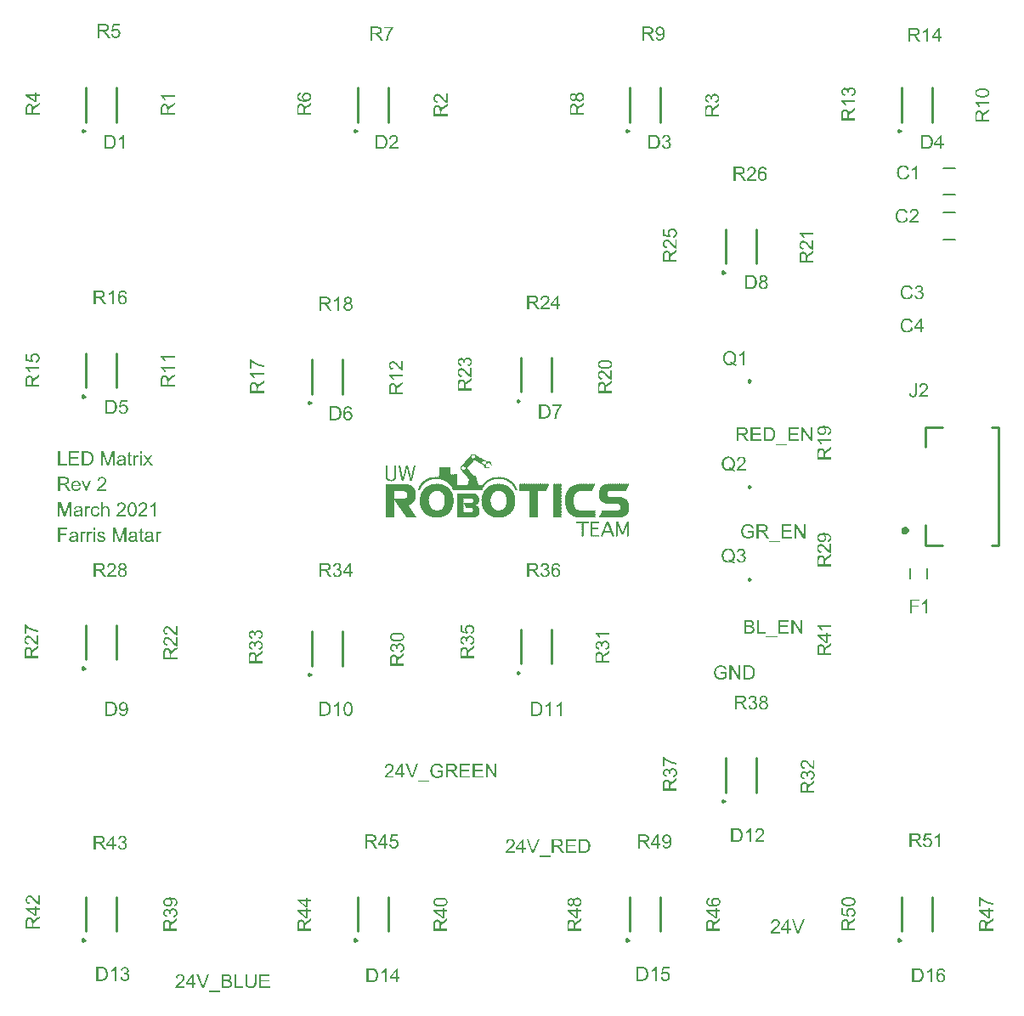
<source format=gto>
G04*
G04 #@! TF.GenerationSoftware,Altium Limited,Altium Designer,21.2.1 (34)*
G04*
G04 Layer_Color=65535*
%FSLAX25Y25*%
%MOIN*%
G70*
G04*
G04 #@! TF.SameCoordinates,5CDBF695-0DC9-45D6-B701-0AA4AA8D040A*
G04*
G04*
G04 #@! TF.FilePolarity,Positive*
G04*
G01*
G75*
%ADD10C,0.00984*%
%ADD11C,0.01575*%
%ADD12C,0.01000*%
%ADD13C,0.00600*%
%ADD14C,0.00500*%
G36*
X-158832Y120383D02*
X-158766D01*
Y120317D01*
X-158568D01*
Y120251D01*
X-158502D01*
Y120185D01*
X-158304D01*
Y120119D01*
X-158238D01*
Y120053D01*
X-158172D01*
Y119987D01*
X-158106D01*
Y119922D01*
X-157908D01*
Y119855D01*
X-157842D01*
Y119790D01*
X-157644D01*
Y119724D01*
X-157578D01*
Y119658D01*
X-157380D01*
Y119592D01*
X-157315D01*
Y119526D01*
X-157117D01*
Y119460D01*
X-157051D01*
Y119394D01*
X-156853D01*
Y119328D01*
X-156787D01*
Y119262D01*
X-156721D01*
Y119196D01*
X-156655D01*
Y119130D01*
X-156589D01*
Y119196D01*
X-156523D01*
Y119130D01*
X-156457D01*
Y119064D01*
X-156391D01*
Y118998D01*
X-156193D01*
Y118932D01*
X-156127D01*
Y118866D01*
X-155929D01*
Y118800D01*
X-155863D01*
Y118734D01*
X-155665D01*
Y118668D01*
X-155599D01*
Y118602D01*
X-155402D01*
Y118536D01*
X-155335D01*
Y118470D01*
X-155204D01*
Y118404D01*
Y118338D01*
X-155138D01*
Y118404D01*
X-155072D01*
Y118338D01*
X-155006D01*
Y118272D01*
X-154940D01*
Y118338D01*
X-154874D01*
Y118272D01*
X-154808D01*
Y118206D01*
X-154742D01*
Y118140D01*
X-154676D01*
Y118075D01*
X-154478D01*
Y118008D01*
X-154412D01*
Y117943D01*
X-154214D01*
Y117877D01*
X-154148D01*
Y117811D01*
X-153950D01*
Y117745D01*
X-154016D01*
Y117679D01*
X-153950D01*
Y117613D01*
X-153884D01*
Y117679D01*
X-153422D01*
Y117745D01*
X-153357D01*
Y117679D01*
X-153291D01*
Y117745D01*
X-153225D01*
Y117679D01*
X-153159D01*
Y117745D01*
X-153093D01*
Y117679D01*
X-153027D01*
Y117745D01*
X-152961D01*
Y117679D01*
X-152895D01*
Y117745D01*
X-152829D01*
Y117811D01*
X-152763D01*
Y117745D01*
X-152697D01*
Y117811D01*
X-152631D01*
Y117745D01*
X-152565D01*
Y117679D01*
X-152499D01*
Y117613D01*
X-152433D01*
Y117547D01*
Y117481D01*
Y117415D01*
X-152367D01*
Y117349D01*
Y117283D01*
Y117217D01*
X-152301D01*
Y117151D01*
X-152235D01*
Y117085D01*
X-152301D01*
Y117019D01*
X-152235D01*
Y116953D01*
X-152169D01*
Y116887D01*
X-152103D01*
Y116821D01*
X-152169D01*
Y116755D01*
X-152103D01*
Y116689D01*
X-152037D01*
Y116623D01*
Y116557D01*
Y116491D01*
X-151971D01*
Y116425D01*
X-151905D01*
Y116359D01*
X-151971D01*
Y116293D01*
X-151905D01*
Y116227D01*
X-151839D01*
Y116162D01*
X-151905D01*
Y116095D01*
X-151839D01*
Y116030D01*
X-151773D01*
Y115964D01*
X-151707D01*
Y115898D01*
X-151773D01*
Y115832D01*
X-151707D01*
Y115766D01*
X-151773D01*
Y115832D01*
X-151839D01*
Y115898D01*
X-151905D01*
Y115964D01*
Y116030D01*
X-152037D01*
Y116095D01*
Y116162D01*
X-152103D01*
Y116227D01*
Y116293D01*
X-152169D01*
Y116359D01*
X-152235D01*
Y116425D01*
X-152301D01*
Y116491D01*
X-152367D01*
Y116557D01*
X-152433D01*
Y116623D01*
X-152499D01*
Y116689D01*
X-152565D01*
Y116755D01*
X-152631D01*
Y116821D01*
X-152697D01*
Y116887D01*
X-152631D01*
Y116953D01*
X-152829D01*
Y117019D01*
X-152763D01*
Y117085D01*
X-153093D01*
Y117019D01*
X-153159D01*
Y116953D01*
X-153357D01*
Y116887D01*
X-153422D01*
Y116953D01*
X-153489D01*
Y116887D01*
X-153554D01*
Y116821D01*
X-153752D01*
Y116755D01*
X-153818D01*
Y116689D01*
X-154016D01*
Y116623D01*
Y116557D01*
Y116491D01*
Y116425D01*
Y116359D01*
X-154082D01*
Y116293D01*
Y116227D01*
Y116162D01*
Y116095D01*
Y116030D01*
X-154148D01*
Y115964D01*
X-154082D01*
Y115898D01*
X-154148D01*
Y115832D01*
X-154082D01*
Y115766D01*
X-154148D01*
Y115700D01*
X-154082D01*
Y115634D01*
X-154148D01*
Y115568D01*
Y115502D01*
Y115436D01*
X-153818D01*
Y115370D01*
X-153620D01*
Y115304D01*
X-153422D01*
Y115238D01*
X-153357D01*
Y115304D01*
X-153291D01*
Y115238D01*
X-153225D01*
Y115172D01*
X-153159D01*
Y115238D01*
X-153093D01*
Y115172D01*
X-152895D01*
Y115106D01*
X-152829D01*
Y115172D01*
X-152763D01*
Y115106D01*
X-152697D01*
Y115040D01*
X-152499D01*
Y114974D01*
X-153884D01*
Y115040D01*
X-153950D01*
Y114974D01*
X-154016D01*
Y115040D01*
X-154082D01*
Y114974D01*
X-154148D01*
Y115040D01*
X-154214D01*
Y114974D01*
X-154280D01*
Y115040D01*
X-154346D01*
Y114974D01*
X-154412D01*
Y115040D01*
X-154478D01*
Y114974D01*
X-154544D01*
Y115040D01*
X-154610D01*
Y114974D01*
X-154676D01*
Y115040D01*
X-154742D01*
Y115106D01*
X-154808D01*
Y115172D01*
Y115238D01*
X-154874D01*
Y115304D01*
Y115370D01*
X-154940D01*
Y115436D01*
X-154874D01*
Y115502D01*
X-154940D01*
Y115568D01*
X-155006D01*
Y115634D01*
X-155072D01*
Y115700D01*
X-155006D01*
Y115766D01*
X-155072D01*
Y115832D01*
X-155138D01*
Y115898D01*
X-155204D01*
Y115964D01*
X-155138D01*
Y116030D01*
X-155204D01*
Y116095D01*
Y116162D01*
X-155270D01*
Y116227D01*
Y116293D01*
X-155467D01*
Y116359D01*
X-155533D01*
Y116425D01*
X-155731D01*
Y116491D01*
X-155797D01*
Y116557D01*
X-155995D01*
Y116623D01*
X-156061D01*
Y116689D01*
X-156259D01*
Y116755D01*
X-156325D01*
Y116821D01*
X-156391D01*
Y116887D01*
X-156523D01*
Y116953D01*
X-156655D01*
Y117019D01*
X-156721D01*
Y117085D01*
X-156919D01*
Y117151D01*
X-156985D01*
Y117217D01*
X-157183D01*
Y117283D01*
X-157248D01*
Y117349D01*
X-157446D01*
Y117415D01*
X-157512D01*
Y117481D01*
X-157578D01*
Y117547D01*
X-157644D01*
Y117613D01*
X-157842D01*
Y117679D01*
X-157908D01*
Y117745D01*
X-158106D01*
Y117811D01*
X-158172D01*
Y117877D01*
X-158370D01*
Y117943D01*
X-158436D01*
Y118008D01*
X-158634D01*
Y118075D01*
X-158700D01*
Y118140D01*
X-158898D01*
Y118075D01*
X-158832D01*
Y118008D01*
X-158964D01*
Y117943D01*
Y117877D01*
X-159029D01*
Y117811D01*
X-159096D01*
Y117745D01*
X-159161D01*
Y117679D01*
X-159227D01*
Y117613D01*
X-159293D01*
Y117547D01*
Y117481D01*
X-159359D01*
Y117415D01*
X-159425D01*
Y117349D01*
X-159491D01*
Y117283D01*
Y117217D01*
X-159557D01*
Y117151D01*
X-159623D01*
Y117085D01*
X-159689D01*
Y117019D01*
X-159755D01*
Y116953D01*
X-159821D01*
Y116887D01*
X-159887D01*
Y116821D01*
X-159953D01*
Y116755D01*
X-160019D01*
Y116689D01*
X-160085D01*
Y116623D01*
X-160151D01*
Y116557D01*
X-160217D01*
Y116491D01*
X-160283D01*
Y116425D01*
X-160349D01*
Y116359D01*
Y116293D01*
X-160481D01*
Y116227D01*
X-160415D01*
Y116162D01*
X-160613D01*
Y116095D01*
X-160547D01*
Y116030D01*
X-160679D01*
Y115964D01*
Y115898D01*
X-160745D01*
Y115832D01*
X-160811D01*
Y115766D01*
X-160877D01*
Y115700D01*
X-160942D01*
Y115634D01*
X-161009D01*
Y115568D01*
Y115502D01*
X-161074D01*
Y115436D01*
Y115370D01*
X-161140D01*
Y115304D01*
X-161206D01*
Y115238D01*
X-161272D01*
Y115172D01*
X-161338D01*
Y115106D01*
X-161404D01*
Y115040D01*
X-161470D01*
Y114974D01*
X-161536D01*
Y114908D01*
X-161470D01*
Y114842D01*
X-161404D01*
Y114776D01*
X-161338D01*
Y114710D01*
X-161272D01*
Y114644D01*
X-161206D01*
Y114578D01*
X-161140D01*
Y114512D01*
X-161074D01*
Y114446D01*
Y114380D01*
X-160942D01*
Y114314D01*
X-161009D01*
Y114249D01*
X-160942D01*
Y114182D01*
X-160877D01*
Y114117D01*
X-160811D01*
Y114051D01*
X-160745D01*
Y113985D01*
X-160679D01*
Y113919D01*
X-160613D01*
Y113853D01*
X-160547D01*
Y113787D01*
X-160481D01*
Y113721D01*
X-160415D01*
Y113655D01*
X-160481D01*
Y113589D01*
X-160349D01*
Y113523D01*
Y113457D01*
X-160283D01*
Y113391D01*
X-160217D01*
Y113325D01*
X-160151D01*
Y113259D01*
X-160085D01*
Y113193D01*
X-160019D01*
Y113127D01*
X-159953D01*
Y113061D01*
X-159887D01*
Y112995D01*
Y112929D01*
X-159755D01*
Y112863D01*
X-159821D01*
Y112797D01*
X-159755D01*
Y112731D01*
X-159689D01*
Y112665D01*
X-159623D01*
Y112599D01*
X-159557D01*
Y112533D01*
X-159491D01*
Y112467D01*
X-159425D01*
Y112401D01*
X-159359D01*
Y112336D01*
X-159425D01*
Y112269D01*
X-159227D01*
Y112204D01*
Y112138D01*
X-159161D01*
Y112072D01*
Y112006D01*
X-159096D01*
Y112072D01*
X-159029D01*
Y112006D01*
X-158964D01*
Y112072D01*
X-158898D01*
Y112006D01*
X-158832D01*
Y112072D01*
X-158766D01*
Y112006D01*
X-158700D01*
Y112072D01*
X-158634D01*
Y112006D01*
X-158568D01*
Y112072D01*
X-158502D01*
Y112006D01*
X-158436D01*
Y112072D01*
X-158370D01*
Y112006D01*
X-158304D01*
Y112072D01*
X-158238D01*
Y112006D01*
X-158172D01*
Y111940D01*
X-158106D01*
Y111874D01*
Y111808D01*
Y111742D01*
X-158040D01*
Y111676D01*
Y111610D01*
Y111544D01*
Y111478D01*
X-157974D01*
Y111412D01*
Y111346D01*
X-157908D01*
Y111280D01*
X-157974D01*
Y111214D01*
X-157908D01*
Y111148D01*
X-157974D01*
Y111082D01*
X-157908D01*
Y111016D01*
X-157842D01*
Y110950D01*
Y110884D01*
Y110818D01*
X-157776D01*
Y110752D01*
X-157842D01*
Y110686D01*
X-157776D01*
Y110620D01*
Y110554D01*
Y110488D01*
X-157710D01*
Y110423D01*
Y110356D01*
Y110291D01*
X-157644D01*
Y110225D01*
X-157710D01*
Y110159D01*
X-157644D01*
Y110093D01*
Y110027D01*
Y109961D01*
X-157578D01*
Y109895D01*
X-157512D01*
Y109829D01*
X-157578D01*
Y109763D01*
X-157512D01*
Y109697D01*
X-157578D01*
Y109631D01*
X-157512D01*
Y109565D01*
Y109499D01*
Y109433D01*
X-157446D01*
Y109367D01*
Y109301D01*
Y109235D01*
X-157380D01*
Y109169D01*
X-157446D01*
Y109103D01*
X-157380D01*
Y109037D01*
Y108971D01*
Y108905D01*
X-157315D01*
Y108839D01*
X-157248D01*
Y108773D01*
X-157315D01*
Y108707D01*
X-157248D01*
Y108641D01*
X-157315D01*
Y108575D01*
X-157248D01*
Y108510D01*
X-157183D01*
Y108444D01*
X-157248D01*
Y108378D01*
X-157183D01*
Y108312D01*
X-157117D01*
Y108246D01*
X-157051D01*
Y108312D01*
X-156985D01*
Y108246D01*
X-156919D01*
Y108312D01*
X-156853D01*
Y108246D01*
X-156787D01*
Y108312D01*
X-156721D01*
Y108246D01*
X-156655D01*
Y108312D01*
X-156589D01*
Y108246D01*
X-156523D01*
Y108312D01*
X-156457D01*
Y108246D01*
X-156391D01*
Y108312D01*
X-156325D01*
Y108246D01*
X-156259D01*
Y108312D01*
X-156193D01*
Y108246D01*
X-156127D01*
Y108312D01*
X-156061D01*
Y108246D01*
X-155995D01*
Y108312D01*
X-155929D01*
Y108246D01*
X-155731D01*
Y108312D01*
X-155665D01*
Y108246D01*
X-155599D01*
Y108312D01*
X-155533D01*
Y108378D01*
X-155467D01*
Y108444D01*
X-155402D01*
Y108510D01*
X-155467D01*
Y108575D01*
X-155335D01*
Y108641D01*
Y108707D01*
X-155270D01*
Y108773D01*
X-155204D01*
Y108839D01*
X-155138D01*
Y108905D01*
X-155072D01*
Y108971D01*
X-155006D01*
Y109037D01*
X-154940D01*
Y109103D01*
X-154874D01*
Y109169D01*
X-154808D01*
Y109235D01*
X-154742D01*
Y109301D01*
Y109367D01*
X-154610D01*
Y109433D01*
Y109499D01*
X-154478D01*
Y109565D01*
Y109631D01*
X-154346D01*
Y109697D01*
X-154280D01*
Y109763D01*
X-154214D01*
Y109829D01*
X-154148D01*
Y109895D01*
X-154082D01*
Y109961D01*
X-154016D01*
Y110027D01*
X-153950D01*
Y110093D01*
X-153884D01*
Y110159D01*
X-153686D01*
Y110225D01*
X-153620D01*
Y110291D01*
X-153554D01*
Y110356D01*
X-153489D01*
Y110423D01*
X-153291D01*
Y110488D01*
X-153225D01*
Y110554D01*
X-153027D01*
Y110620D01*
X-152961D01*
Y110686D01*
X-152763D01*
Y110752D01*
X-152697D01*
Y110818D01*
X-152499D01*
Y110884D01*
X-152433D01*
Y110950D01*
X-152235D01*
Y111016D01*
X-152169D01*
Y111082D01*
X-152103D01*
Y111016D01*
X-152037D01*
Y111082D01*
X-151971D01*
Y111148D01*
X-151905D01*
Y111082D01*
X-151839D01*
Y111148D01*
X-151773D01*
Y111214D01*
X-151707D01*
Y111148D01*
X-151641D01*
Y111214D01*
X-151444D01*
Y111280D01*
X-151378D01*
Y111214D01*
X-151312D01*
Y111280D01*
X-151246D01*
Y111346D01*
X-151180D01*
Y111280D01*
X-151114D01*
Y111346D01*
X-150916D01*
Y111412D01*
X-150850D01*
Y111346D01*
X-150784D01*
Y111412D01*
X-150718D01*
Y111478D01*
X-150652D01*
Y111412D01*
X-150586D01*
Y111478D01*
X-150520D01*
Y111412D01*
X-150454D01*
Y111478D01*
X-149728D01*
Y111544D01*
X-149662D01*
Y111478D01*
X-149465D01*
Y111544D01*
X-149399D01*
Y111478D01*
X-149333D01*
Y111544D01*
X-149267D01*
Y111478D01*
X-149201D01*
Y111544D01*
X-149135D01*
Y111478D01*
X-149069D01*
Y111544D01*
X-149003D01*
Y111478D01*
X-148937D01*
Y111544D01*
X-148871D01*
Y111478D01*
X-148673D01*
Y111544D01*
X-148607D01*
Y111478D01*
X-148013D01*
Y111412D01*
X-147947D01*
Y111478D01*
X-147881D01*
Y111412D01*
X-147816D01*
Y111478D01*
X-147749D01*
Y111412D01*
X-147684D01*
Y111346D01*
X-147618D01*
Y111412D01*
X-147552D01*
Y111346D01*
X-147222D01*
Y111280D01*
X-147156D01*
Y111214D01*
X-147090D01*
Y111280D01*
X-147024D01*
Y111214D01*
X-146826D01*
Y111148D01*
X-146760D01*
Y111214D01*
X-146694D01*
Y111148D01*
X-146628D01*
Y111082D01*
X-146562D01*
Y111148D01*
X-146496D01*
Y111082D01*
X-146298D01*
Y111016D01*
X-146232D01*
Y110950D01*
X-146034D01*
Y110884D01*
X-145968D01*
Y110950D01*
X-145903D01*
Y110884D01*
X-145836D01*
Y110818D01*
X-145639D01*
Y110752D01*
X-145573D01*
Y110686D01*
X-145375D01*
Y110620D01*
X-145309D01*
Y110554D01*
X-145177D01*
Y110488D01*
Y110423D01*
X-145111D01*
Y110488D01*
X-145045D01*
Y110423D01*
X-144979D01*
Y110356D01*
X-144913D01*
Y110291D01*
X-144715D01*
Y110225D01*
X-144649D01*
Y110159D01*
X-144583D01*
Y110093D01*
X-144517D01*
Y110027D01*
X-144385D01*
Y109961D01*
Y109895D01*
X-144187D01*
Y109829D01*
X-144121D01*
Y109763D01*
X-144055D01*
Y109697D01*
X-143990D01*
Y109631D01*
X-143923D01*
Y109565D01*
X-143858D01*
Y109499D01*
X-143792D01*
Y109433D01*
X-143726D01*
Y109367D01*
X-143660D01*
Y109301D01*
X-143594D01*
Y109235D01*
X-143528D01*
Y109169D01*
X-143462D01*
Y109103D01*
X-143396D01*
Y109037D01*
X-143330D01*
Y108971D01*
X-143264D01*
Y108905D01*
Y108839D01*
X-143132D01*
Y108773D01*
Y108707D01*
X-143066D01*
Y108641D01*
Y108575D01*
X-143000D01*
Y108510D01*
X-142934D01*
Y108444D01*
X-142868D01*
Y108378D01*
X-142802D01*
Y108312D01*
X-142736D01*
Y108246D01*
Y108180D01*
Y108114D01*
X-142670D01*
Y108048D01*
X-142604D01*
Y107982D01*
X-142538D01*
Y107916D01*
Y107850D01*
Y107784D01*
X-142472D01*
Y107718D01*
X-142406D01*
Y107652D01*
X-142340D01*
Y107586D01*
X-142406D01*
Y107520D01*
X-142340D01*
Y107454D01*
X-142274D01*
Y107388D01*
X-142208D01*
Y107322D01*
X-142274D01*
Y107256D01*
X-142208D01*
Y107190D01*
X-142142D01*
Y107124D01*
X-142077D01*
Y107058D01*
X-142142D01*
Y106992D01*
X-142077D01*
Y106926D01*
X-142010D01*
Y106860D01*
Y106794D01*
Y106728D01*
X-141945D01*
Y106662D01*
Y106597D01*
Y106530D01*
X-141879D01*
Y106465D01*
X-141945D01*
Y106399D01*
X-142142D01*
Y106333D01*
X-142340D01*
Y106267D01*
X-142406D01*
Y106333D01*
X-142472D01*
Y106267D01*
X-142670D01*
Y106333D01*
Y106399D01*
Y106465D01*
X-142736D01*
Y106530D01*
X-142802D01*
Y106597D01*
X-142736D01*
Y106662D01*
X-142802D01*
Y106728D01*
X-142868D01*
Y106794D01*
X-142934D01*
Y106860D01*
X-142868D01*
Y106926D01*
X-142934D01*
Y106992D01*
Y107058D01*
X-143000D01*
Y107124D01*
Y107190D01*
X-143066D01*
Y107256D01*
X-143132D01*
Y107322D01*
X-143198D01*
Y107388D01*
X-143132D01*
Y107454D01*
X-143198D01*
Y107520D01*
X-143264D01*
Y107586D01*
X-143330D01*
Y107652D01*
Y107718D01*
X-143396D01*
Y107784D01*
Y107850D01*
X-143462D01*
Y107916D01*
X-143528D01*
Y107982D01*
X-143594D01*
Y108048D01*
X-143660D01*
Y108114D01*
X-143726D01*
Y108180D01*
X-143660D01*
Y108246D01*
X-143792D01*
Y108312D01*
Y108378D01*
X-143858D01*
Y108444D01*
X-143923D01*
Y108510D01*
X-143990D01*
Y108575D01*
X-144055D01*
Y108641D01*
X-144121D01*
Y108707D01*
X-144187D01*
Y108773D01*
X-144253D01*
Y108839D01*
X-144319D01*
Y108905D01*
X-144385D01*
Y108971D01*
X-144451D01*
Y109037D01*
X-144517D01*
Y109103D01*
X-144583D01*
Y109169D01*
X-144649D01*
Y109235D01*
X-144715D01*
Y109301D01*
X-144913D01*
Y109367D01*
X-144979D01*
Y109433D01*
X-145045D01*
Y109499D01*
X-145111D01*
Y109565D01*
X-145177D01*
Y109631D01*
X-145243D01*
Y109697D01*
X-145441D01*
Y109763D01*
X-145507D01*
Y109829D01*
X-145705D01*
Y109895D01*
X-145771D01*
Y109961D01*
X-145836D01*
Y110027D01*
X-146034D01*
Y110093D01*
X-146232D01*
Y110159D01*
X-146298D01*
Y110225D01*
X-146496D01*
Y110291D01*
X-146562D01*
Y110356D01*
X-146628D01*
Y110291D01*
X-146694D01*
Y110356D01*
X-146892D01*
Y110423D01*
X-146958D01*
Y110488D01*
X-147024D01*
Y110423D01*
X-146958D01*
Y110356D01*
X-147024D01*
Y110423D01*
X-147090D01*
Y110488D01*
X-147288D01*
Y110554D01*
X-147354D01*
Y110488D01*
X-147420D01*
Y110554D01*
X-147618D01*
Y110620D01*
X-147684D01*
Y110554D01*
X-147749D01*
Y110620D01*
X-148079D01*
Y110686D01*
X-148145D01*
Y110620D01*
X-148211D01*
Y110686D01*
X-148277D01*
Y110620D01*
X-148343D01*
Y110686D01*
X-148409D01*
Y110752D01*
X-148475D01*
Y110686D01*
X-148541D01*
Y110752D01*
X-148607D01*
Y110686D01*
X-148673D01*
Y110752D01*
X-148739D01*
Y110686D01*
X-148805D01*
Y110752D01*
X-148871D01*
Y110686D01*
X-148937D01*
Y110752D01*
X-149003D01*
Y110686D01*
X-149069D01*
Y110752D01*
X-149135D01*
Y110686D01*
X-149201D01*
Y110752D01*
X-149399D01*
Y110686D01*
X-149465D01*
Y110752D01*
X-149531D01*
Y110686D01*
X-149597D01*
Y110752D01*
X-149662D01*
Y110686D01*
X-149728D01*
Y110752D01*
X-149794D01*
Y110686D01*
X-149860D01*
Y110752D01*
X-149926D01*
Y110686D01*
X-150124D01*
Y110620D01*
X-150190D01*
Y110686D01*
X-150256D01*
Y110620D01*
X-150850D01*
Y110554D01*
X-151048D01*
Y110488D01*
X-151114D01*
Y110554D01*
X-151180D01*
Y110488D01*
X-151378D01*
Y110423D01*
X-151444D01*
Y110356D01*
X-151509D01*
Y110423D01*
X-151576D01*
Y110356D01*
X-151773D01*
Y110291D01*
X-151839D01*
Y110225D01*
X-151905D01*
Y110291D01*
X-151971D01*
Y110225D01*
X-152169D01*
Y110159D01*
X-152235D01*
Y110093D01*
X-152433D01*
Y110027D01*
X-152499D01*
Y109961D01*
X-152697D01*
Y109895D01*
X-152763D01*
Y109829D01*
X-152961D01*
Y109763D01*
X-153027D01*
Y109697D01*
X-153093D01*
Y109631D01*
X-153159D01*
Y109565D01*
X-153357D01*
Y109499D01*
Y109433D01*
X-153489D01*
Y109367D01*
X-153554D01*
Y109301D01*
X-153620D01*
Y109235D01*
X-153686D01*
Y109169D01*
X-153884D01*
Y109103D01*
X-153818D01*
Y109037D01*
X-154016D01*
Y108971D01*
X-153950D01*
Y108905D01*
X-154148D01*
Y108839D01*
X-154082D01*
Y108773D01*
X-154280D01*
Y108707D01*
X-154214D01*
Y108641D01*
X-154412D01*
Y108575D01*
X-154346D01*
Y108510D01*
X-154412D01*
Y108444D01*
X-154478D01*
Y108378D01*
X-154544D01*
Y108312D01*
X-154610D01*
Y108246D01*
X-154676D01*
Y108180D01*
X-154742D01*
Y108114D01*
X-154808D01*
Y108048D01*
Y107982D01*
Y107916D01*
X-154874D01*
Y107850D01*
X-154940D01*
Y107784D01*
X-155006D01*
Y107718D01*
X-155072D01*
Y107652D01*
Y107586D01*
X-155138D01*
Y107520D01*
Y107454D01*
X-155204D01*
Y107388D01*
Y107322D01*
X-155270D01*
Y107256D01*
Y107190D01*
X-155335D01*
Y107124D01*
X-155402D01*
Y107058D01*
X-155467D01*
Y106992D01*
X-155402D01*
Y106926D01*
X-155467D01*
Y106860D01*
Y106794D01*
X-155533D01*
Y106728D01*
Y106662D01*
X-155599D01*
Y106597D01*
Y106530D01*
Y106465D01*
X-155665D01*
Y106399D01*
Y106333D01*
Y106267D01*
X-155731D01*
Y106201D01*
X-155797D01*
Y106267D01*
X-155863D01*
Y106201D01*
X-155929D01*
Y106267D01*
X-155995D01*
Y106201D01*
X-156061D01*
Y106267D01*
X-156127D01*
Y106201D01*
X-156193D01*
Y106267D01*
X-156259D01*
Y106201D01*
X-156325D01*
Y106267D01*
X-156391D01*
Y106201D01*
X-156457D01*
Y106267D01*
X-156523D01*
Y106201D01*
X-156589D01*
Y106267D01*
X-156655D01*
Y106201D01*
X-156721D01*
Y106267D01*
X-156787D01*
Y106201D01*
X-156853D01*
Y106267D01*
X-156919D01*
Y106201D01*
X-156985D01*
Y106267D01*
X-157051D01*
Y106201D01*
X-157117D01*
Y106267D01*
X-157183D01*
Y106201D01*
X-157248D01*
Y106267D01*
X-157315D01*
Y106201D01*
X-157380D01*
Y106267D01*
X-157446D01*
Y106201D01*
X-157512D01*
Y106267D01*
X-157578D01*
Y106201D01*
X-157644D01*
Y106267D01*
X-157710D01*
Y106201D01*
X-157776D01*
Y106267D01*
X-157842D01*
Y106201D01*
X-157908D01*
Y106267D01*
X-157974D01*
Y106201D01*
X-158040D01*
Y106267D01*
X-158106D01*
Y106201D01*
X-158172D01*
Y106267D01*
X-158238D01*
Y106201D01*
X-158304D01*
Y106267D01*
X-158370D01*
Y106201D01*
X-158436D01*
Y106267D01*
X-158502D01*
Y106201D01*
X-158568D01*
Y106267D01*
X-158634D01*
Y106201D01*
X-158700D01*
Y106267D01*
X-158766D01*
Y106201D01*
X-158832D01*
Y106267D01*
X-158898D01*
Y106201D01*
X-158964D01*
Y106267D01*
X-159029D01*
Y106201D01*
X-159096D01*
Y106267D01*
X-159161D01*
Y106201D01*
X-159227D01*
Y106267D01*
X-159293D01*
Y106201D01*
X-159359D01*
Y106267D01*
X-159425D01*
Y106201D01*
X-159491D01*
Y106267D01*
X-159557D01*
Y106201D01*
X-159623D01*
Y106267D01*
X-159689D01*
Y106201D01*
X-159755D01*
Y106267D01*
X-159821D01*
Y106201D01*
X-159887D01*
Y106267D01*
X-159953D01*
Y106201D01*
X-160019D01*
Y106267D01*
X-160085D01*
Y106201D01*
X-160151D01*
Y106267D01*
X-160217D01*
Y106201D01*
X-160283D01*
Y106267D01*
X-160349D01*
Y106201D01*
X-160415D01*
Y106267D01*
X-160481D01*
Y106201D01*
X-160547D01*
Y106267D01*
X-160613D01*
Y106201D01*
X-160679D01*
Y106267D01*
X-160745D01*
Y106201D01*
X-160811D01*
Y106267D01*
X-160877D01*
Y106201D01*
X-160942D01*
Y106267D01*
X-161009D01*
Y106201D01*
X-161074D01*
Y106267D01*
X-161272D01*
Y106201D01*
X-161338D01*
Y106267D01*
X-161404D01*
Y106201D01*
X-161470D01*
Y106267D01*
X-161536D01*
Y106201D01*
X-161602D01*
Y106267D01*
X-161800D01*
Y106201D01*
X-161866D01*
Y106267D01*
X-161932D01*
Y106201D01*
X-161998D01*
Y106267D01*
X-162064D01*
Y106201D01*
X-162130D01*
Y106267D01*
X-162328D01*
Y106201D01*
X-162394D01*
Y106267D01*
X-162856D01*
Y106201D01*
X-162922D01*
Y106267D01*
X-163383D01*
Y106201D01*
X-163449D01*
Y106267D01*
X-167077D01*
Y106333D01*
X-167143D01*
Y106399D01*
Y106465D01*
Y106530D01*
X-167209D01*
Y106597D01*
X-167143D01*
Y106662D01*
X-167209D01*
Y106728D01*
X-167275D01*
Y106794D01*
X-167341D01*
Y106860D01*
X-167275D01*
Y106926D01*
X-167341D01*
Y106992D01*
X-167407D01*
Y107058D01*
X-167473D01*
Y107124D01*
X-167407D01*
Y107190D01*
X-167473D01*
Y107256D01*
X-167539D01*
Y107322D01*
X-167605D01*
Y107388D01*
Y107454D01*
Y107520D01*
X-167671D01*
Y107586D01*
X-167737D01*
Y107652D01*
X-167803D01*
Y107718D01*
X-167869D01*
Y107784D01*
X-167803D01*
Y107850D01*
X-167869D01*
Y107916D01*
X-167935D01*
Y107982D01*
X-168001D01*
Y108048D01*
X-168067D01*
Y108114D01*
X-168133D01*
Y108180D01*
Y108246D01*
X-168199D01*
Y108312D01*
Y108378D01*
X-168265D01*
Y108444D01*
X-168331D01*
Y108510D01*
X-168397D01*
Y108575D01*
X-168463D01*
Y108641D01*
X-168528D01*
Y108707D01*
X-168595D01*
Y108773D01*
X-168660D01*
Y108839D01*
X-168726D01*
Y108905D01*
X-168792D01*
Y108971D01*
X-168858D01*
Y109037D01*
X-168924D01*
Y109103D01*
X-168990D01*
Y109169D01*
X-169056D01*
Y109235D01*
X-169122D01*
Y109301D01*
X-169254D01*
Y109367D01*
X-169320D01*
Y109433D01*
X-169452D01*
Y109499D01*
X-169518D01*
Y109565D01*
X-169584D01*
Y109631D01*
X-169650D01*
Y109697D01*
X-169848D01*
Y109763D01*
X-169914D01*
Y109829D01*
X-169980D01*
Y109895D01*
X-170178D01*
Y109961D01*
X-170244D01*
Y110027D01*
X-170310D01*
Y110093D01*
X-170376D01*
Y110027D01*
X-170310D01*
Y109961D01*
X-170376D01*
Y110027D01*
X-170441D01*
Y110093D01*
X-170508D01*
Y110159D01*
X-170705D01*
Y110225D01*
X-170903D01*
Y110291D01*
X-170969D01*
Y110356D01*
X-171299D01*
Y110423D01*
X-171365D01*
Y110488D01*
X-171431D01*
Y110423D01*
X-171497D01*
Y110488D01*
X-171695D01*
Y110554D01*
X-171893D01*
Y110620D01*
X-171959D01*
Y110554D01*
X-172025D01*
Y110620D01*
X-172354D01*
Y110686D01*
X-172421D01*
Y110620D01*
X-172486D01*
Y110686D01*
X-172552D01*
Y110752D01*
X-172618D01*
Y110686D01*
X-172552D01*
Y110620D01*
X-172618D01*
Y110686D01*
X-172684D01*
Y110752D01*
X-172750D01*
Y110686D01*
X-172816D01*
Y110752D01*
X-172882D01*
Y110686D01*
X-172948D01*
Y110752D01*
X-174202D01*
Y110686D01*
X-174267D01*
Y110752D01*
X-174334D01*
Y110686D01*
X-174399D01*
Y110752D01*
X-174465D01*
Y110686D01*
X-174531D01*
Y110752D01*
X-174597D01*
Y110686D01*
X-174663D01*
Y110752D01*
X-174729D01*
Y110686D01*
X-174663D01*
Y110620D01*
X-174729D01*
Y110686D01*
X-174795D01*
Y110620D01*
X-174861D01*
Y110686D01*
X-174927D01*
Y110620D01*
X-175389D01*
Y110554D01*
X-175587D01*
Y110488D01*
X-175785D01*
Y110423D01*
X-175851D01*
Y110488D01*
X-175917D01*
Y110423D01*
X-175983D01*
Y110356D01*
X-176049D01*
Y110423D01*
X-176114D01*
Y110356D01*
X-176181D01*
Y110291D01*
X-176247D01*
Y110356D01*
X-176312D01*
Y110291D01*
X-176378D01*
Y110225D01*
X-176576D01*
Y110159D01*
X-176642D01*
Y110093D01*
X-176708D01*
Y110159D01*
X-176774D01*
Y110093D01*
X-176840D01*
Y110027D01*
X-176906D01*
Y110093D01*
X-176972D01*
Y110027D01*
X-176906D01*
Y109961D01*
X-176972D01*
Y110027D01*
X-177038D01*
Y109961D01*
X-177104D01*
Y109895D01*
X-177236D01*
Y109829D01*
X-177368D01*
Y109763D01*
X-177434D01*
Y109697D01*
X-177632D01*
Y109631D01*
X-177698D01*
Y109565D01*
X-177764D01*
Y109499D01*
X-177830D01*
Y109433D01*
X-177896D01*
Y109367D01*
X-177962D01*
Y109301D01*
X-178159D01*
Y109235D01*
X-178225D01*
Y109169D01*
X-178291D01*
Y109103D01*
X-178357D01*
Y109037D01*
X-178423D01*
Y108971D01*
X-178489D01*
Y108905D01*
X-178555D01*
Y108839D01*
X-178621D01*
Y108773D01*
X-178687D01*
Y108707D01*
X-178753D01*
Y108641D01*
X-178819D01*
Y108575D01*
Y108510D01*
X-178951D01*
Y108444D01*
Y108378D01*
X-179017D01*
Y108312D01*
Y108246D01*
X-179083D01*
Y108180D01*
X-179149D01*
Y108114D01*
X-179215D01*
Y108048D01*
X-179281D01*
Y107982D01*
X-179347D01*
Y107916D01*
X-179281D01*
Y107850D01*
X-179413D01*
Y107784D01*
Y107718D01*
X-179479D01*
Y107652D01*
X-179545D01*
Y107586D01*
X-179611D01*
Y107520D01*
X-179545D01*
Y107454D01*
X-179611D01*
Y107388D01*
X-179677D01*
Y107322D01*
X-179743D01*
Y107256D01*
X-179677D01*
Y107190D01*
X-179743D01*
Y107124D01*
X-179809D01*
Y107058D01*
X-179875D01*
Y106992D01*
Y106926D01*
Y106860D01*
X-179940D01*
Y106794D01*
X-180007D01*
Y106728D01*
X-179940D01*
Y106662D01*
X-180007D01*
Y106597D01*
X-180072D01*
Y106530D01*
Y106465D01*
Y106399D01*
X-180138D01*
Y106333D01*
X-180072D01*
Y106267D01*
X-180270D01*
Y106333D01*
X-180336D01*
Y106267D01*
X-180402D01*
Y106333D01*
X-180468D01*
Y106399D01*
X-180798D01*
Y106465D01*
X-180864D01*
Y106530D01*
X-180930D01*
Y106597D01*
X-180864D01*
Y106662D01*
X-180798D01*
Y106728D01*
X-180732D01*
Y106794D01*
X-180798D01*
Y106860D01*
X-180732D01*
Y106926D01*
X-180798D01*
Y106992D01*
X-180732D01*
Y107058D01*
X-180666D01*
Y107124D01*
X-180600D01*
Y107190D01*
X-180666D01*
Y107256D01*
X-180600D01*
Y107322D01*
X-180534D01*
Y107388D01*
Y107454D01*
Y107520D01*
X-180468D01*
Y107586D01*
X-180402D01*
Y107652D01*
X-180336D01*
Y107718D01*
X-180402D01*
Y107784D01*
X-180336D01*
Y107850D01*
X-180270D01*
Y107916D01*
X-180204D01*
Y107982D01*
X-180270D01*
Y108048D01*
X-180138D01*
Y108114D01*
Y108180D01*
X-180072D01*
Y108246D01*
X-180007D01*
Y108312D01*
X-179940D01*
Y108378D01*
Y108444D01*
Y108510D01*
X-179875D01*
Y108575D01*
X-179809D01*
Y108641D01*
X-179743D01*
Y108707D01*
X-179677D01*
Y108773D01*
Y108839D01*
X-179545D01*
Y108905D01*
X-179611D01*
Y108971D01*
X-179479D01*
Y109037D01*
Y109103D01*
X-179413D01*
Y109169D01*
X-179347D01*
Y109235D01*
X-179281D01*
Y109301D01*
X-179215D01*
Y109367D01*
X-179149D01*
Y109433D01*
X-179083D01*
Y109499D01*
X-179017D01*
Y109565D01*
X-178951D01*
Y109631D01*
X-178885D01*
Y109697D01*
X-178819D01*
Y109763D01*
X-178687D01*
Y109829D01*
Y109895D01*
X-178489D01*
Y109961D01*
X-178423D01*
Y110027D01*
X-178357D01*
Y110093D01*
X-178291D01*
Y110159D01*
X-178225D01*
Y110225D01*
X-178159D01*
Y110159D01*
X-178094D01*
Y110225D01*
X-178159D01*
Y110291D01*
X-177962D01*
Y110356D01*
X-177896D01*
Y110423D01*
X-177830D01*
Y110488D01*
X-177764D01*
Y110554D01*
X-177566D01*
Y110620D01*
X-177500D01*
Y110686D01*
X-177302D01*
Y110752D01*
X-177236D01*
Y110818D01*
X-177038D01*
Y110884D01*
X-176972D01*
Y110950D01*
X-176906D01*
Y110884D01*
X-176840D01*
Y110950D01*
X-176774D01*
Y111016D01*
X-176708D01*
Y110950D01*
X-176642D01*
Y111016D01*
X-176576D01*
Y111082D01*
X-176378D01*
Y111148D01*
X-176312D01*
Y111214D01*
X-176247D01*
Y111148D01*
X-176181D01*
Y111214D01*
X-175983D01*
Y111280D01*
X-175917D01*
Y111214D01*
X-175851D01*
Y111280D01*
X-175785D01*
Y111346D01*
X-175719D01*
Y111280D01*
X-175653D01*
Y111346D01*
X-175455D01*
Y111412D01*
X-175389D01*
Y111346D01*
X-175323D01*
Y111412D01*
X-175257D01*
Y111478D01*
X-175191D01*
Y111412D01*
X-174993D01*
Y111478D01*
X-174531D01*
Y111544D01*
X-174465D01*
Y111478D01*
X-174399D01*
Y111544D01*
X-174334D01*
Y111478D01*
X-174267D01*
Y111544D01*
X-174202D01*
Y111478D01*
X-174136D01*
Y111544D01*
X-173938D01*
Y111478D01*
X-173872D01*
Y111544D01*
X-173674D01*
Y111478D01*
X-173608D01*
Y111544D01*
X-173410D01*
Y111478D01*
X-173344D01*
Y111544D01*
X-173146D01*
Y111478D01*
X-173080D01*
Y111544D01*
X-173014D01*
Y111478D01*
X-172948D01*
Y111544D01*
X-172882D01*
Y111478D01*
X-172684D01*
Y111544D01*
Y111610D01*
Y111676D01*
X-172618D01*
Y111742D01*
X-172684D01*
Y111808D01*
Y111874D01*
Y111940D01*
X-172618D01*
Y112006D01*
X-172684D01*
Y112072D01*
X-172618D01*
Y112138D01*
Y112204D01*
Y112269D01*
Y112336D01*
Y112401D01*
Y112467D01*
Y112533D01*
Y112599D01*
Y112665D01*
Y112731D01*
Y112797D01*
X-172552D01*
Y112863D01*
X-172618D01*
Y112929D01*
Y112995D01*
Y113061D01*
Y113127D01*
Y113193D01*
Y113259D01*
Y113325D01*
X-172552D01*
Y113391D01*
X-172618D01*
Y113457D01*
X-172552D01*
Y113523D01*
X-172618D01*
Y113589D01*
X-172552D01*
Y113655D01*
X-172618D01*
Y113721D01*
X-172552D01*
Y113787D01*
X-172618D01*
Y113853D01*
X-172552D01*
Y113919D01*
X-172618D01*
Y113985D01*
X-172552D01*
Y114051D01*
X-172618D01*
Y114117D01*
X-172552D01*
Y114182D01*
X-172618D01*
Y114249D01*
X-172552D01*
Y114314D01*
X-172618D01*
Y114380D01*
X-172552D01*
Y114446D01*
X-172618D01*
Y114512D01*
X-172552D01*
Y114578D01*
X-172618D01*
Y114644D01*
X-172552D01*
Y114710D01*
X-172618D01*
Y114776D01*
X-172552D01*
Y114842D01*
X-172618D01*
Y114908D01*
X-172552D01*
Y114974D01*
Y115040D01*
Y115106D01*
Y115172D01*
Y115238D01*
X-172486D01*
Y115172D01*
X-172421D01*
Y115238D01*
X-172354D01*
Y115172D01*
X-172289D01*
Y115238D01*
X-172223D01*
Y115172D01*
X-172157D01*
Y115238D01*
X-172091D01*
Y115172D01*
X-172025D01*
Y115238D01*
X-171959D01*
Y115172D01*
X-171893D01*
Y115238D01*
X-171827D01*
Y115172D01*
X-171761D01*
Y115238D01*
X-171695D01*
Y115172D01*
X-171629D01*
Y115238D01*
X-171563D01*
Y115172D01*
X-171497D01*
Y115238D01*
X-171431D01*
Y115172D01*
X-171365D01*
Y115238D01*
X-171299D01*
Y115172D01*
X-171233D01*
Y115238D01*
X-171167D01*
Y115172D01*
X-171101D01*
Y115238D01*
X-171035D01*
Y115172D01*
X-170969D01*
Y115238D01*
X-170903D01*
Y115172D01*
X-170837D01*
Y115238D01*
X-170771D01*
Y115172D01*
X-170705D01*
Y115238D01*
X-170639D01*
Y115172D01*
X-170573D01*
Y115238D01*
X-170508D01*
Y115172D01*
X-170441D01*
Y115238D01*
X-170376D01*
Y115172D01*
X-170310D01*
Y115238D01*
X-170244D01*
Y115172D01*
X-170178D01*
Y115238D01*
X-170112D01*
Y115172D01*
X-170046D01*
Y115238D01*
X-169980D01*
Y115172D01*
X-169914D01*
Y115238D01*
X-169848D01*
Y115304D01*
X-169782D01*
Y115238D01*
X-169716D01*
Y115172D01*
X-169650D01*
Y115238D01*
X-169584D01*
Y115304D01*
X-169518D01*
Y115238D01*
X-169452D01*
Y115172D01*
X-169386D01*
Y115238D01*
X-169320D01*
Y115304D01*
X-169254D01*
Y115238D01*
X-169188D01*
Y115172D01*
X-169122D01*
Y115238D01*
X-169056D01*
Y115304D01*
X-168990D01*
Y115238D01*
X-168924D01*
Y115304D01*
X-168858D01*
Y115238D01*
X-168792D01*
Y115304D01*
X-168726D01*
Y115238D01*
X-168660D01*
Y115304D01*
X-168595D01*
Y115238D01*
X-168528D01*
Y115304D01*
X-168463D01*
Y115238D01*
X-168397D01*
Y115304D01*
X-168331D01*
Y115238D01*
X-168265D01*
Y115304D01*
X-168199D01*
Y115238D01*
X-168133D01*
Y115304D01*
X-168067D01*
Y115238D01*
Y115172D01*
Y115106D01*
Y115040D01*
Y114974D01*
Y114908D01*
Y114842D01*
Y114776D01*
Y114710D01*
Y114644D01*
Y114578D01*
X-168001D01*
Y114512D01*
X-168067D01*
Y114446D01*
Y114380D01*
Y114314D01*
X-168001D01*
Y114249D01*
X-168067D01*
Y114182D01*
X-168001D01*
Y114117D01*
Y114051D01*
Y113985D01*
X-168067D01*
Y113919D01*
X-168001D01*
Y113853D01*
Y113787D01*
Y113721D01*
Y113655D01*
Y113589D01*
Y113523D01*
Y113457D01*
Y113391D01*
Y113325D01*
Y113259D01*
Y113193D01*
Y113127D01*
Y113061D01*
Y112995D01*
Y112929D01*
Y112863D01*
Y112797D01*
Y112731D01*
Y112665D01*
Y112599D01*
Y112533D01*
X-167935D01*
Y112467D01*
X-167869D01*
Y112533D01*
X-167803D01*
Y112467D01*
X-167737D01*
Y112533D01*
X-167671D01*
Y112467D01*
X-167605D01*
Y112533D01*
X-167539D01*
Y112467D01*
X-167473D01*
Y112533D01*
X-167407D01*
Y112467D01*
X-167341D01*
Y112533D01*
X-167275D01*
Y112467D01*
X-167209D01*
Y112533D01*
X-167143D01*
Y112467D01*
X-167077D01*
Y112533D01*
X-167011D01*
Y112467D01*
X-166945D01*
Y112533D01*
X-166879D01*
Y112467D01*
X-166813D01*
Y112533D01*
X-165428D01*
Y112467D01*
Y112401D01*
Y112336D01*
X-165494D01*
Y112269D01*
X-165428D01*
Y112204D01*
Y112138D01*
Y112072D01*
X-165494D01*
Y112006D01*
X-165428D01*
Y111940D01*
Y111874D01*
Y111808D01*
X-165494D01*
Y111742D01*
X-165428D01*
Y111676D01*
Y111610D01*
Y111544D01*
X-165494D01*
Y111478D01*
X-165428D01*
Y111412D01*
Y111346D01*
Y111280D01*
X-165494D01*
Y111214D01*
X-165428D01*
Y111148D01*
Y111082D01*
Y111016D01*
X-165494D01*
Y110950D01*
X-165428D01*
Y110884D01*
Y110818D01*
Y110752D01*
X-165494D01*
Y110686D01*
X-165428D01*
Y110620D01*
Y110554D01*
Y110488D01*
X-165494D01*
Y110423D01*
X-165428D01*
Y110356D01*
Y110291D01*
Y110225D01*
X-165494D01*
Y110159D01*
X-165428D01*
Y110093D01*
Y110027D01*
Y109961D01*
X-165494D01*
Y109895D01*
X-165428D01*
Y109829D01*
Y109763D01*
Y109697D01*
X-165494D01*
Y109631D01*
X-165428D01*
Y109565D01*
Y109499D01*
Y109433D01*
X-165494D01*
Y109367D01*
X-165428D01*
Y109301D01*
Y109235D01*
Y109169D01*
X-165494D01*
Y109103D01*
X-165428D01*
Y109037D01*
Y108971D01*
Y108905D01*
X-165494D01*
Y108839D01*
X-165428D01*
Y108773D01*
Y108707D01*
Y108641D01*
X-165494D01*
Y108575D01*
X-165428D01*
Y108510D01*
Y108444D01*
Y108378D01*
X-165362D01*
Y108312D01*
X-165296D01*
Y108378D01*
X-165230D01*
Y108312D01*
X-165164D01*
Y108378D01*
X-165098D01*
Y108312D01*
X-165032D01*
Y108378D01*
X-164966D01*
Y108312D01*
X-164901D01*
Y108378D01*
X-164834D01*
Y108312D01*
X-164769D01*
Y108378D01*
X-164702D01*
Y108312D01*
X-164505D01*
Y108378D01*
X-164439D01*
Y108312D01*
X-161404D01*
Y108378D01*
Y108444D01*
X-161338D01*
Y108510D01*
X-161404D01*
Y108575D01*
X-161338D01*
Y108641D01*
Y108707D01*
Y108773D01*
X-161272D01*
Y108839D01*
X-161206D01*
Y108905D01*
X-161272D01*
Y108971D01*
X-161206D01*
Y109037D01*
X-161272D01*
Y109103D01*
X-161206D01*
Y109169D01*
X-161140D01*
Y109235D01*
X-161206D01*
Y109301D01*
X-161140D01*
Y109367D01*
X-161074D01*
Y109433D01*
X-161140D01*
Y109499D01*
X-161074D01*
Y109565D01*
Y109631D01*
Y109697D01*
X-161009D01*
Y109763D01*
Y109829D01*
Y109895D01*
X-160942D01*
Y109961D01*
X-161009D01*
Y110027D01*
X-160942D01*
Y110093D01*
Y110159D01*
X-160877D01*
Y110225D01*
Y110291D01*
X-160811D01*
Y110356D01*
X-160877D01*
Y110423D01*
X-160811D01*
Y110488D01*
X-160877D01*
Y110554D01*
X-160811D01*
Y110620D01*
X-161009D01*
Y110686D01*
X-160942D01*
Y110752D01*
X-161009D01*
Y110818D01*
X-161074D01*
Y110884D01*
X-161140D01*
Y110950D01*
X-161206D01*
Y111016D01*
X-161272D01*
Y111082D01*
X-161338D01*
Y111148D01*
X-161404D01*
Y111214D01*
Y111280D01*
X-161470D01*
Y111346D01*
X-161536D01*
Y111412D01*
Y111478D01*
X-161602D01*
Y111544D01*
X-161668D01*
Y111610D01*
X-161734D01*
Y111676D01*
X-161800D01*
Y111742D01*
X-161866D01*
Y111808D01*
X-161932D01*
Y111874D01*
X-161998D01*
Y111940D01*
X-162064D01*
Y112006D01*
Y112072D01*
X-162130D01*
Y112138D01*
Y112204D01*
X-162262D01*
Y112269D01*
Y112336D01*
X-162328D01*
Y112401D01*
X-162394D01*
Y112467D01*
X-162460D01*
Y112533D01*
X-162526D01*
Y112599D01*
X-162592D01*
Y112665D01*
X-162658D01*
Y112731D01*
X-162724D01*
Y112797D01*
Y112863D01*
X-162790D01*
Y112929D01*
Y112995D01*
X-162856D01*
Y113061D01*
X-162922D01*
Y113127D01*
X-162987D01*
Y113193D01*
X-163053D01*
Y113259D01*
X-163119D01*
Y113325D01*
X-163185D01*
Y113391D01*
X-163251D01*
Y113457D01*
X-163317D01*
Y113523D01*
X-163383D01*
Y113589D01*
X-163317D01*
Y113655D01*
X-163449D01*
Y113721D01*
Y113787D01*
X-163515D01*
Y113853D01*
X-163581D01*
Y113919D01*
X-163647D01*
Y113985D01*
X-163713D01*
Y114051D01*
X-163779D01*
Y114117D01*
X-163845D01*
Y114182D01*
X-163911D01*
Y114249D01*
Y114314D01*
X-164043D01*
Y114380D01*
X-163977D01*
Y114446D01*
X-164043D01*
Y114512D01*
X-164109D01*
Y114578D01*
X-164175D01*
Y114644D01*
Y114710D01*
Y114776D01*
X-164241D01*
Y114842D01*
Y114908D01*
Y114974D01*
Y115040D01*
Y115106D01*
Y115172D01*
X-164175D01*
Y115238D01*
Y115304D01*
X-164109D01*
Y115370D01*
X-164175D01*
Y115436D01*
X-164109D01*
Y115502D01*
X-164043D01*
Y115568D01*
X-163977D01*
Y115634D01*
X-163911D01*
Y115700D01*
X-163845D01*
Y115766D01*
X-163779D01*
Y115832D01*
X-163713D01*
Y115898D01*
X-163647D01*
Y115964D01*
X-163581D01*
Y116030D01*
X-163515D01*
Y116095D01*
X-163449D01*
Y116162D01*
X-163383D01*
Y116227D01*
X-163317D01*
Y116293D01*
X-163251D01*
Y116359D01*
X-163185D01*
Y116425D01*
Y116491D01*
X-163053D01*
Y116557D01*
X-163119D01*
Y116623D01*
X-163053D01*
Y116689D01*
X-162987D01*
Y116755D01*
X-162922D01*
Y116821D01*
X-162856D01*
Y116887D01*
X-162790D01*
Y116953D01*
X-162724D01*
Y117019D01*
X-162658D01*
Y117085D01*
X-162592D01*
Y117151D01*
X-162526D01*
Y117217D01*
X-162592D01*
Y117283D01*
X-162460D01*
Y117349D01*
Y117415D01*
X-162328D01*
Y117481D01*
Y117547D01*
X-162262D01*
Y117613D01*
X-162196D01*
Y117679D01*
X-162130D01*
Y117745D01*
X-162064D01*
Y117811D01*
X-161998D01*
Y117877D01*
X-161932D01*
Y117943D01*
X-161866D01*
Y118008D01*
Y118075D01*
X-161734D01*
Y118140D01*
Y118206D01*
X-161668D01*
Y118272D01*
Y118338D01*
X-161602D01*
Y118404D01*
X-161536D01*
Y118470D01*
X-161470D01*
Y118536D01*
X-161404D01*
Y118602D01*
X-161338D01*
Y118668D01*
X-161272D01*
Y118734D01*
X-161206D01*
Y118800D01*
X-161140D01*
Y118866D01*
X-161074D01*
Y118932D01*
Y118998D01*
X-161009D01*
Y119064D01*
Y119130D01*
X-160877D01*
Y119196D01*
Y119262D01*
X-160811D01*
Y119328D01*
X-160745D01*
Y119394D01*
X-160679D01*
Y119460D01*
X-160613D01*
Y119526D01*
X-160547D01*
Y119592D01*
X-160481D01*
Y119658D01*
X-160415D01*
Y119724D01*
X-160349D01*
Y119790D01*
X-160283D01*
Y119855D01*
Y119922D01*
X-160151D01*
Y119987D01*
X-160217D01*
Y120053D01*
X-160151D01*
Y120119D01*
X-160085D01*
Y120185D01*
X-160019D01*
Y120251D01*
X-159953D01*
Y120185D01*
X-159887D01*
Y120251D01*
X-159821D01*
Y120317D01*
X-159623D01*
Y120383D01*
X-159557D01*
Y120449D01*
X-159491D01*
Y120383D01*
X-159425D01*
Y120449D01*
X-158964D01*
Y120383D01*
X-158898D01*
Y120449D01*
X-158832D01*
Y120383D01*
D02*
G37*
G36*
X-181788Y115898D02*
X-181853D01*
Y115832D01*
Y115766D01*
Y115700D01*
X-181788D01*
Y115634D01*
X-181853D01*
Y115700D01*
X-181920D01*
Y115634D01*
X-181853D01*
Y115568D01*
X-181920D01*
Y115502D01*
Y115436D01*
Y115370D01*
X-181985D01*
Y115304D01*
X-181920D01*
Y115238D01*
X-181985D01*
Y115172D01*
Y115106D01*
Y115040D01*
X-182051D01*
Y114974D01*
Y114908D01*
Y114842D01*
X-182117D01*
Y114776D01*
X-182051D01*
Y114710D01*
X-182117D01*
Y114644D01*
X-182051D01*
Y114578D01*
X-182117D01*
Y114512D01*
X-182183D01*
Y114446D01*
X-182117D01*
Y114380D01*
X-182183D01*
Y114314D01*
X-182249D01*
Y114249D01*
X-182183D01*
Y114182D01*
X-182249D01*
Y114117D01*
X-182183D01*
Y114051D01*
X-182249D01*
Y113985D01*
X-182315D01*
Y113919D01*
X-182249D01*
Y113853D01*
X-182315D01*
Y113787D01*
Y113721D01*
Y113655D01*
X-182381D01*
Y113589D01*
X-182315D01*
Y113523D01*
X-182381D01*
Y113457D01*
Y113391D01*
Y113325D01*
X-182447D01*
Y113259D01*
Y113193D01*
Y113127D01*
X-182513D01*
Y113061D01*
X-182447D01*
Y112995D01*
X-182513D01*
Y112929D01*
Y112863D01*
Y112797D01*
X-182579D01*
Y112731D01*
X-182513D01*
Y112665D01*
X-182579D01*
Y112599D01*
X-182645D01*
Y112533D01*
X-182579D01*
Y112467D01*
X-182645D01*
Y112401D01*
X-182579D01*
Y112336D01*
X-182645D01*
Y112269D01*
X-182711D01*
Y112204D01*
X-182645D01*
Y112138D01*
X-182711D01*
Y112072D01*
Y112006D01*
Y111940D01*
X-182777D01*
Y111874D01*
X-182711D01*
Y111808D01*
X-182777D01*
Y111742D01*
Y111676D01*
Y111610D01*
X-182843D01*
Y111544D01*
X-182909D01*
Y111478D01*
X-182843D01*
Y111412D01*
X-182909D01*
Y111346D01*
X-182843D01*
Y111280D01*
X-182909D01*
Y111214D01*
X-182843D01*
Y111148D01*
X-182909D01*
Y111082D01*
X-182975D01*
Y111016D01*
X-182909D01*
Y110950D01*
X-182975D01*
Y110884D01*
X-183041D01*
Y110818D01*
X-182975D01*
Y110752D01*
X-183041D01*
Y110686D01*
X-182975D01*
Y110620D01*
X-183041D01*
Y110554D01*
Y110488D01*
X-183107D01*
Y110423D01*
Y110356D01*
Y110291D01*
Y110225D01*
X-183173D01*
Y110159D01*
X-183107D01*
Y110093D01*
X-183173D01*
Y110027D01*
X-183239D01*
Y110093D01*
X-183305D01*
Y110027D01*
X-183371D01*
Y110093D01*
X-183437D01*
Y110027D01*
X-183503D01*
Y110093D01*
X-183569D01*
Y110027D01*
X-183635D01*
Y110093D01*
X-183701D01*
Y110027D01*
X-183766D01*
Y110093D01*
X-183832D01*
Y110027D01*
X-183898D01*
Y110093D01*
X-183964D01*
Y110159D01*
X-184030D01*
Y110225D01*
X-183964D01*
Y110291D01*
X-184030D01*
Y110356D01*
Y110423D01*
Y110488D01*
X-184096D01*
Y110554D01*
X-184030D01*
Y110620D01*
X-184096D01*
Y110686D01*
Y110752D01*
Y110818D01*
X-184162D01*
Y110884D01*
X-184228D01*
Y110950D01*
X-184162D01*
Y111016D01*
X-184228D01*
Y111082D01*
Y111148D01*
Y111214D01*
X-184294D01*
Y111280D01*
Y111346D01*
Y111412D01*
X-184360D01*
Y111478D01*
X-184294D01*
Y111544D01*
X-184360D01*
Y111610D01*
X-184294D01*
Y111676D01*
X-184360D01*
Y111742D01*
X-184426D01*
Y111808D01*
Y111874D01*
Y111940D01*
X-184492D01*
Y112006D01*
X-184426D01*
Y112072D01*
X-184492D01*
Y112138D01*
Y112204D01*
Y112269D01*
X-184558D01*
Y112336D01*
Y112401D01*
Y112467D01*
X-184624D01*
Y112533D01*
X-184558D01*
Y112599D01*
X-184624D01*
Y112665D01*
Y112731D01*
Y112797D01*
X-184690D01*
Y112863D01*
Y112929D01*
Y112995D01*
X-184756D01*
Y113061D01*
X-184690D01*
Y113127D01*
X-184756D01*
Y113193D01*
Y113259D01*
Y113325D01*
X-184822D01*
Y113391D01*
Y113457D01*
Y113523D01*
X-184888D01*
Y113589D01*
X-184822D01*
Y113655D01*
X-184888D01*
Y113721D01*
Y113787D01*
X-184954D01*
Y113853D01*
Y113919D01*
Y113985D01*
Y114051D01*
X-185020D01*
Y114117D01*
X-184954D01*
Y114182D01*
X-185020D01*
Y114249D01*
X-185086D01*
Y114314D01*
X-185020D01*
Y114380D01*
X-185086D01*
Y114446D01*
Y114512D01*
Y114578D01*
X-185152D01*
Y114644D01*
X-185086D01*
Y114710D01*
X-185152D01*
Y114776D01*
X-185086D01*
Y114842D01*
X-185152D01*
Y114908D01*
Y114974D01*
X-185284D01*
Y114908D01*
X-185218D01*
Y114842D01*
X-185284D01*
Y114776D01*
X-185218D01*
Y114710D01*
X-185284D01*
Y114644D01*
Y114578D01*
Y114512D01*
X-185350D01*
Y114446D01*
X-185284D01*
Y114380D01*
X-185350D01*
Y114314D01*
X-185416D01*
Y114249D01*
X-185350D01*
Y114182D01*
X-185416D01*
Y114117D01*
X-185350D01*
Y114051D01*
X-185416D01*
Y113985D01*
X-185482D01*
Y113919D01*
X-185416D01*
Y113853D01*
X-185482D01*
Y113787D01*
Y113721D01*
Y113655D01*
X-185548D01*
Y113589D01*
X-185482D01*
Y113523D01*
X-185548D01*
Y113457D01*
Y113391D01*
X-185614D01*
Y113325D01*
Y113259D01*
X-185679D01*
Y113193D01*
X-185614D01*
Y113127D01*
X-185679D01*
Y113061D01*
Y112995D01*
Y112929D01*
X-185745D01*
Y112863D01*
Y112797D01*
Y112731D01*
Y112665D01*
Y112599D01*
X-185811D01*
Y112533D01*
X-185745D01*
Y112467D01*
X-185811D01*
Y112401D01*
X-185877D01*
Y112336D01*
Y112269D01*
Y112204D01*
X-185943D01*
Y112138D01*
X-185877D01*
Y112072D01*
X-185943D01*
Y112006D01*
Y111940D01*
Y111874D01*
X-186009D01*
Y111808D01*
X-186075D01*
Y111742D01*
X-186009D01*
Y111676D01*
X-186075D01*
Y111610D01*
X-186009D01*
Y111544D01*
X-186075D01*
Y111478D01*
X-186009D01*
Y111412D01*
X-186075D01*
Y111346D01*
X-186141D01*
Y111280D01*
Y111214D01*
Y111148D01*
X-186207D01*
Y111082D01*
X-186141D01*
Y111016D01*
X-186207D01*
Y110950D01*
Y110884D01*
Y110818D01*
X-186273D01*
Y110752D01*
X-186339D01*
Y110686D01*
X-186273D01*
Y110620D01*
X-186339D01*
Y110554D01*
Y110488D01*
Y110423D01*
X-186405D01*
Y110356D01*
Y110291D01*
Y110225D01*
X-186471D01*
Y110159D01*
X-186405D01*
Y110093D01*
X-186471D01*
Y110027D01*
X-186537D01*
Y110093D01*
X-186603D01*
Y110027D01*
X-186669D01*
Y110093D01*
X-186735D01*
Y110027D01*
X-186801D01*
Y110093D01*
X-186867D01*
Y110027D01*
X-186933D01*
Y110093D01*
X-186999D01*
Y110027D01*
X-187065D01*
Y110093D01*
X-187131D01*
Y110027D01*
X-187197D01*
Y110093D01*
X-187263D01*
Y110159D01*
Y110225D01*
Y110291D01*
X-187329D01*
Y110356D01*
Y110423D01*
Y110488D01*
X-187395D01*
Y110554D01*
X-187329D01*
Y110620D01*
X-187395D01*
Y110686D01*
X-187329D01*
Y110752D01*
X-187395D01*
Y110818D01*
Y110884D01*
Y110950D01*
X-187460D01*
Y111016D01*
X-187527D01*
Y111082D01*
X-187460D01*
Y111148D01*
X-187527D01*
Y111214D01*
X-187460D01*
Y111280D01*
X-187527D01*
Y111346D01*
Y111412D01*
Y111478D01*
X-187592D01*
Y111544D01*
Y111610D01*
Y111676D01*
X-187658D01*
Y111742D01*
X-187592D01*
Y111808D01*
X-187658D01*
Y111874D01*
Y111940D01*
Y112006D01*
X-187724D01*
Y112072D01*
Y112138D01*
Y112204D01*
X-187790D01*
Y112269D01*
X-187724D01*
Y112336D01*
X-187790D01*
Y112401D01*
X-187724D01*
Y112467D01*
X-187790D01*
Y112533D01*
Y112599D01*
Y112665D01*
X-187856D01*
Y112731D01*
X-187922D01*
Y112797D01*
X-187856D01*
Y112863D01*
X-187922D01*
Y112929D01*
X-187856D01*
Y112995D01*
X-187922D01*
Y113061D01*
X-187856D01*
Y113127D01*
X-187922D01*
Y113193D01*
Y113259D01*
X-187988D01*
Y113325D01*
Y113391D01*
X-188054D01*
Y113457D01*
X-187988D01*
Y113523D01*
X-188054D01*
Y113589D01*
X-187988D01*
Y113655D01*
X-188054D01*
Y113721D01*
Y113787D01*
X-188120D01*
Y113853D01*
Y113919D01*
Y113985D01*
Y114051D01*
X-188186D01*
Y114117D01*
X-188120D01*
Y114182D01*
X-188186D01*
Y114249D01*
Y114314D01*
Y114380D01*
X-188252D01*
Y114446D01*
Y114512D01*
Y114578D01*
Y114644D01*
Y114710D01*
X-188318D01*
Y114776D01*
X-188252D01*
Y114842D01*
X-188318D01*
Y114908D01*
Y114974D01*
Y115040D01*
X-188384D01*
Y115106D01*
X-188450D01*
Y115172D01*
X-188384D01*
Y115238D01*
X-188450D01*
Y115304D01*
X-188384D01*
Y115370D01*
X-188450D01*
Y115436D01*
X-188384D01*
Y115502D01*
X-188450D01*
Y115568D01*
X-188516D01*
Y115634D01*
Y115700D01*
Y115766D01*
X-188582D01*
Y115832D01*
X-188516D01*
Y115898D01*
X-188582D01*
Y115964D01*
X-187988D01*
Y115898D01*
X-187922D01*
Y115964D01*
X-187856D01*
Y115898D01*
X-187790D01*
Y115832D01*
Y115766D01*
Y115700D01*
X-187724D01*
Y115634D01*
X-187790D01*
Y115568D01*
X-187724D01*
Y115502D01*
Y115436D01*
Y115370D01*
Y115304D01*
X-187658D01*
Y115238D01*
Y115172D01*
X-187592D01*
Y115106D01*
X-187658D01*
Y115040D01*
X-187592D01*
Y114974D01*
X-187658D01*
Y114908D01*
X-187592D01*
Y114842D01*
Y114776D01*
Y114710D01*
X-187527D01*
Y114644D01*
Y114578D01*
Y114512D01*
X-187460D01*
Y114446D01*
X-187527D01*
Y114380D01*
X-187460D01*
Y114314D01*
X-187527D01*
Y114249D01*
X-187460D01*
Y114182D01*
X-187395D01*
Y114117D01*
Y114051D01*
Y113985D01*
Y113919D01*
Y113853D01*
X-187329D01*
Y113787D01*
X-187395D01*
Y113721D01*
X-187329D01*
Y113655D01*
Y113589D01*
Y113523D01*
X-187263D01*
Y113457D01*
Y113391D01*
Y113325D01*
X-187197D01*
Y113259D01*
X-187263D01*
Y113193D01*
X-187197D01*
Y113127D01*
Y113061D01*
Y112995D01*
X-187131D01*
Y112929D01*
Y112863D01*
Y112797D01*
X-187065D01*
Y112731D01*
X-187131D01*
Y112665D01*
X-187065D01*
Y112599D01*
X-187131D01*
Y112533D01*
X-187065D01*
Y112467D01*
X-186999D01*
Y112401D01*
X-187065D01*
Y112336D01*
X-186999D01*
Y112269D01*
Y112204D01*
Y112138D01*
X-186933D01*
Y112072D01*
X-186999D01*
Y112006D01*
X-186933D01*
Y111940D01*
Y111874D01*
Y111808D01*
X-186867D01*
Y111742D01*
Y111676D01*
Y111610D01*
X-186801D01*
Y111544D01*
X-186867D01*
Y111478D01*
X-186801D01*
Y111412D01*
X-186867D01*
Y111346D01*
X-186801D01*
Y111280D01*
X-186867D01*
Y111214D01*
X-186801D01*
Y111148D01*
X-186735D01*
Y111082D01*
X-186669D01*
Y111148D01*
X-186735D01*
Y111214D01*
X-186669D01*
Y111280D01*
X-186735D01*
Y111346D01*
X-186669D01*
Y111412D01*
X-186735D01*
Y111478D01*
X-186669D01*
Y111544D01*
Y111610D01*
Y111676D01*
X-186603D01*
Y111742D01*
Y111808D01*
Y111874D01*
X-186537D01*
Y111940D01*
X-186603D01*
Y112006D01*
X-186537D01*
Y112072D01*
Y112138D01*
Y112204D01*
X-186471D01*
Y112269D01*
Y112336D01*
Y112401D01*
X-186405D01*
Y112467D01*
X-186471D01*
Y112533D01*
X-186405D01*
Y112599D01*
Y112665D01*
Y112731D01*
X-186339D01*
Y112797D01*
X-186273D01*
Y112863D01*
X-186339D01*
Y112929D01*
X-186273D01*
Y112995D01*
X-186339D01*
Y113061D01*
X-186273D01*
Y113127D01*
Y113193D01*
Y113259D01*
X-186207D01*
Y113325D01*
X-186141D01*
Y113391D01*
X-186207D01*
Y113457D01*
X-186141D01*
Y113523D01*
X-186207D01*
Y113589D01*
X-186141D01*
Y113655D01*
Y113721D01*
Y113787D01*
X-186075D01*
Y113853D01*
X-186009D01*
Y113919D01*
X-186075D01*
Y113985D01*
X-186009D01*
Y114051D01*
X-186075D01*
Y114117D01*
X-186009D01*
Y114182D01*
X-185943D01*
Y114249D01*
X-186009D01*
Y114314D01*
X-185943D01*
Y114380D01*
X-185877D01*
Y114446D01*
X-185943D01*
Y114512D01*
X-185877D01*
Y114578D01*
Y114644D01*
Y114710D01*
X-185811D01*
Y114776D01*
Y114842D01*
Y114908D01*
X-185745D01*
Y114974D01*
X-185811D01*
Y115040D01*
X-185745D01*
Y115106D01*
X-185811D01*
Y115172D01*
X-185745D01*
Y115238D01*
X-185679D01*
Y115304D01*
Y115370D01*
Y115436D01*
X-185614D01*
Y115502D01*
X-185679D01*
Y115568D01*
X-185614D01*
Y115634D01*
Y115700D01*
Y115766D01*
X-185548D01*
Y115832D01*
Y115898D01*
Y115964D01*
X-185350D01*
Y115898D01*
X-185284D01*
Y115964D01*
X-184822D01*
Y115898D01*
X-184756D01*
Y115832D01*
X-184690D01*
Y115766D01*
X-184756D01*
Y115700D01*
X-184690D01*
Y115634D01*
Y115568D01*
Y115502D01*
Y115436D01*
X-184624D01*
Y115370D01*
Y115304D01*
X-184558D01*
Y115238D01*
X-184624D01*
Y115172D01*
X-184558D01*
Y115106D01*
Y115040D01*
Y114974D01*
X-184492D01*
Y114908D01*
Y114842D01*
Y114776D01*
X-184426D01*
Y114710D01*
X-184492D01*
Y114644D01*
X-184426D01*
Y114578D01*
Y114512D01*
Y114446D01*
X-184360D01*
Y114380D01*
Y114314D01*
Y114249D01*
X-184294D01*
Y114182D01*
X-184360D01*
Y114117D01*
X-184294D01*
Y114051D01*
Y113985D01*
Y113919D01*
X-184228D01*
Y113853D01*
X-184162D01*
Y113787D01*
X-184228D01*
Y113721D01*
X-184162D01*
Y113655D01*
X-184228D01*
Y113589D01*
X-184162D01*
Y113523D01*
Y113457D01*
Y113391D01*
X-184096D01*
Y113325D01*
Y113259D01*
Y113193D01*
X-184030D01*
Y113127D01*
X-184096D01*
Y113061D01*
X-184030D01*
Y112995D01*
Y112929D01*
Y112863D01*
X-183964D01*
Y112797D01*
X-183898D01*
Y112731D01*
X-183964D01*
Y112665D01*
X-183898D01*
Y112599D01*
X-183964D01*
Y112533D01*
X-183898D01*
Y112467D01*
X-183832D01*
Y112401D01*
X-183898D01*
Y112336D01*
X-183832D01*
Y112269D01*
Y112204D01*
Y112138D01*
X-183766D01*
Y112072D01*
X-183832D01*
Y112006D01*
X-183766D01*
Y111940D01*
Y111874D01*
Y111808D01*
X-183701D01*
Y111742D01*
X-183635D01*
Y111676D01*
X-183701D01*
Y111610D01*
X-183635D01*
Y111544D01*
X-183701D01*
Y111478D01*
X-183635D01*
Y111412D01*
X-183701D01*
Y111346D01*
X-183635D01*
Y111280D01*
X-183701D01*
Y111214D01*
X-183635D01*
Y111148D01*
X-183569D01*
Y111082D01*
X-183503D01*
Y111148D01*
X-183569D01*
Y111214D01*
X-183503D01*
Y111280D01*
X-183569D01*
Y111346D01*
X-183503D01*
Y111412D01*
Y111478D01*
Y111544D01*
Y111610D01*
Y111676D01*
X-183437D01*
Y111742D01*
Y111808D01*
Y111874D01*
X-183371D01*
Y111940D01*
X-183437D01*
Y112006D01*
X-183371D01*
Y112072D01*
Y112138D01*
Y112204D01*
X-183305D01*
Y112269D01*
Y112336D01*
Y112401D01*
X-183239D01*
Y112467D01*
X-183305D01*
Y112533D01*
X-183239D01*
Y112599D01*
X-183305D01*
Y112665D01*
X-183239D01*
Y112731D01*
X-183173D01*
Y112797D01*
X-183239D01*
Y112863D01*
X-183173D01*
Y112929D01*
Y112995D01*
Y113061D01*
X-183107D01*
Y113127D01*
X-183173D01*
Y113193D01*
X-183107D01*
Y113259D01*
Y113325D01*
Y113391D01*
X-183041D01*
Y113457D01*
Y113523D01*
Y113589D01*
X-182975D01*
Y113655D01*
X-183041D01*
Y113721D01*
X-182975D01*
Y113787D01*
Y113853D01*
Y113919D01*
X-182909D01*
Y113985D01*
Y114051D01*
Y114117D01*
X-182843D01*
Y114182D01*
X-182909D01*
Y114249D01*
X-182843D01*
Y114314D01*
X-182909D01*
Y114380D01*
X-182843D01*
Y114446D01*
X-182777D01*
Y114512D01*
X-182843D01*
Y114578D01*
X-182777D01*
Y114644D01*
Y114710D01*
Y114776D01*
X-182711D01*
Y114842D01*
X-182777D01*
Y114908D01*
X-182711D01*
Y114974D01*
Y115040D01*
Y115106D01*
X-182645D01*
Y115172D01*
X-182579D01*
Y115238D01*
X-182645D01*
Y115304D01*
X-182579D01*
Y115370D01*
X-182645D01*
Y115436D01*
X-182579D01*
Y115502D01*
Y115568D01*
Y115634D01*
X-182513D01*
Y115700D01*
Y115766D01*
Y115832D01*
X-182447D01*
Y115898D01*
X-182513D01*
Y115964D01*
X-182183D01*
Y115898D01*
X-182117D01*
Y115964D01*
X-181788D01*
Y115898D01*
D02*
G37*
G36*
X-189308D02*
X-189374D01*
Y115832D01*
X-189308D01*
Y115766D01*
X-189374D01*
Y115700D01*
X-189308D01*
Y115634D01*
X-189374D01*
Y115568D01*
X-189308D01*
Y115502D01*
X-189374D01*
Y115436D01*
X-189308D01*
Y115370D01*
X-189374D01*
Y115304D01*
X-189308D01*
Y115238D01*
X-189374D01*
Y115172D01*
X-189308D01*
Y115106D01*
X-189374D01*
Y115040D01*
X-189308D01*
Y114974D01*
X-189374D01*
Y114908D01*
X-189308D01*
Y114842D01*
X-189374D01*
Y114776D01*
X-189308D01*
Y114710D01*
X-189374D01*
Y114644D01*
X-189308D01*
Y114578D01*
X-189374D01*
Y114512D01*
X-189308D01*
Y114446D01*
X-189374D01*
Y114380D01*
X-189308D01*
Y114314D01*
X-189374D01*
Y114249D01*
X-189308D01*
Y114182D01*
X-189374D01*
Y114117D01*
X-189308D01*
Y114051D01*
X-189374D01*
Y113985D01*
X-189308D01*
Y113919D01*
X-189374D01*
Y113853D01*
X-189308D01*
Y113787D01*
X-189374D01*
Y113721D01*
X-189308D01*
Y113655D01*
X-189374D01*
Y113589D01*
X-189308D01*
Y113523D01*
X-189374D01*
Y113457D01*
X-189308D01*
Y113391D01*
X-189374D01*
Y113325D01*
X-189308D01*
Y113259D01*
X-189374D01*
Y113193D01*
X-189308D01*
Y113127D01*
X-189374D01*
Y113061D01*
X-189308D01*
Y112995D01*
X-189374D01*
Y112929D01*
X-189308D01*
Y112863D01*
X-189374D01*
Y112797D01*
X-189308D01*
Y112731D01*
X-189374D01*
Y112665D01*
X-189308D01*
Y112599D01*
X-189374D01*
Y112533D01*
X-189308D01*
Y112467D01*
X-189374D01*
Y112401D01*
X-189308D01*
Y112336D01*
X-189374D01*
Y112269D01*
X-189308D01*
Y112204D01*
X-189374D01*
Y112138D01*
X-189308D01*
Y112072D01*
X-189374D01*
Y112006D01*
X-189308D01*
Y111940D01*
X-189374D01*
Y111874D01*
X-189308D01*
Y111808D01*
X-189374D01*
Y111742D01*
X-189308D01*
Y111676D01*
X-189374D01*
Y111610D01*
X-189308D01*
Y111544D01*
X-189374D01*
Y111478D01*
Y111412D01*
Y111346D01*
X-189439D01*
Y111280D01*
Y111214D01*
Y111148D01*
Y111082D01*
Y111016D01*
X-189506D01*
Y110950D01*
X-189439D01*
Y110884D01*
X-189506D01*
Y110818D01*
X-189571D01*
Y110752D01*
X-189637D01*
Y110686D01*
Y110620D01*
X-189703D01*
Y110554D01*
Y110488D01*
X-189769D01*
Y110423D01*
X-189835D01*
Y110356D01*
X-189967D01*
Y110291D01*
X-190033D01*
Y110225D01*
X-190165D01*
Y110159D01*
X-190231D01*
Y110093D01*
X-190429D01*
Y110027D01*
X-190495D01*
Y109961D01*
X-190825D01*
Y109895D01*
X-190891D01*
Y109961D01*
X-190957D01*
Y109895D01*
X-191023D01*
Y109961D01*
X-191089D01*
Y109895D01*
X-191023D01*
Y109829D01*
X-191089D01*
Y109895D01*
X-191287D01*
Y109961D01*
X-191352D01*
Y109895D01*
X-191287D01*
Y109829D01*
X-191352D01*
Y109895D01*
X-191550D01*
Y109961D01*
X-191616D01*
Y109895D01*
X-191550D01*
Y109829D01*
X-191616D01*
Y109895D01*
X-191814D01*
Y109961D01*
X-191880D01*
Y109895D01*
X-191814D01*
Y109829D01*
X-191880D01*
Y109895D01*
X-191946D01*
Y109961D01*
X-192276D01*
Y110027D01*
X-192474D01*
Y110093D01*
X-192672D01*
Y110159D01*
X-192738D01*
Y110225D01*
X-192936D01*
Y110291D01*
X-193002D01*
Y110356D01*
X-193068D01*
Y110423D01*
X-193133D01*
Y110488D01*
X-193200D01*
Y110554D01*
X-193265D01*
Y110620D01*
X-193331D01*
Y110686D01*
Y110752D01*
Y110818D01*
X-193397D01*
Y110884D01*
X-193463D01*
Y110950D01*
X-193397D01*
Y111016D01*
X-193463D01*
Y111082D01*
X-193529D01*
Y111148D01*
X-193463D01*
Y111214D01*
X-193529D01*
Y111280D01*
Y111346D01*
Y111412D01*
Y111478D01*
Y111544D01*
X-193595D01*
Y111610D01*
X-193529D01*
Y111676D01*
X-193595D01*
Y111742D01*
X-193529D01*
Y111808D01*
X-193595D01*
Y111874D01*
X-193529D01*
Y111940D01*
X-193595D01*
Y112006D01*
X-193529D01*
Y112072D01*
X-193595D01*
Y112138D01*
X-193529D01*
Y112204D01*
X-193595D01*
Y112269D01*
X-193529D01*
Y112336D01*
X-193595D01*
Y112401D01*
X-193529D01*
Y112467D01*
X-193595D01*
Y112533D01*
X-193529D01*
Y112599D01*
X-193595D01*
Y112665D01*
X-193529D01*
Y112731D01*
X-193595D01*
Y112797D01*
X-193529D01*
Y112863D01*
X-193595D01*
Y112929D01*
X-193529D01*
Y112995D01*
X-193595D01*
Y113061D01*
X-193529D01*
Y113127D01*
X-193595D01*
Y113193D01*
X-193529D01*
Y113259D01*
X-193595D01*
Y113325D01*
X-193529D01*
Y113391D01*
X-193595D01*
Y113457D01*
X-193529D01*
Y113523D01*
X-193595D01*
Y113589D01*
X-193529D01*
Y113655D01*
X-193595D01*
Y113721D01*
X-193529D01*
Y113787D01*
X-193595D01*
Y113853D01*
X-193529D01*
Y113919D01*
X-193595D01*
Y113985D01*
X-193529D01*
Y114051D01*
X-193595D01*
Y114117D01*
X-193529D01*
Y114182D01*
X-193595D01*
Y114249D01*
X-193529D01*
Y114314D01*
X-193595D01*
Y114380D01*
X-193529D01*
Y114446D01*
X-193595D01*
Y114512D01*
X-193529D01*
Y114578D01*
X-193595D01*
Y114644D01*
X-193529D01*
Y114710D01*
X-193595D01*
Y114776D01*
X-193529D01*
Y114842D01*
X-193595D01*
Y114908D01*
X-193529D01*
Y114974D01*
X-193595D01*
Y115040D01*
X-193529D01*
Y115106D01*
X-193595D01*
Y115172D01*
X-193529D01*
Y115238D01*
X-193595D01*
Y115304D01*
X-193529D01*
Y115370D01*
X-193595D01*
Y115436D01*
X-193529D01*
Y115502D01*
X-193595D01*
Y115568D01*
X-193529D01*
Y115634D01*
X-193595D01*
Y115700D01*
X-193529D01*
Y115766D01*
X-193595D01*
Y115832D01*
X-193529D01*
Y115898D01*
X-193595D01*
Y115964D01*
X-193265D01*
Y115898D01*
X-193200D01*
Y115964D01*
X-192804D01*
Y115898D01*
Y115832D01*
X-192738D01*
Y115766D01*
X-192804D01*
Y115700D01*
X-192738D01*
Y115634D01*
X-192804D01*
Y115568D01*
X-192738D01*
Y115502D01*
X-192804D01*
Y115436D01*
X-192738D01*
Y115370D01*
X-192804D01*
Y115304D01*
X-192738D01*
Y115238D01*
X-192804D01*
Y115172D01*
X-192738D01*
Y115106D01*
X-192804D01*
Y115040D01*
X-192738D01*
Y114974D01*
X-192804D01*
Y114908D01*
X-192738D01*
Y114842D01*
X-192804D01*
Y114776D01*
X-192738D01*
Y114710D01*
X-192804D01*
Y114644D01*
X-192738D01*
Y114578D01*
X-192804D01*
Y114512D01*
X-192738D01*
Y114446D01*
X-192804D01*
Y114380D01*
X-192738D01*
Y114314D01*
X-192804D01*
Y114249D01*
X-192738D01*
Y114182D01*
X-192804D01*
Y114117D01*
X-192738D01*
Y114051D01*
X-192804D01*
Y113985D01*
X-192738D01*
Y113919D01*
X-192804D01*
Y113853D01*
X-192738D01*
Y113787D01*
X-192804D01*
Y113721D01*
X-192738D01*
Y113655D01*
X-192804D01*
Y113589D01*
X-192738D01*
Y113523D01*
X-192804D01*
Y113457D01*
X-192738D01*
Y113391D01*
X-192804D01*
Y113325D01*
X-192738D01*
Y113259D01*
X-192804D01*
Y113193D01*
X-192738D01*
Y113127D01*
X-192804D01*
Y113061D01*
X-192738D01*
Y112995D01*
X-192804D01*
Y112929D01*
X-192738D01*
Y112863D01*
X-192804D01*
Y112797D01*
X-192738D01*
Y112731D01*
X-192804D01*
Y112665D01*
X-192738D01*
Y112599D01*
X-192804D01*
Y112533D01*
X-192738D01*
Y112467D01*
X-192804D01*
Y112401D01*
X-192738D01*
Y112336D01*
X-192804D01*
Y112269D01*
X-192738D01*
Y112204D01*
X-192804D01*
Y112138D01*
X-192738D01*
Y112072D01*
X-192804D01*
Y112006D01*
X-192738D01*
Y111940D01*
X-192804D01*
Y111874D01*
X-192738D01*
Y111808D01*
X-192804D01*
Y111742D01*
X-192738D01*
Y111676D01*
X-192804D01*
Y111610D01*
X-192738D01*
Y111544D01*
X-192804D01*
Y111478D01*
X-192738D01*
Y111412D01*
X-192804D01*
Y111346D01*
X-192738D01*
Y111280D01*
X-192672D01*
Y111214D01*
X-192738D01*
Y111148D01*
X-192672D01*
Y111082D01*
X-192606D01*
Y111016D01*
Y110950D01*
X-192540D01*
Y110884D01*
Y110818D01*
X-192408D01*
Y110752D01*
Y110686D01*
X-192210D01*
Y110620D01*
X-192144D01*
Y110686D01*
X-192078D01*
Y110620D01*
X-192012D01*
Y110554D01*
X-191814D01*
Y110488D01*
X-191748D01*
Y110554D01*
X-191682D01*
Y110488D01*
X-191616D01*
Y110423D01*
X-191550D01*
Y110488D01*
X-191352D01*
Y110423D01*
X-191287D01*
Y110488D01*
X-191089D01*
Y110554D01*
X-191023D01*
Y110488D01*
X-190957D01*
Y110554D01*
X-190759D01*
Y110620D01*
X-190693D01*
Y110554D01*
X-190627D01*
Y110620D01*
X-190561D01*
Y110686D01*
X-190495D01*
Y110752D01*
X-190429D01*
Y110818D01*
X-190363D01*
Y110884D01*
X-190297D01*
Y110950D01*
X-190231D01*
Y111016D01*
Y111082D01*
X-190165D01*
Y111148D01*
Y111214D01*
X-190099D01*
Y111280D01*
X-190165D01*
Y111346D01*
X-190099D01*
Y111412D01*
Y111478D01*
Y111544D01*
Y111610D01*
Y111676D01*
X-190033D01*
Y111742D01*
X-190099D01*
Y111808D01*
X-190033D01*
Y111874D01*
Y111940D01*
Y112006D01*
Y112072D01*
Y112138D01*
Y112204D01*
Y112269D01*
Y112336D01*
Y112401D01*
Y112467D01*
Y112533D01*
Y112599D01*
Y112665D01*
Y112731D01*
Y112797D01*
Y112863D01*
Y112929D01*
Y112995D01*
Y113061D01*
Y113127D01*
Y113193D01*
Y113259D01*
Y113325D01*
Y113391D01*
Y113457D01*
Y113523D01*
Y113589D01*
Y113655D01*
Y113721D01*
Y113787D01*
Y113853D01*
Y113919D01*
Y113985D01*
Y114051D01*
Y114117D01*
Y114182D01*
Y114249D01*
Y114314D01*
Y114380D01*
Y114446D01*
Y114512D01*
Y114578D01*
Y114644D01*
Y114710D01*
Y114776D01*
Y114842D01*
Y114908D01*
Y114974D01*
Y115040D01*
Y115106D01*
Y115172D01*
Y115238D01*
Y115304D01*
Y115370D01*
Y115436D01*
Y115502D01*
Y115568D01*
Y115634D01*
Y115700D01*
Y115766D01*
Y115832D01*
Y115898D01*
Y115964D01*
X-189571D01*
Y115898D01*
X-189506D01*
Y115964D01*
X-189308D01*
Y115898D01*
D02*
G37*
G36*
X-152367Y114974D02*
X-152301D01*
Y114908D01*
X-152367D01*
Y114974D01*
X-152433D01*
Y115040D01*
X-152367D01*
Y114974D01*
D02*
G37*
G36*
X-148541Y108773D02*
X-148475D01*
Y108707D01*
X-148409D01*
Y108773D01*
X-148343D01*
Y108707D01*
X-148277D01*
Y108773D01*
X-148211D01*
Y108707D01*
X-147749D01*
Y108641D01*
X-147684D01*
Y108707D01*
X-147618D01*
Y108641D01*
X-147552D01*
Y108575D01*
X-147486D01*
Y108641D01*
X-147420D01*
Y108575D01*
X-147090D01*
Y108510D01*
X-147024D01*
Y108444D01*
X-146958D01*
Y108510D01*
X-146892D01*
Y108444D01*
X-146694D01*
Y108378D01*
X-146628D01*
Y108312D01*
X-146562D01*
Y108378D01*
X-146496D01*
Y108312D01*
X-146298D01*
Y108246D01*
X-146232D01*
Y108180D01*
X-146166D01*
Y108114D01*
X-146100D01*
Y108180D01*
X-146034D01*
Y108114D01*
X-145968D01*
Y108048D01*
X-145771D01*
Y107982D01*
X-145705D01*
Y107916D01*
X-145639D01*
Y107850D01*
X-145573D01*
Y107784D01*
X-145507D01*
Y107850D01*
X-145441D01*
Y107784D01*
X-145375D01*
Y107718D01*
X-145309D01*
Y107652D01*
X-145243D01*
Y107586D01*
X-145177D01*
Y107520D01*
X-144979D01*
Y107454D01*
X-144913D01*
Y107388D01*
X-144847D01*
Y107322D01*
X-144781D01*
Y107256D01*
X-144715D01*
Y107190D01*
X-144649D01*
Y107124D01*
X-144583D01*
Y107058D01*
X-144517D01*
Y106992D01*
X-144451D01*
Y106926D01*
X-144385D01*
Y106860D01*
X-144319D01*
Y106794D01*
X-144253D01*
Y106728D01*
X-144187D01*
Y106662D01*
X-144121D01*
Y106597D01*
X-144055D01*
Y106530D01*
X-144121D01*
Y106465D01*
X-143923D01*
Y106399D01*
X-143990D01*
Y106333D01*
X-143858D01*
Y106267D01*
Y106201D01*
X-143792D01*
Y106135D01*
X-143726D01*
Y106069D01*
X-143660D01*
Y106003D01*
Y105937D01*
Y105871D01*
X-143594D01*
Y105805D01*
X-143528D01*
Y105739D01*
Y105673D01*
X-143462D01*
Y105607D01*
Y105541D01*
X-143396D01*
Y105475D01*
X-143330D01*
Y105409D01*
X-143264D01*
Y105343D01*
X-143330D01*
Y105277D01*
X-143264D01*
Y105211D01*
Y105145D01*
X-143198D01*
Y105079D01*
Y105013D01*
X-143132D01*
Y104947D01*
Y104881D01*
Y104815D01*
X-143066D01*
Y104750D01*
Y104683D01*
Y104618D01*
X-143000D01*
Y104552D01*
Y104486D01*
Y104420D01*
X-142934D01*
Y104354D01*
X-142868D01*
Y104288D01*
X-142934D01*
Y104222D01*
X-142868D01*
Y104156D01*
X-142934D01*
Y104090D01*
X-142868D01*
Y104024D01*
Y103958D01*
Y103892D01*
X-142802D01*
Y103826D01*
X-142736D01*
Y103760D01*
X-142802D01*
Y103694D01*
X-142736D01*
Y103628D01*
X-142802D01*
Y103562D01*
X-142736D01*
Y103496D01*
X-142802D01*
Y103430D01*
X-142736D01*
Y103364D01*
X-142802D01*
Y103298D01*
X-142736D01*
Y103232D01*
Y103166D01*
Y103100D01*
Y103034D01*
X-142670D01*
Y102968D01*
Y102902D01*
Y102837D01*
Y102770D01*
Y102705D01*
Y102639D01*
Y102573D01*
Y102507D01*
Y102441D01*
Y102375D01*
X-142604D01*
Y102309D01*
X-142670D01*
Y102243D01*
Y102177D01*
Y102111D01*
X-142604D01*
Y102045D01*
X-142670D01*
Y101979D01*
Y101913D01*
Y101847D01*
Y101781D01*
Y101715D01*
Y101649D01*
Y101583D01*
Y101517D01*
Y101451D01*
Y101385D01*
Y101319D01*
X-142736D01*
Y101253D01*
Y101187D01*
Y101121D01*
Y101055D01*
Y100989D01*
X-142802D01*
Y100924D01*
X-142736D01*
Y100858D01*
X-142802D01*
Y100792D01*
X-142736D01*
Y100726D01*
X-142802D01*
Y100660D01*
X-142736D01*
Y100594D01*
X-142802D01*
Y100528D01*
X-142868D01*
Y100462D01*
X-142802D01*
Y100396D01*
X-142868D01*
Y100330D01*
X-142934D01*
Y100264D01*
X-142868D01*
Y100198D01*
X-142934D01*
Y100132D01*
X-142868D01*
Y100066D01*
X-142934D01*
Y100000D01*
X-143000D01*
Y99934D01*
Y99868D01*
Y99802D01*
X-143066D01*
Y99736D01*
X-143000D01*
Y99670D01*
X-143066D01*
Y99604D01*
Y99538D01*
X-143132D01*
Y99472D01*
Y99406D01*
X-143198D01*
Y99340D01*
X-143132D01*
Y99274D01*
X-143198D01*
Y99208D01*
X-143264D01*
Y99142D01*
X-143330D01*
Y99076D01*
X-143264D01*
Y99010D01*
X-143330D01*
Y98945D01*
X-143396D01*
Y98879D01*
Y98813D01*
Y98747D01*
X-143462D01*
Y98681D01*
X-143528D01*
Y98615D01*
X-143594D01*
Y98549D01*
X-143528D01*
Y98483D01*
X-143594D01*
Y98417D01*
X-143660D01*
Y98351D01*
X-143726D01*
Y98285D01*
Y98219D01*
X-143792D01*
Y98153D01*
Y98087D01*
X-143858D01*
Y98021D01*
X-143923D01*
Y97955D01*
X-143990D01*
Y97889D01*
X-144055D01*
Y97823D01*
X-144121D01*
Y97757D01*
X-144055D01*
Y97691D01*
X-144253D01*
Y97625D01*
X-144187D01*
Y97559D01*
X-144385D01*
Y97493D01*
X-144319D01*
Y97427D01*
X-144385D01*
Y97361D01*
X-144451D01*
Y97295D01*
X-144583D01*
Y97229D01*
Y97163D01*
X-144715D01*
Y97097D01*
Y97032D01*
X-144913D01*
Y96966D01*
X-144847D01*
Y96900D01*
X-144913D01*
Y96966D01*
X-144979D01*
Y96900D01*
X-145045D01*
Y96834D01*
X-145111D01*
Y96768D01*
X-145177D01*
Y96702D01*
X-145243D01*
Y96636D01*
X-145441D01*
Y96570D01*
X-145507D01*
Y96504D01*
X-145705D01*
Y96438D01*
X-145639D01*
Y96372D01*
X-145705D01*
Y96438D01*
X-145771D01*
Y96372D01*
X-145836D01*
Y96306D01*
X-145968D01*
Y96240D01*
X-146100D01*
Y96174D01*
X-146166D01*
Y96240D01*
X-146232D01*
Y96174D01*
X-146166D01*
Y96108D01*
X-146232D01*
Y96174D01*
X-146298D01*
Y96108D01*
X-146364D01*
Y96042D01*
X-146430D01*
Y96108D01*
X-146496D01*
Y96042D01*
X-146562D01*
Y95976D01*
X-146628D01*
Y96042D01*
X-146694D01*
Y95976D01*
X-146760D01*
Y95910D01*
X-146826D01*
Y95976D01*
X-146892D01*
Y95910D01*
X-146958D01*
Y95844D01*
X-147024D01*
Y95910D01*
X-147090D01*
Y95844D01*
X-147288D01*
Y95778D01*
X-147354D01*
Y95844D01*
X-147420D01*
Y95778D01*
X-147618D01*
Y95712D01*
X-147684D01*
Y95778D01*
X-147749D01*
Y95712D01*
X-148079D01*
Y95646D01*
X-148145D01*
Y95712D01*
X-148211D01*
Y95646D01*
X-148277D01*
Y95712D01*
X-148343D01*
Y95646D01*
X-148409D01*
Y95580D01*
X-148475D01*
Y95646D01*
X-148541D01*
Y95580D01*
X-148607D01*
Y95646D01*
X-148673D01*
Y95580D01*
X-148739D01*
Y95646D01*
X-148805D01*
Y95580D01*
X-148871D01*
Y95646D01*
X-148937D01*
Y95580D01*
X-149135D01*
Y95646D01*
X-149201D01*
Y95580D01*
X-149399D01*
Y95646D01*
X-149465D01*
Y95580D01*
X-149662D01*
Y95646D01*
X-149728D01*
Y95580D01*
X-149794D01*
Y95646D01*
X-149860D01*
Y95580D01*
X-149926D01*
Y95646D01*
X-149992D01*
Y95580D01*
X-150058D01*
Y95646D01*
X-150124D01*
Y95712D01*
X-150190D01*
Y95646D01*
X-150124D01*
Y95580D01*
X-150190D01*
Y95646D01*
X-150256D01*
Y95712D01*
X-150322D01*
Y95646D01*
X-150388D01*
Y95712D01*
X-150454D01*
Y95646D01*
X-150520D01*
Y95712D01*
X-150850D01*
Y95778D01*
X-150916D01*
Y95712D01*
X-150982D01*
Y95778D01*
X-151180D01*
Y95844D01*
X-151246D01*
Y95778D01*
X-151312D01*
Y95844D01*
X-151509D01*
Y95910D01*
X-151707D01*
Y95976D01*
X-151905D01*
Y96042D01*
X-152103D01*
Y96108D01*
X-152301D01*
Y96174D01*
X-152367D01*
Y96240D01*
X-152565D01*
Y96306D01*
X-152631D01*
Y96372D01*
X-152829D01*
Y96438D01*
X-152895D01*
Y96504D01*
X-152961D01*
Y96570D01*
X-153093D01*
Y96636D01*
X-153225D01*
Y96702D01*
X-153291D01*
Y96768D01*
X-153489D01*
Y96834D01*
X-153422D01*
Y96900D01*
X-153620D01*
Y96966D01*
X-153686D01*
Y97032D01*
X-153752D01*
Y97097D01*
X-153818D01*
Y97163D01*
X-153884D01*
Y97229D01*
X-153950D01*
Y97295D01*
X-154016D01*
Y97361D01*
X-154082D01*
Y97427D01*
X-154148D01*
Y97493D01*
X-154214D01*
Y97559D01*
X-154280D01*
Y97625D01*
X-154346D01*
Y97691D01*
X-154412D01*
Y97757D01*
X-154346D01*
Y97823D01*
X-154544D01*
Y97889D01*
X-154478D01*
Y97955D01*
X-154610D01*
Y98021D01*
Y98087D01*
X-154676D01*
Y98153D01*
X-154742D01*
Y98219D01*
X-154808D01*
Y98285D01*
Y98351D01*
X-154874D01*
Y98417D01*
Y98483D01*
X-154940D01*
Y98549D01*
X-155006D01*
Y98615D01*
X-155072D01*
Y98681D01*
X-155006D01*
Y98747D01*
X-155072D01*
Y98813D01*
X-155138D01*
Y98879D01*
X-155204D01*
Y98945D01*
Y99010D01*
Y99076D01*
X-155270D01*
Y99142D01*
X-155335D01*
Y99208D01*
X-155270D01*
Y99274D01*
X-155335D01*
Y99340D01*
X-155402D01*
Y99406D01*
X-155467D01*
Y99472D01*
X-155402D01*
Y99538D01*
X-155467D01*
Y99604D01*
Y99670D01*
X-155533D01*
Y99736D01*
Y99802D01*
X-155599D01*
Y99868D01*
X-155533D01*
Y99934D01*
X-155599D01*
Y100000D01*
X-155665D01*
Y100066D01*
X-155731D01*
Y100132D01*
X-155665D01*
Y100198D01*
Y100264D01*
Y100330D01*
X-155731D01*
Y100396D01*
X-155665D01*
Y100462D01*
X-155731D01*
Y100528D01*
Y100594D01*
X-155797D01*
Y100660D01*
Y100726D01*
Y100792D01*
Y100858D01*
X-155863D01*
Y100924D01*
X-155797D01*
Y100989D01*
X-155863D01*
Y101055D01*
X-155797D01*
Y101121D01*
X-155863D01*
Y101187D01*
Y101253D01*
Y101319D01*
X-155929D01*
Y101385D01*
X-155863D01*
Y101451D01*
Y101517D01*
Y101583D01*
X-155929D01*
Y101649D01*
X-155863D01*
Y101715D01*
X-155929D01*
Y101781D01*
X-155863D01*
Y101847D01*
X-155929D01*
Y101913D01*
X-155995D01*
Y101979D01*
X-155929D01*
Y102045D01*
Y102111D01*
Y102177D01*
X-155995D01*
Y102243D01*
X-155929D01*
Y102309D01*
Y102375D01*
Y102441D01*
X-155995D01*
Y102507D01*
X-155929D01*
Y102573D01*
X-155863D01*
Y102639D01*
X-155929D01*
Y102705D01*
X-155863D01*
Y102770D01*
X-155929D01*
Y102837D01*
X-155863D01*
Y102902D01*
X-155929D01*
Y102968D01*
X-155863D01*
Y103034D01*
Y103100D01*
Y103166D01*
X-155797D01*
Y103232D01*
X-155863D01*
Y103298D01*
X-155797D01*
Y103364D01*
X-155863D01*
Y103430D01*
X-155797D01*
Y103496D01*
X-155863D01*
Y103562D01*
X-155797D01*
Y103628D01*
Y103694D01*
Y103760D01*
Y103826D01*
X-155731D01*
Y103892D01*
Y103958D01*
Y104024D01*
Y104090D01*
X-155665D01*
Y104156D01*
Y104222D01*
Y104288D01*
X-155731D01*
Y104354D01*
X-155599D01*
Y104420D01*
Y104486D01*
X-155533D01*
Y104552D01*
X-155599D01*
Y104618D01*
X-155533D01*
Y104683D01*
Y104750D01*
X-155467D01*
Y104815D01*
Y104881D01*
X-155402D01*
Y104947D01*
X-155467D01*
Y105013D01*
X-155402D01*
Y105079D01*
X-155335D01*
Y105145D01*
X-155270D01*
Y105211D01*
X-155335D01*
Y105277D01*
X-155270D01*
Y105343D01*
X-155204D01*
Y105409D01*
X-155138D01*
Y105475D01*
X-155204D01*
Y105541D01*
X-155138D01*
Y105607D01*
X-155072D01*
Y105673D01*
X-155006D01*
Y105739D01*
X-155072D01*
Y105805D01*
X-155006D01*
Y105871D01*
X-154940D01*
Y105937D01*
X-154874D01*
Y106003D01*
X-154808D01*
Y106069D01*
X-154742D01*
Y106135D01*
X-154808D01*
Y106201D01*
X-154742D01*
Y106267D01*
X-154676D01*
Y106333D01*
X-154610D01*
Y106399D01*
X-154544D01*
Y106465D01*
X-154478D01*
Y106530D01*
X-154412D01*
Y106597D01*
X-154346D01*
Y106662D01*
X-154412D01*
Y106728D01*
X-154214D01*
Y106794D01*
X-154280D01*
Y106860D01*
X-154148D01*
Y106926D01*
Y106992D01*
X-153950D01*
Y107058D01*
Y107124D01*
X-153818D01*
Y107190D01*
X-153884D01*
Y107256D01*
X-153686D01*
Y107322D01*
X-153620D01*
Y107388D01*
X-153554D01*
Y107454D01*
X-153489D01*
Y107520D01*
X-153422D01*
Y107586D01*
X-153357D01*
Y107652D01*
X-153159D01*
Y107718D01*
X-153093D01*
Y107784D01*
X-153027D01*
Y107850D01*
X-152961D01*
Y107916D01*
X-152763D01*
Y107982D01*
X-152697D01*
Y108048D01*
X-152499D01*
Y108114D01*
X-152433D01*
Y108180D01*
X-152235D01*
Y108246D01*
X-152169D01*
Y108312D01*
X-151971D01*
Y108378D01*
X-151773D01*
Y108444D01*
X-151576D01*
Y108510D01*
X-151509D01*
Y108575D01*
X-151444D01*
Y108510D01*
X-151378D01*
Y108575D01*
X-151048D01*
Y108641D01*
X-150982D01*
Y108575D01*
X-150916D01*
Y108641D01*
X-150850D01*
Y108707D01*
X-150388D01*
Y108773D01*
X-150322D01*
Y108707D01*
X-150256D01*
Y108773D01*
X-150058D01*
Y108707D01*
X-149992D01*
Y108773D01*
X-149926D01*
Y108839D01*
X-149860D01*
Y108773D01*
X-149794D01*
Y108839D01*
X-149728D01*
Y108773D01*
X-149662D01*
Y108839D01*
X-149597D01*
Y108773D01*
X-149531D01*
Y108839D01*
X-149465D01*
Y108773D01*
X-149399D01*
Y108839D01*
X-149333D01*
Y108773D01*
X-149267D01*
Y108839D01*
X-149201D01*
Y108773D01*
X-149135D01*
Y108839D01*
X-149069D01*
Y108773D01*
X-149003D01*
Y108839D01*
X-148937D01*
Y108773D01*
X-148871D01*
Y108839D01*
X-148805D01*
Y108773D01*
X-148739D01*
Y108839D01*
X-148673D01*
Y108773D01*
X-148607D01*
Y108839D01*
X-148541D01*
Y108773D01*
D02*
G37*
G36*
X-172816D02*
X-172750D01*
Y108707D01*
X-172684D01*
Y108773D01*
X-172618D01*
Y108707D01*
X-172552D01*
Y108773D01*
X-172486D01*
Y108707D01*
X-172421D01*
Y108773D01*
X-172354D01*
Y108707D01*
X-172025D01*
Y108641D01*
X-171959D01*
Y108707D01*
X-171893D01*
Y108641D01*
X-171827D01*
Y108575D01*
X-171761D01*
Y108641D01*
X-171695D01*
Y108575D01*
X-171629D01*
Y108641D01*
X-171563D01*
Y108575D01*
X-171365D01*
Y108510D01*
X-171299D01*
Y108575D01*
X-171233D01*
Y108510D01*
X-171167D01*
Y108444D01*
X-170969D01*
Y108378D01*
X-170903D01*
Y108444D01*
X-170837D01*
Y108378D01*
X-170771D01*
Y108312D01*
X-170573D01*
Y108246D01*
X-170508D01*
Y108180D01*
X-170310D01*
Y108114D01*
X-170244D01*
Y108048D01*
X-170046D01*
Y107982D01*
X-169980D01*
Y107916D01*
X-169782D01*
Y107850D01*
X-169716D01*
Y107784D01*
X-169584D01*
Y107718D01*
Y107652D01*
X-169386D01*
Y107586D01*
X-169320D01*
Y107520D01*
X-169254D01*
Y107454D01*
X-169188D01*
Y107388D01*
X-169122D01*
Y107322D01*
X-169056D01*
Y107256D01*
X-168858D01*
Y107190D01*
Y107124D01*
X-168726D01*
Y107058D01*
Y106992D01*
X-168595D01*
Y106926D01*
Y106860D01*
X-168463D01*
Y106794D01*
X-168528D01*
Y106728D01*
X-168397D01*
Y106662D01*
Y106597D01*
X-168331D01*
Y106530D01*
X-168265D01*
Y106465D01*
X-168199D01*
Y106399D01*
X-168133D01*
Y106333D01*
X-168067D01*
Y106267D01*
Y106201D01*
X-168001D01*
Y106135D01*
Y106069D01*
X-167935D01*
Y106003D01*
X-167869D01*
Y105937D01*
X-167803D01*
Y105871D01*
Y105805D01*
X-167737D01*
Y105739D01*
Y105673D01*
X-167671D01*
Y105607D01*
X-167605D01*
Y105541D01*
Y105475D01*
Y105409D01*
X-167539D01*
Y105343D01*
X-167473D01*
Y105277D01*
Y105211D01*
Y105145D01*
X-167407D01*
Y105079D01*
Y105013D01*
Y104947D01*
X-167341D01*
Y104881D01*
X-167275D01*
Y104815D01*
X-167341D01*
Y104750D01*
X-167275D01*
Y104683D01*
Y104618D01*
X-167209D01*
Y104552D01*
Y104486D01*
X-167143D01*
Y104420D01*
X-167209D01*
Y104354D01*
X-167143D01*
Y104288D01*
Y104222D01*
Y104156D01*
X-167077D01*
Y104090D01*
X-167011D01*
Y104024D01*
X-167077D01*
Y103958D01*
X-167011D01*
Y103892D01*
X-167077D01*
Y103826D01*
X-167011D01*
Y103760D01*
Y103694D01*
Y103628D01*
Y103562D01*
Y103496D01*
X-166945D01*
Y103430D01*
Y103364D01*
Y103298D01*
Y103232D01*
Y103166D01*
X-166879D01*
Y103100D01*
X-166945D01*
Y103034D01*
X-166879D01*
Y102968D01*
X-166945D01*
Y102902D01*
X-166879D01*
Y102837D01*
X-166945D01*
Y102770D01*
X-166879D01*
Y102705D01*
X-166945D01*
Y102639D01*
X-166879D01*
Y102573D01*
Y102507D01*
Y102441D01*
Y102375D01*
Y102309D01*
Y102243D01*
Y102177D01*
Y102111D01*
Y102045D01*
Y101979D01*
Y101913D01*
Y101847D01*
Y101781D01*
Y101715D01*
Y101649D01*
X-166945D01*
Y101583D01*
X-166879D01*
Y101517D01*
X-166945D01*
Y101451D01*
X-166879D01*
Y101385D01*
X-166945D01*
Y101319D01*
X-166879D01*
Y101253D01*
X-166945D01*
Y101187D01*
Y101121D01*
Y101055D01*
Y100989D01*
Y100924D01*
Y100858D01*
X-167011D01*
Y100792D01*
Y100726D01*
Y100660D01*
Y100594D01*
X-167077D01*
Y100528D01*
X-167011D01*
Y100462D01*
X-167077D01*
Y100396D01*
X-167011D01*
Y100330D01*
X-167077D01*
Y100264D01*
X-167143D01*
Y100198D01*
X-167077D01*
Y100132D01*
X-167143D01*
Y100066D01*
X-167209D01*
Y100000D01*
X-167143D01*
Y99934D01*
X-167209D01*
Y99868D01*
Y99802D01*
Y99736D01*
X-167275D01*
Y99670D01*
X-167341D01*
Y99604D01*
X-167275D01*
Y99538D01*
X-167341D01*
Y99472D01*
Y99406D01*
Y99340D01*
X-167407D01*
Y99274D01*
X-167473D01*
Y99208D01*
X-167407D01*
Y99142D01*
X-167473D01*
Y99076D01*
X-167539D01*
Y99010D01*
Y98945D01*
Y98879D01*
X-167605D01*
Y98813D01*
X-167671D01*
Y98747D01*
X-167737D01*
Y98681D01*
X-167671D01*
Y98615D01*
X-167737D01*
Y98549D01*
X-167803D01*
Y98483D01*
X-167869D01*
Y98417D01*
Y98351D01*
Y98285D01*
X-167935D01*
Y98219D01*
X-168001D01*
Y98153D01*
X-168067D01*
Y98087D01*
X-168133D01*
Y98021D01*
X-168067D01*
Y97955D01*
X-168199D01*
Y97889D01*
Y97823D01*
X-168265D01*
Y97757D01*
X-168331D01*
Y97691D01*
X-168397D01*
Y97625D01*
X-168463D01*
Y97559D01*
X-168528D01*
Y97493D01*
X-168595D01*
Y97427D01*
X-168660D01*
Y97361D01*
X-168726D01*
Y97295D01*
X-168792D01*
Y97229D01*
X-168858D01*
Y97163D01*
X-168924D01*
Y97097D01*
X-168990D01*
Y97032D01*
X-169056D01*
Y96966D01*
X-169122D01*
Y96900D01*
X-169254D01*
Y96834D01*
Y96768D01*
X-169452D01*
Y96702D01*
X-169518D01*
Y96636D01*
X-169584D01*
Y96570D01*
X-169650D01*
Y96504D01*
X-169848D01*
Y96438D01*
X-169914D01*
Y96372D01*
X-170112D01*
Y96306D01*
X-170178D01*
Y96240D01*
X-170376D01*
Y96174D01*
X-170441D01*
Y96108D01*
X-170639D01*
Y96042D01*
X-170837D01*
Y95976D01*
X-171035D01*
Y95910D01*
X-171101D01*
Y95976D01*
X-171167D01*
Y95910D01*
X-171233D01*
Y95844D01*
X-171431D01*
Y95778D01*
X-171497D01*
Y95844D01*
X-171563D01*
Y95778D01*
X-171761D01*
Y95712D01*
X-172223D01*
Y95646D01*
X-172289D01*
Y95712D01*
X-172354D01*
Y95646D01*
X-172421D01*
Y95712D01*
X-172486D01*
Y95646D01*
X-172552D01*
Y95712D01*
X-172618D01*
Y95646D01*
X-172552D01*
Y95580D01*
X-172618D01*
Y95646D01*
X-172684D01*
Y95580D01*
X-172750D01*
Y95646D01*
X-172816D01*
Y95580D01*
X-172882D01*
Y95646D01*
X-172948D01*
Y95580D01*
X-173014D01*
Y95646D01*
X-173080D01*
Y95580D01*
X-173146D01*
Y95646D01*
X-173212D01*
Y95580D01*
X-173410D01*
Y95646D01*
X-173476D01*
Y95580D01*
X-173674D01*
Y95646D01*
X-173740D01*
Y95580D01*
X-173938D01*
Y95646D01*
X-174004D01*
Y95580D01*
X-174070D01*
Y95646D01*
X-174136D01*
Y95580D01*
X-174202D01*
Y95646D01*
X-174267D01*
Y95580D01*
X-174334D01*
Y95646D01*
X-174399D01*
Y95712D01*
X-174465D01*
Y95646D01*
X-174399D01*
Y95580D01*
X-174465D01*
Y95646D01*
X-174531D01*
Y95712D01*
X-174597D01*
Y95646D01*
X-174663D01*
Y95712D01*
X-174729D01*
Y95646D01*
X-174795D01*
Y95712D01*
X-175125D01*
Y95778D01*
X-175191D01*
Y95712D01*
X-175257D01*
Y95778D01*
X-175323D01*
Y95844D01*
X-175389D01*
Y95778D01*
X-175455D01*
Y95844D01*
X-175785D01*
Y95910D01*
X-175851D01*
Y95976D01*
X-176181D01*
Y96042D01*
X-176247D01*
Y96108D01*
X-176444D01*
Y96174D01*
X-176510D01*
Y96240D01*
X-176576D01*
Y96174D01*
X-176510D01*
Y96108D01*
X-176576D01*
Y96174D01*
X-176642D01*
Y96240D01*
X-176708D01*
Y96306D01*
X-176906D01*
Y96372D01*
X-176972D01*
Y96438D01*
X-177038D01*
Y96504D01*
X-177236D01*
Y96570D01*
X-177302D01*
Y96636D01*
X-177500D01*
Y96702D01*
Y96768D01*
X-177632D01*
Y96834D01*
X-177698D01*
Y96900D01*
X-177764D01*
Y96966D01*
X-177830D01*
Y97032D01*
X-178027D01*
Y97097D01*
X-177962D01*
Y97163D01*
X-178159D01*
Y97229D01*
X-178094D01*
Y97295D01*
X-178291D01*
Y97361D01*
X-178225D01*
Y97427D01*
X-178423D01*
Y97493D01*
X-178357D01*
Y97559D01*
X-178489D01*
Y97625D01*
Y97691D01*
X-178555D01*
Y97757D01*
X-178621D01*
Y97823D01*
X-178687D01*
Y97889D01*
X-178753D01*
Y97955D01*
X-178819D01*
Y98021D01*
Y98087D01*
X-178885D01*
Y98153D01*
X-178951D01*
Y98219D01*
Y98285D01*
X-179017D01*
Y98351D01*
X-179083D01*
Y98417D01*
X-179149D01*
Y98483D01*
X-179215D01*
Y98549D01*
X-179149D01*
Y98615D01*
X-179215D01*
Y98681D01*
X-179281D01*
Y98747D01*
X-179347D01*
Y98813D01*
Y98879D01*
Y98945D01*
X-179413D01*
Y99010D01*
X-179479D01*
Y99076D01*
X-179413D01*
Y99142D01*
X-179479D01*
Y99208D01*
X-179545D01*
Y99274D01*
X-179611D01*
Y99340D01*
X-179545D01*
Y99406D01*
X-179611D01*
Y99472D01*
X-179677D01*
Y99538D01*
X-179743D01*
Y99604D01*
X-179677D01*
Y99670D01*
X-179743D01*
Y99736D01*
Y99802D01*
Y99868D01*
X-179809D01*
Y99934D01*
X-179875D01*
Y100000D01*
X-179809D01*
Y100066D01*
X-179875D01*
Y100132D01*
X-179809D01*
Y100198D01*
X-179875D01*
Y100264D01*
X-179940D01*
Y100330D01*
Y100396D01*
Y100462D01*
X-180007D01*
Y100528D01*
X-179940D01*
Y100594D01*
X-180007D01*
Y100660D01*
X-179940D01*
Y100726D01*
X-180007D01*
Y100792D01*
Y100858D01*
Y100924D01*
X-180072D01*
Y100989D01*
Y101055D01*
Y101121D01*
Y101187D01*
Y101253D01*
X-180138D01*
Y101319D01*
X-180072D01*
Y101385D01*
X-180138D01*
Y101451D01*
X-180072D01*
Y101517D01*
X-180138D01*
Y101583D01*
X-180072D01*
Y101649D01*
X-180138D01*
Y101715D01*
X-180072D01*
Y101781D01*
X-180138D01*
Y101847D01*
X-180072D01*
Y101913D01*
X-180138D01*
Y101979D01*
X-180072D01*
Y102045D01*
X-180138D01*
Y102111D01*
X-180072D01*
Y102177D01*
X-180138D01*
Y102243D01*
X-180072D01*
Y102309D01*
X-180138D01*
Y102375D01*
X-180072D01*
Y102441D01*
X-180138D01*
Y102507D01*
X-180072D01*
Y102573D01*
X-180138D01*
Y102639D01*
X-180072D01*
Y102705D01*
X-180138D01*
Y102770D01*
X-180072D01*
Y102837D01*
X-180138D01*
Y102902D01*
X-180072D01*
Y102968D01*
X-180138D01*
Y103034D01*
X-180072D01*
Y103100D01*
X-180138D01*
Y103166D01*
X-180072D01*
Y103232D01*
Y103298D01*
Y103364D01*
Y103430D01*
Y103496D01*
X-180007D01*
Y103562D01*
Y103628D01*
Y103694D01*
Y103760D01*
Y103826D01*
X-179940D01*
Y103892D01*
X-180007D01*
Y103958D01*
X-179940D01*
Y104024D01*
Y104090D01*
Y104156D01*
X-179875D01*
Y104222D01*
Y104288D01*
Y104354D01*
X-179809D01*
Y104420D01*
X-179875D01*
Y104486D01*
X-179809D01*
Y104552D01*
X-179743D01*
Y104618D01*
X-179677D01*
Y104683D01*
X-179743D01*
Y104750D01*
X-179677D01*
Y104815D01*
X-179743D01*
Y104881D01*
X-179677D01*
Y104947D01*
X-179611D01*
Y105013D01*
X-179545D01*
Y105079D01*
X-179611D01*
Y105145D01*
X-179545D01*
Y105211D01*
X-179479D01*
Y105277D01*
Y105343D01*
Y105409D01*
X-179413D01*
Y105475D01*
X-179347D01*
Y105541D01*
X-179281D01*
Y105607D01*
X-179347D01*
Y105673D01*
X-179281D01*
Y105739D01*
X-179215D01*
Y105805D01*
X-179149D01*
Y105871D01*
X-179215D01*
Y105937D01*
X-179083D01*
Y106003D01*
Y106069D01*
X-179017D01*
Y106135D01*
X-178951D01*
Y106201D01*
X-178885D01*
Y106267D01*
Y106333D01*
X-178819D01*
Y106399D01*
Y106465D01*
X-178753D01*
Y106530D01*
X-178687D01*
Y106597D01*
X-178621D01*
Y106662D01*
X-178555D01*
Y106728D01*
X-178489D01*
Y106794D01*
X-178423D01*
Y106860D01*
X-178357D01*
Y106926D01*
X-178291D01*
Y106992D01*
X-178225D01*
Y107058D01*
X-178159D01*
Y107124D01*
X-178094D01*
Y107190D01*
X-178027D01*
Y107256D01*
X-177962D01*
Y107322D01*
X-177896D01*
Y107388D01*
X-177764D01*
Y107454D01*
Y107520D01*
X-177566D01*
Y107586D01*
X-177500D01*
Y107652D01*
X-177434D01*
Y107718D01*
X-177368D01*
Y107784D01*
X-177170D01*
Y107850D01*
X-177104D01*
Y107916D01*
X-177038D01*
Y107982D01*
X-176972D01*
Y107916D01*
X-176906D01*
Y107982D01*
X-176840D01*
Y108048D01*
X-176774D01*
Y108114D01*
X-176708D01*
Y108180D01*
X-176642D01*
Y108114D01*
X-176576D01*
Y108180D01*
X-176510D01*
Y108246D01*
X-176444D01*
Y108180D01*
X-176378D01*
Y108246D01*
X-176312D01*
Y108312D01*
X-176114D01*
Y108378D01*
X-176049D01*
Y108444D01*
X-175983D01*
Y108378D01*
X-175917D01*
Y108444D01*
X-175719D01*
Y108510D01*
X-175653D01*
Y108575D01*
X-175587D01*
Y108510D01*
X-175521D01*
Y108575D01*
X-175323D01*
Y108641D01*
X-175257D01*
Y108575D01*
X-175191D01*
Y108641D01*
X-175125D01*
Y108707D01*
X-175059D01*
Y108641D01*
X-174993D01*
Y108707D01*
X-174927D01*
Y108641D01*
X-174861D01*
Y108707D01*
X-174663D01*
Y108773D01*
X-174597D01*
Y108707D01*
X-174531D01*
Y108773D01*
X-174334D01*
Y108707D01*
X-174267D01*
Y108773D01*
X-174202D01*
Y108839D01*
X-174136D01*
Y108773D01*
X-174070D01*
Y108839D01*
X-174004D01*
Y108773D01*
X-173938D01*
Y108839D01*
X-173872D01*
Y108773D01*
X-173806D01*
Y108839D01*
X-173740D01*
Y108773D01*
X-173674D01*
Y108839D01*
X-173608D01*
Y108773D01*
X-173542D01*
Y108839D01*
X-173476D01*
Y108773D01*
X-173410D01*
Y108839D01*
X-173344D01*
Y108773D01*
X-173278D01*
Y108839D01*
X-173212D01*
Y108773D01*
X-173146D01*
Y108839D01*
X-173080D01*
Y108773D01*
X-173014D01*
Y108839D01*
X-172948D01*
Y108773D01*
X-172882D01*
Y108839D01*
X-172816D01*
Y108773D01*
D02*
G37*
G36*
X-185416Y108707D02*
X-184954D01*
Y108641D01*
X-184888D01*
Y108707D01*
X-184822D01*
Y108641D01*
X-184756D01*
Y108575D01*
X-184426D01*
Y108510D01*
X-184360D01*
Y108444D01*
X-184162D01*
Y108378D01*
X-184096D01*
Y108444D01*
X-184030D01*
Y108378D01*
X-183964D01*
Y108312D01*
X-183766D01*
Y108246D01*
X-183701D01*
Y108180D01*
X-183635D01*
Y108114D01*
X-183569D01*
Y108180D01*
X-183503D01*
Y108114D01*
Y108048D01*
X-183371D01*
Y107982D01*
X-183305D01*
Y107916D01*
X-183239D01*
Y107850D01*
X-183173D01*
Y107784D01*
X-183041D01*
Y107718D01*
Y107652D01*
X-182843D01*
Y107586D01*
Y107520D01*
X-182711D01*
Y107454D01*
Y107388D01*
X-182579D01*
Y107322D01*
X-182645D01*
Y107256D01*
X-182513D01*
Y107190D01*
Y107124D01*
X-182447D01*
Y107058D01*
X-182381D01*
Y106992D01*
X-182315D01*
Y106926D01*
X-182249D01*
Y106860D01*
X-182183D01*
Y106794D01*
X-182249D01*
Y106728D01*
X-182183D01*
Y106662D01*
X-182117D01*
Y106597D01*
X-182051D01*
Y106530D01*
X-182117D01*
Y106465D01*
X-182051D01*
Y106399D01*
X-181985D01*
Y106333D01*
X-181920D01*
Y106267D01*
X-181985D01*
Y106201D01*
X-181920D01*
Y106135D01*
Y106069D01*
X-181853D01*
Y106003D01*
Y105937D01*
X-181788D01*
Y105871D01*
X-181853D01*
Y105805D01*
X-181788D01*
Y105739D01*
Y105673D01*
Y105607D01*
X-181722D01*
Y105541D01*
Y105475D01*
Y105409D01*
X-181656D01*
Y105343D01*
X-181722D01*
Y105277D01*
X-181656D01*
Y105211D01*
X-181722D01*
Y105145D01*
X-181656D01*
Y105079D01*
X-181722D01*
Y105013D01*
X-181656D01*
Y104947D01*
Y104881D01*
Y104815D01*
Y104750D01*
Y104683D01*
Y104618D01*
Y104552D01*
Y104486D01*
Y104420D01*
Y104354D01*
Y104288D01*
Y104222D01*
Y104156D01*
Y104090D01*
Y104024D01*
Y103958D01*
Y103892D01*
X-181722D01*
Y103826D01*
X-181656D01*
Y103760D01*
X-181722D01*
Y103694D01*
X-181656D01*
Y103628D01*
X-181722D01*
Y103562D01*
Y103496D01*
Y103430D01*
Y103364D01*
X-181788D01*
Y103298D01*
Y103232D01*
Y103166D01*
Y103100D01*
X-181853D01*
Y103034D01*
X-181788D01*
Y102968D01*
X-181853D01*
Y102902D01*
X-181920D01*
Y102837D01*
Y102770D01*
Y102705D01*
X-181985D01*
Y102639D01*
X-181920D01*
Y102573D01*
X-181985D01*
Y102507D01*
X-182051D01*
Y102441D01*
Y102375D01*
Y102309D01*
X-182117D01*
Y102243D01*
X-182183D01*
Y102177D01*
X-182249D01*
Y102111D01*
X-182183D01*
Y102045D01*
X-182249D01*
Y101979D01*
X-182315D01*
Y101913D01*
X-182381D01*
Y101847D01*
X-182447D01*
Y101781D01*
X-182513D01*
Y101715D01*
Y101649D01*
X-182579D01*
Y101583D01*
Y101517D01*
X-182645D01*
Y101451D01*
X-182711D01*
Y101385D01*
X-182777D01*
Y101319D01*
X-182843D01*
Y101253D01*
X-183041D01*
Y101187D01*
Y101121D01*
X-183173D01*
Y101055D01*
X-183239D01*
Y100989D01*
X-183305D01*
Y100924D01*
X-183371D01*
Y100989D01*
X-183437D01*
Y100924D01*
X-183371D01*
Y100858D01*
X-183437D01*
Y100924D01*
X-183503D01*
Y100858D01*
X-183569D01*
Y100792D01*
X-183635D01*
Y100726D01*
X-183832D01*
Y100660D01*
X-183898D01*
Y100594D01*
X-183964D01*
Y100660D01*
X-184030D01*
Y100594D01*
X-184096D01*
Y100528D01*
X-184162D01*
Y100594D01*
X-184228D01*
Y100528D01*
X-184294D01*
Y100462D01*
X-184492D01*
Y100396D01*
X-184558D01*
Y100462D01*
X-184624D01*
Y100396D01*
X-184558D01*
Y100330D01*
X-184624D01*
Y100264D01*
X-184558D01*
Y100198D01*
X-184492D01*
Y100132D01*
X-184426D01*
Y100066D01*
X-184360D01*
Y100000D01*
X-184294D01*
Y99934D01*
Y99868D01*
X-184228D01*
Y99802D01*
Y99736D01*
X-184162D01*
Y99670D01*
X-184096D01*
Y99604D01*
X-184030D01*
Y99538D01*
Y99472D01*
X-183964D01*
Y99406D01*
Y99340D01*
X-183898D01*
Y99274D01*
X-183832D01*
Y99208D01*
X-183766D01*
Y99142D01*
Y99076D01*
X-183635D01*
Y99010D01*
X-183701D01*
Y98945D01*
X-183635D01*
Y98879D01*
X-183569D01*
Y98813D01*
X-183503D01*
Y98747D01*
X-183437D01*
Y98681D01*
Y98615D01*
Y98549D01*
X-183371D01*
Y98483D01*
X-183305D01*
Y98417D01*
X-183239D01*
Y98351D01*
X-183173D01*
Y98285D01*
X-183107D01*
Y98219D01*
Y98153D01*
Y98087D01*
X-183041D01*
Y98021D01*
X-182975D01*
Y97955D01*
X-182909D01*
Y97889D01*
X-182843D01*
Y97823D01*
X-182909D01*
Y97757D01*
X-182777D01*
Y97691D01*
Y97625D01*
X-182711D01*
Y97559D01*
X-182645D01*
Y97493D01*
X-182579D01*
Y97427D01*
X-182513D01*
Y97361D01*
X-182447D01*
Y97295D01*
X-182513D01*
Y97229D01*
X-182447D01*
Y97163D01*
X-182381D01*
Y97097D01*
X-182315D01*
Y97032D01*
Y96966D01*
X-182183D01*
Y96900D01*
X-182249D01*
Y96834D01*
X-182183D01*
Y96768D01*
X-182117D01*
Y96702D01*
X-182051D01*
Y96636D01*
X-181985D01*
Y96570D01*
X-181920D01*
Y96504D01*
X-181985D01*
Y96438D01*
X-181853D01*
Y96372D01*
Y96306D01*
X-181788D01*
Y96240D01*
X-181722D01*
Y96174D01*
X-181656D01*
Y96108D01*
Y96042D01*
X-181590D01*
Y95976D01*
Y95910D01*
X-181524D01*
Y95844D01*
X-181458D01*
Y95778D01*
X-181392D01*
Y95712D01*
Y95646D01*
X-181260D01*
Y95580D01*
X-185350D01*
Y95646D01*
Y95712D01*
X-185416D01*
Y95778D01*
X-185482D01*
Y95844D01*
X-185548D01*
Y95910D01*
X-185614D01*
Y95976D01*
X-185679D01*
Y96042D01*
X-185614D01*
Y96108D01*
X-185745D01*
Y96174D01*
Y96240D01*
X-185811D01*
Y96306D01*
X-185877D01*
Y96372D01*
X-185943D01*
Y96438D01*
Y96504D01*
X-186009D01*
Y96570D01*
Y96636D01*
X-186075D01*
Y96702D01*
X-186141D01*
Y96768D01*
X-186207D01*
Y96834D01*
X-186273D01*
Y96900D01*
X-186339D01*
Y96966D01*
X-186273D01*
Y97032D01*
X-186339D01*
Y97097D01*
X-186405D01*
Y97163D01*
X-186471D01*
Y97229D01*
X-186537D01*
Y97295D01*
X-186603D01*
Y97361D01*
Y97427D01*
X-186669D01*
Y97493D01*
Y97559D01*
X-186735D01*
Y97625D01*
X-186801D01*
Y97691D01*
X-186867D01*
Y97757D01*
Y97823D01*
X-186933D01*
Y97889D01*
Y97955D01*
X-186999D01*
Y98021D01*
X-187065D01*
Y98087D01*
X-187131D01*
Y98153D01*
X-187197D01*
Y98219D01*
X-187263D01*
Y98285D01*
X-187197D01*
Y98351D01*
X-187263D01*
Y98417D01*
X-187329D01*
Y98483D01*
X-187395D01*
Y98549D01*
X-187460D01*
Y98615D01*
X-187527D01*
Y98681D01*
Y98747D01*
X-187592D01*
Y98813D01*
Y98879D01*
X-187658D01*
Y98945D01*
X-187724D01*
Y99010D01*
X-187790D01*
Y99076D01*
Y99142D01*
X-187856D01*
Y99208D01*
Y99274D01*
X-187922D01*
Y99340D01*
X-187988D01*
Y99406D01*
X-188054D01*
Y99472D01*
X-188120D01*
Y99538D01*
X-188186D01*
Y99604D01*
X-188120D01*
Y99670D01*
X-188252D01*
Y99736D01*
Y99802D01*
X-188318D01*
Y99868D01*
X-188384D01*
Y99934D01*
X-188450D01*
Y100000D01*
Y100066D01*
X-188516D01*
Y100132D01*
Y100198D01*
X-188582D01*
Y100264D01*
X-188648D01*
Y100330D01*
X-188714D01*
Y100396D01*
X-188780D01*
Y100462D01*
X-188846D01*
Y100528D01*
X-188780D01*
Y100594D01*
X-188912D01*
Y100660D01*
Y100726D01*
X-188978D01*
Y100792D01*
X-189044D01*
Y100858D01*
X-189110D01*
Y100924D01*
Y100989D01*
Y101055D01*
X-189176D01*
Y101121D01*
X-189242D01*
Y101187D01*
X-189308D01*
Y101253D01*
X-189374D01*
Y101319D01*
X-189439D01*
Y101385D01*
Y101451D01*
Y101517D01*
X-189506D01*
Y101583D01*
X-189571D01*
Y101649D01*
X-189637D01*
Y101715D01*
X-189703D01*
Y101781D01*
X-189769D01*
Y101847D01*
Y101913D01*
Y101979D01*
X-189835D01*
Y102045D01*
X-189901D01*
Y102111D01*
X-189967D01*
Y102177D01*
X-190033D01*
Y102243D01*
X-190099D01*
Y102177D01*
Y102111D01*
Y102045D01*
Y101979D01*
Y101913D01*
Y101847D01*
Y101781D01*
Y101715D01*
Y101649D01*
Y101583D01*
Y101517D01*
Y101451D01*
Y101385D01*
Y101319D01*
Y101253D01*
Y101187D01*
Y101121D01*
Y101055D01*
Y100989D01*
Y100924D01*
Y100858D01*
Y100792D01*
Y100726D01*
Y100660D01*
Y100594D01*
Y100528D01*
Y100462D01*
Y100396D01*
Y100330D01*
Y100264D01*
Y100198D01*
Y100132D01*
Y100066D01*
Y100000D01*
Y99934D01*
Y99868D01*
Y99802D01*
Y99736D01*
Y99670D01*
Y99604D01*
Y99538D01*
Y99472D01*
Y99406D01*
Y99340D01*
Y99274D01*
Y99208D01*
Y99142D01*
Y99076D01*
Y99010D01*
Y98945D01*
Y98879D01*
Y98813D01*
Y98747D01*
Y98681D01*
Y98615D01*
Y98549D01*
Y98483D01*
Y98417D01*
Y98351D01*
Y98285D01*
Y98219D01*
Y98153D01*
Y98087D01*
Y98021D01*
Y97955D01*
Y97889D01*
Y97823D01*
Y97757D01*
Y97691D01*
Y97625D01*
Y97559D01*
Y97493D01*
Y97427D01*
Y97361D01*
Y97295D01*
Y97229D01*
Y97163D01*
Y97097D01*
Y97032D01*
Y96966D01*
Y96900D01*
Y96834D01*
Y96768D01*
Y96702D01*
Y96636D01*
Y96570D01*
Y96504D01*
Y96438D01*
Y96372D01*
Y96306D01*
Y96240D01*
Y96174D01*
Y96108D01*
Y96042D01*
Y95976D01*
Y95910D01*
Y95844D01*
Y95778D01*
Y95712D01*
Y95646D01*
Y95580D01*
X-193397D01*
Y95646D01*
Y95712D01*
X-193331D01*
Y95778D01*
X-193397D01*
Y95844D01*
Y95910D01*
Y95976D01*
X-193331D01*
Y96042D01*
X-193397D01*
Y96108D01*
Y96174D01*
Y96240D01*
X-193331D01*
Y96306D01*
X-193397D01*
Y96372D01*
Y96438D01*
Y96504D01*
X-193331D01*
Y96570D01*
X-193397D01*
Y96636D01*
Y96702D01*
Y96768D01*
X-193331D01*
Y96834D01*
X-193397D01*
Y96900D01*
Y96966D01*
Y97032D01*
X-193331D01*
Y97097D01*
X-193397D01*
Y97163D01*
Y97229D01*
Y97295D01*
X-193331D01*
Y97361D01*
X-193397D01*
Y97427D01*
Y97493D01*
Y97559D01*
X-193331D01*
Y97625D01*
X-193397D01*
Y97691D01*
Y97757D01*
Y97823D01*
X-193331D01*
Y97889D01*
X-193397D01*
Y97955D01*
Y98021D01*
Y98087D01*
X-193331D01*
Y98153D01*
X-193397D01*
Y98219D01*
Y98285D01*
Y98351D01*
X-193331D01*
Y98417D01*
X-193397D01*
Y98483D01*
Y98549D01*
Y98615D01*
X-193331D01*
Y98681D01*
X-193397D01*
Y98747D01*
Y98813D01*
Y98879D01*
X-193331D01*
Y98945D01*
X-193397D01*
Y99010D01*
Y99076D01*
Y99142D01*
X-193331D01*
Y99208D01*
X-193397D01*
Y99274D01*
Y99340D01*
Y99406D01*
X-193331D01*
Y99472D01*
X-193397D01*
Y99538D01*
Y99604D01*
Y99670D01*
X-193331D01*
Y99736D01*
X-193397D01*
Y99802D01*
Y99868D01*
Y99934D01*
X-193331D01*
Y100000D01*
X-193397D01*
Y100066D01*
Y100132D01*
Y100198D01*
X-193331D01*
Y100264D01*
X-193397D01*
Y100330D01*
Y100396D01*
Y100462D01*
X-193331D01*
Y100528D01*
X-193397D01*
Y100594D01*
Y100660D01*
Y100726D01*
X-193331D01*
Y100792D01*
X-193397D01*
Y100858D01*
Y100924D01*
Y100989D01*
X-193331D01*
Y101055D01*
X-193397D01*
Y101121D01*
Y101187D01*
Y101253D01*
X-193331D01*
Y101319D01*
X-193397D01*
Y101385D01*
Y101451D01*
Y101517D01*
X-193331D01*
Y101583D01*
X-193397D01*
Y101649D01*
Y101715D01*
Y101781D01*
X-193331D01*
Y101847D01*
X-193397D01*
Y101913D01*
Y101979D01*
Y102045D01*
X-193331D01*
Y102111D01*
X-193397D01*
Y102177D01*
Y102243D01*
Y102309D01*
X-193331D01*
Y102375D01*
X-193397D01*
Y102441D01*
Y102507D01*
Y102573D01*
X-193331D01*
Y102639D01*
X-193397D01*
Y102705D01*
Y102770D01*
Y102837D01*
X-193331D01*
Y102902D01*
X-193397D01*
Y102968D01*
Y103034D01*
Y103100D01*
X-193331D01*
Y103166D01*
X-193397D01*
Y103232D01*
Y103298D01*
Y103364D01*
X-193331D01*
Y103430D01*
X-193397D01*
Y103496D01*
Y103562D01*
Y103628D01*
X-193331D01*
Y103694D01*
X-193397D01*
Y103760D01*
Y103826D01*
Y103892D01*
X-193331D01*
Y103958D01*
X-193397D01*
Y104024D01*
Y104090D01*
Y104156D01*
X-193331D01*
Y104222D01*
X-193397D01*
Y104288D01*
Y104354D01*
Y104420D01*
X-193331D01*
Y104486D01*
X-193397D01*
Y104552D01*
Y104618D01*
Y104683D01*
X-193331D01*
Y104750D01*
X-193397D01*
Y104815D01*
Y104881D01*
Y104947D01*
X-193331D01*
Y105013D01*
X-193397D01*
Y105079D01*
Y105145D01*
Y105211D01*
X-193331D01*
Y105277D01*
X-193397D01*
Y105343D01*
Y105409D01*
Y105475D01*
X-193331D01*
Y105541D01*
X-193397D01*
Y105607D01*
Y105673D01*
Y105739D01*
X-193331D01*
Y105805D01*
X-193397D01*
Y105871D01*
Y105937D01*
Y106003D01*
X-193331D01*
Y106069D01*
X-193397D01*
Y106135D01*
Y106201D01*
Y106267D01*
X-193331D01*
Y106333D01*
X-193397D01*
Y106399D01*
Y106465D01*
Y106530D01*
X-193331D01*
Y106597D01*
X-193397D01*
Y106662D01*
Y106728D01*
Y106794D01*
X-193331D01*
Y106860D01*
X-193397D01*
Y106926D01*
Y106992D01*
Y107058D01*
X-193331D01*
Y107124D01*
X-193397D01*
Y107190D01*
Y107256D01*
Y107322D01*
X-193331D01*
Y107388D01*
X-193397D01*
Y107454D01*
Y107520D01*
Y107586D01*
X-193331D01*
Y107652D01*
X-193397D01*
Y107718D01*
Y107784D01*
Y107850D01*
X-193331D01*
Y107916D01*
X-193397D01*
Y107982D01*
Y108048D01*
Y108114D01*
X-193331D01*
Y108180D01*
X-193397D01*
Y108246D01*
Y108312D01*
Y108378D01*
X-193331D01*
Y108444D01*
X-193397D01*
Y108510D01*
Y108575D01*
Y108641D01*
X-193331D01*
Y108707D01*
X-193397D01*
Y108773D01*
X-193331D01*
Y108707D01*
X-193265D01*
Y108773D01*
X-193200D01*
Y108707D01*
X-193133D01*
Y108773D01*
X-193068D01*
Y108707D01*
X-193002D01*
Y108773D01*
X-192804D01*
Y108707D01*
X-192738D01*
Y108773D01*
X-192672D01*
Y108707D01*
X-192606D01*
Y108773D01*
X-192540D01*
Y108707D01*
X-192474D01*
Y108773D01*
X-192276D01*
Y108707D01*
X-192210D01*
Y108773D01*
X-192144D01*
Y108707D01*
X-192078D01*
Y108773D01*
X-192012D01*
Y108707D01*
X-191946D01*
Y108773D01*
X-191748D01*
Y108707D01*
X-191682D01*
Y108773D01*
X-191616D01*
Y108707D01*
X-191550D01*
Y108773D01*
X-191484D01*
Y108707D01*
X-191419D01*
Y108773D01*
X-191221D01*
Y108707D01*
X-191155D01*
Y108773D01*
X-191089D01*
Y108707D01*
X-191023D01*
Y108773D01*
X-190957D01*
Y108707D01*
X-190891D01*
Y108773D01*
X-190693D01*
Y108707D01*
X-190627D01*
Y108773D01*
X-190561D01*
Y108707D01*
X-190495D01*
Y108773D01*
X-190429D01*
Y108707D01*
X-190363D01*
Y108773D01*
X-190165D01*
Y108707D01*
X-190099D01*
Y108773D01*
X-190033D01*
Y108707D01*
X-189967D01*
Y108773D01*
X-189901D01*
Y108707D01*
X-189835D01*
Y108773D01*
X-189637D01*
Y108707D01*
X-189571D01*
Y108773D01*
X-189506D01*
Y108707D01*
X-189439D01*
Y108773D01*
X-189374D01*
Y108707D01*
X-189308D01*
Y108773D01*
X-189110D01*
Y108707D01*
X-189044D01*
Y108773D01*
X-188978D01*
Y108707D01*
X-188912D01*
Y108773D01*
X-188846D01*
Y108707D01*
X-188780D01*
Y108773D01*
X-188582D01*
Y108707D01*
X-188516D01*
Y108773D01*
X-188450D01*
Y108707D01*
X-188384D01*
Y108773D01*
X-188318D01*
Y108707D01*
X-188252D01*
Y108773D01*
X-188054D01*
Y108707D01*
X-187988D01*
Y108773D01*
X-187922D01*
Y108707D01*
X-187856D01*
Y108773D01*
X-187790D01*
Y108707D01*
X-187724D01*
Y108773D01*
X-187527D01*
Y108707D01*
X-187460D01*
Y108773D01*
X-187395D01*
Y108707D01*
X-187329D01*
Y108773D01*
X-187263D01*
Y108707D01*
X-187197D01*
Y108773D01*
X-186999D01*
Y108707D01*
X-186933D01*
Y108773D01*
X-186867D01*
Y108707D01*
X-186801D01*
Y108773D01*
X-186735D01*
Y108707D01*
X-186669D01*
Y108773D01*
X-186471D01*
Y108707D01*
X-186405D01*
Y108773D01*
X-186339D01*
Y108707D01*
X-186273D01*
Y108773D01*
X-186207D01*
Y108707D01*
X-186141D01*
Y108773D01*
X-185943D01*
Y108707D01*
X-185877D01*
Y108773D01*
X-185811D01*
Y108707D01*
X-185745D01*
Y108773D01*
X-185679D01*
Y108707D01*
X-185614D01*
Y108773D01*
X-185548D01*
Y108707D01*
X-185482D01*
Y108773D01*
X-185416D01*
Y108707D01*
D02*
G37*
G36*
X-159425Y105013D02*
X-158964D01*
Y104947D01*
X-158898D01*
Y105013D01*
X-158832D01*
Y104947D01*
X-158766D01*
Y104881D01*
X-158700D01*
Y104947D01*
X-158634D01*
Y104881D01*
X-158436D01*
Y104815D01*
X-158370D01*
Y104881D01*
X-158304D01*
Y104815D01*
X-158238D01*
Y104750D01*
X-158040D01*
Y104683D01*
X-157974D01*
Y104618D01*
X-157776D01*
Y104552D01*
X-157710D01*
Y104486D01*
X-157644D01*
Y104420D01*
X-157578D01*
Y104354D01*
X-157512D01*
Y104288D01*
X-157446D01*
Y104222D01*
X-157380D01*
Y104156D01*
X-157315D01*
Y104090D01*
X-157248D01*
Y104024D01*
X-157183D01*
Y103958D01*
X-157117D01*
Y103892D01*
X-157183D01*
Y103826D01*
X-157117D01*
Y103760D01*
X-157051D01*
Y103694D01*
X-156985D01*
Y103628D01*
X-157051D01*
Y103562D01*
X-156985D01*
Y103496D01*
X-156919D01*
Y103430D01*
X-156985D01*
Y103364D01*
X-156919D01*
Y103298D01*
X-156853D01*
Y103232D01*
X-156919D01*
Y103166D01*
X-156853D01*
Y103100D01*
X-156919D01*
Y103034D01*
X-156853D01*
Y102968D01*
Y102902D01*
Y102837D01*
X-156787D01*
Y102770D01*
Y102705D01*
Y102639D01*
Y102573D01*
Y102507D01*
Y102441D01*
Y102375D01*
Y102309D01*
Y102243D01*
Y102177D01*
Y102111D01*
X-156853D01*
Y102045D01*
Y101979D01*
Y101913D01*
Y101847D01*
Y101781D01*
X-156919D01*
Y101715D01*
X-156853D01*
Y101649D01*
X-156919D01*
Y101583D01*
X-156985D01*
Y101517D01*
X-157051D01*
Y101451D01*
X-156985D01*
Y101385D01*
X-157051D01*
Y101319D01*
X-157117D01*
Y101253D01*
X-157183D01*
Y101187D01*
Y101121D01*
X-157248D01*
Y101055D01*
X-157315D01*
Y100989D01*
X-157446D01*
Y100924D01*
Y100858D01*
X-157578D01*
Y100792D01*
X-157644D01*
Y100726D01*
X-157842D01*
Y100660D01*
X-157776D01*
Y100594D01*
X-157842D01*
Y100660D01*
X-157908D01*
Y100594D01*
X-157974D01*
Y100528D01*
X-158172D01*
Y100462D01*
X-158106D01*
Y100396D01*
X-157908D01*
Y100330D01*
X-157842D01*
Y100264D01*
X-157776D01*
Y100198D01*
X-157710D01*
Y100132D01*
X-157512D01*
Y100066D01*
Y100000D01*
X-157380D01*
Y99934D01*
Y99868D01*
X-157248D01*
Y99802D01*
Y99736D01*
X-157183D01*
Y99670D01*
Y99604D01*
X-157117D01*
Y99538D01*
X-157051D01*
Y99472D01*
X-156985D01*
Y99406D01*
X-157051D01*
Y99340D01*
X-156985D01*
Y99274D01*
X-156919D01*
Y99208D01*
X-156853D01*
Y99142D01*
X-156919D01*
Y99076D01*
X-156853D01*
Y99010D01*
Y98945D01*
Y98879D01*
X-156787D01*
Y98813D01*
Y98747D01*
Y98681D01*
X-156721D01*
Y98615D01*
X-156787D01*
Y98549D01*
X-156721D01*
Y98483D01*
X-156787D01*
Y98417D01*
X-156721D01*
Y98351D01*
X-156787D01*
Y98285D01*
X-156721D01*
Y98219D01*
X-156787D01*
Y98153D01*
X-156721D01*
Y98087D01*
X-156787D01*
Y98021D01*
X-156721D01*
Y97955D01*
X-156787D01*
Y97889D01*
X-156721D01*
Y97823D01*
X-156787D01*
Y97757D01*
X-156721D01*
Y97691D01*
X-156787D01*
Y97625D01*
X-156721D01*
Y97559D01*
X-156787D01*
Y97493D01*
X-156721D01*
Y97427D01*
X-156787D01*
Y97361D01*
Y97295D01*
Y97229D01*
X-156853D01*
Y97163D01*
X-156919D01*
Y97097D01*
X-156853D01*
Y97032D01*
X-156919D01*
Y96966D01*
Y96900D01*
Y96834D01*
X-156985D01*
Y96768D01*
X-157051D01*
Y96702D01*
Y96636D01*
X-157183D01*
Y96570D01*
X-157117D01*
Y96504D01*
X-157183D01*
Y96438D01*
X-157248D01*
Y96372D01*
X-157315D01*
Y96306D01*
X-157380D01*
Y96240D01*
X-157446D01*
Y96174D01*
X-157512D01*
Y96108D01*
X-157710D01*
Y96042D01*
X-157776D01*
Y95976D01*
X-157842D01*
Y95910D01*
X-157908D01*
Y95844D01*
X-158106D01*
Y95778D01*
X-158172D01*
Y95712D01*
X-158238D01*
Y95778D01*
X-158304D01*
Y95712D01*
X-158502D01*
Y95646D01*
X-158568D01*
Y95712D01*
X-158634D01*
Y95646D01*
X-158700D01*
Y95580D01*
X-158766D01*
Y95646D01*
X-158832D01*
Y95580D01*
X-165494D01*
Y95646D01*
X-165428D01*
Y95712D01*
Y95778D01*
Y95844D01*
X-165494D01*
Y95910D01*
X-165428D01*
Y95976D01*
Y96042D01*
Y96108D01*
X-165494D01*
Y96174D01*
X-165428D01*
Y96240D01*
Y96306D01*
Y96372D01*
X-165494D01*
Y96438D01*
X-165428D01*
Y96504D01*
Y96570D01*
Y96636D01*
X-165494D01*
Y96702D01*
X-165428D01*
Y96768D01*
Y96834D01*
Y96900D01*
X-165494D01*
Y96966D01*
X-165428D01*
Y97032D01*
Y97097D01*
Y97163D01*
X-165494D01*
Y97229D01*
X-165428D01*
Y97295D01*
Y97361D01*
Y97427D01*
X-165494D01*
Y97493D01*
X-165428D01*
Y97559D01*
Y97625D01*
Y97691D01*
X-165494D01*
Y97757D01*
X-165428D01*
Y97823D01*
Y97889D01*
Y97955D01*
X-165494D01*
Y98021D01*
X-165428D01*
Y98087D01*
Y98153D01*
Y98219D01*
X-165494D01*
Y98285D01*
X-165428D01*
Y98351D01*
Y98417D01*
Y98483D01*
X-165494D01*
Y98549D01*
X-165428D01*
Y98615D01*
Y98681D01*
Y98747D01*
X-165494D01*
Y98813D01*
X-165428D01*
Y98879D01*
Y98945D01*
Y99010D01*
X-165494D01*
Y99076D01*
X-165428D01*
Y99142D01*
Y99208D01*
Y99274D01*
X-165494D01*
Y99340D01*
X-165428D01*
Y99406D01*
Y99472D01*
Y99538D01*
X-165494D01*
Y99604D01*
X-165428D01*
Y99670D01*
Y99736D01*
Y99802D01*
X-165494D01*
Y99868D01*
X-165428D01*
Y99934D01*
Y100000D01*
Y100066D01*
X-165494D01*
Y100132D01*
X-165428D01*
Y100198D01*
Y100264D01*
Y100330D01*
X-165494D01*
Y100396D01*
X-165428D01*
Y100462D01*
Y100528D01*
Y100594D01*
X-165494D01*
Y100660D01*
X-165428D01*
Y100726D01*
Y100792D01*
Y100858D01*
X-165494D01*
Y100924D01*
X-165428D01*
Y100989D01*
Y101055D01*
Y101121D01*
X-165494D01*
Y101187D01*
X-165428D01*
Y101253D01*
Y101319D01*
Y101385D01*
X-165494D01*
Y101451D01*
X-165428D01*
Y101517D01*
Y101583D01*
Y101649D01*
X-165494D01*
Y101715D01*
X-165428D01*
Y101781D01*
Y101847D01*
Y101913D01*
X-165494D01*
Y101979D01*
X-165428D01*
Y102045D01*
Y102111D01*
Y102177D01*
X-165494D01*
Y102243D01*
X-165428D01*
Y102309D01*
Y102375D01*
Y102441D01*
X-165494D01*
Y102507D01*
X-165428D01*
Y102573D01*
Y102639D01*
Y102705D01*
X-165494D01*
Y102770D01*
X-165428D01*
Y102837D01*
Y102902D01*
Y102968D01*
X-165494D01*
Y103034D01*
X-165428D01*
Y103100D01*
Y103166D01*
Y103232D01*
X-165494D01*
Y103298D01*
X-165428D01*
Y103364D01*
Y103430D01*
Y103496D01*
X-165494D01*
Y103562D01*
X-165428D01*
Y103628D01*
Y103694D01*
Y103760D01*
X-165494D01*
Y103826D01*
X-165428D01*
Y103892D01*
Y103958D01*
Y104024D01*
X-165494D01*
Y104090D01*
X-165428D01*
Y104156D01*
Y104222D01*
Y104288D01*
X-165494D01*
Y104354D01*
X-165428D01*
Y104420D01*
Y104486D01*
Y104552D01*
X-165494D01*
Y104618D01*
X-165428D01*
Y104683D01*
Y104750D01*
Y104815D01*
X-165494D01*
Y104881D01*
X-165428D01*
Y104947D01*
Y105013D01*
Y105079D01*
X-165362D01*
Y105013D01*
X-165296D01*
Y105079D01*
X-165230D01*
Y105013D01*
X-165164D01*
Y105079D01*
X-165098D01*
Y105013D01*
X-165032D01*
Y105079D01*
X-164966D01*
Y105013D01*
X-164901D01*
Y105079D01*
X-164834D01*
Y105013D01*
X-164769D01*
Y105079D01*
X-164702D01*
Y105013D01*
X-164637D01*
Y105079D01*
X-164571D01*
Y105013D01*
X-164505D01*
Y105079D01*
X-164439D01*
Y105013D01*
X-164373D01*
Y105079D01*
X-164307D01*
Y105013D01*
X-164241D01*
Y105079D01*
X-164175D01*
Y105013D01*
X-164109D01*
Y105079D01*
X-164043D01*
Y105013D01*
X-163977D01*
Y105079D01*
X-163911D01*
Y105013D01*
X-163845D01*
Y105079D01*
X-163779D01*
Y105013D01*
X-163713D01*
Y105079D01*
X-163647D01*
Y105013D01*
X-163581D01*
Y105079D01*
X-163515D01*
Y105013D01*
X-163449D01*
Y105079D01*
X-163383D01*
Y105013D01*
X-163317D01*
Y105079D01*
X-163251D01*
Y105013D01*
X-163185D01*
Y105079D01*
X-163119D01*
Y105013D01*
X-163053D01*
Y105079D01*
X-162987D01*
Y105013D01*
X-162922D01*
Y105079D01*
X-162856D01*
Y105013D01*
X-162790D01*
Y105079D01*
X-162724D01*
Y105013D01*
X-162658D01*
Y105079D01*
X-162592D01*
Y105013D01*
X-162526D01*
Y105079D01*
X-162460D01*
Y105013D01*
X-162394D01*
Y105079D01*
X-162328D01*
Y105013D01*
X-162262D01*
Y105079D01*
X-162196D01*
Y105013D01*
X-162130D01*
Y105079D01*
X-162064D01*
Y105013D01*
X-161998D01*
Y105079D01*
X-161932D01*
Y105013D01*
X-161866D01*
Y105079D01*
X-161800D01*
Y105013D01*
X-161734D01*
Y105079D01*
X-161668D01*
Y105013D01*
X-161602D01*
Y105079D01*
X-161536D01*
Y105013D01*
X-161470D01*
Y105079D01*
X-161404D01*
Y105013D01*
X-161338D01*
Y105079D01*
X-161272D01*
Y105013D01*
X-161206D01*
Y105079D01*
X-161140D01*
Y105013D01*
X-161074D01*
Y105079D01*
X-161009D01*
Y105013D01*
X-160942D01*
Y105079D01*
X-160877D01*
Y105013D01*
X-160811D01*
Y105079D01*
X-160745D01*
Y105013D01*
X-160679D01*
Y105079D01*
X-160613D01*
Y105013D01*
X-160547D01*
Y105079D01*
X-160481D01*
Y105013D01*
X-160415D01*
Y105079D01*
X-160349D01*
Y105013D01*
X-160283D01*
Y105079D01*
X-160217D01*
Y105013D01*
X-160151D01*
Y105079D01*
X-160085D01*
Y105013D01*
X-160019D01*
Y105079D01*
X-159953D01*
Y105013D01*
X-159887D01*
Y105079D01*
X-159821D01*
Y105013D01*
X-159755D01*
Y105079D01*
X-159689D01*
Y105013D01*
X-159623D01*
Y105079D01*
X-159557D01*
Y105013D01*
X-159491D01*
Y105079D01*
X-159425D01*
Y105013D01*
D02*
G37*
G36*
X-98144Y108773D02*
X-98078D01*
Y108707D01*
X-98012D01*
Y108641D01*
X-98078D01*
Y108575D01*
X-98144D01*
Y108510D01*
Y108444D01*
Y108378D01*
X-98210D01*
Y108312D01*
X-98276D01*
Y108246D01*
X-98342D01*
Y108180D01*
X-98276D01*
Y108114D01*
X-98342D01*
Y108048D01*
X-98408D01*
Y107982D01*
Y107916D01*
Y107850D01*
X-98474D01*
Y107784D01*
X-98540D01*
Y107718D01*
Y107652D01*
Y107586D01*
X-98605D01*
Y107520D01*
Y107454D01*
Y107388D01*
X-98671D01*
Y107322D01*
X-98737D01*
Y107256D01*
X-98671D01*
Y107190D01*
X-98737D01*
Y107124D01*
X-98803D01*
Y107058D01*
X-98869D01*
Y106992D01*
Y106926D01*
Y106860D01*
X-98935D01*
Y106794D01*
X-99001D01*
Y106728D01*
X-98935D01*
Y106662D01*
X-99001D01*
Y106597D01*
X-99067D01*
Y106530D01*
X-99133D01*
Y106465D01*
X-99067D01*
Y106399D01*
X-99133D01*
Y106333D01*
X-99199D01*
Y106267D01*
X-99265D01*
Y106201D01*
X-99199D01*
Y106135D01*
X-99265D01*
Y106069D01*
X-99331D01*
Y106003D01*
X-99397D01*
Y105937D01*
X-99463D01*
Y106003D01*
X-99529D01*
Y105937D01*
X-99595D01*
Y106003D01*
X-99661D01*
Y105937D01*
X-99727D01*
Y106003D01*
X-99793D01*
Y105937D01*
X-99727D01*
Y105871D01*
X-99793D01*
Y105937D01*
X-99991D01*
Y106003D01*
X-100057D01*
Y105937D01*
X-100123D01*
Y106003D01*
X-100189D01*
Y105937D01*
X-100255D01*
Y106003D01*
X-100320D01*
Y105937D01*
X-100255D01*
Y105871D01*
X-100320D01*
Y105937D01*
X-100518D01*
Y106003D01*
X-100584D01*
Y105937D01*
X-100650D01*
Y106003D01*
X-100716D01*
Y105937D01*
X-100782D01*
Y106003D01*
X-100848D01*
Y105937D01*
X-100782D01*
Y105871D01*
X-100848D01*
Y105937D01*
X-101046D01*
Y106003D01*
X-101112D01*
Y105937D01*
X-101178D01*
Y106003D01*
X-101244D01*
Y105937D01*
X-101310D01*
Y106003D01*
X-101376D01*
Y105937D01*
X-101310D01*
Y105871D01*
X-101376D01*
Y105937D01*
X-101574D01*
Y106003D01*
X-101640D01*
Y105937D01*
X-101706D01*
Y106003D01*
X-101772D01*
Y105937D01*
X-101838D01*
Y106003D01*
X-101904D01*
Y105937D01*
X-101838D01*
Y105871D01*
X-101904D01*
Y105937D01*
X-102102D01*
Y106003D01*
X-102168D01*
Y105937D01*
X-102234D01*
Y106003D01*
X-102299D01*
Y105937D01*
X-102366D01*
Y106003D01*
X-102431D01*
Y105937D01*
X-102366D01*
Y105871D01*
X-102431D01*
Y105937D01*
X-102629D01*
Y106003D01*
X-102695D01*
Y105937D01*
X-102761D01*
Y106003D01*
X-102827D01*
Y105937D01*
X-102893D01*
Y106003D01*
X-102959D01*
Y105937D01*
X-102893D01*
Y105871D01*
X-102959D01*
Y105937D01*
X-103157D01*
Y106003D01*
X-103223D01*
Y105937D01*
X-103289D01*
Y106003D01*
X-103355D01*
Y105937D01*
X-103421D01*
Y106003D01*
X-103487D01*
Y105937D01*
X-103421D01*
Y105871D01*
X-103487D01*
Y105937D01*
X-103685D01*
Y106003D01*
X-103751D01*
Y105937D01*
X-103817D01*
Y106003D01*
X-103883D01*
Y105937D01*
X-103949D01*
Y106003D01*
X-104015D01*
Y105937D01*
X-103949D01*
Y105871D01*
X-104015D01*
Y105937D01*
X-104212D01*
Y106003D01*
X-104278D01*
Y105937D01*
X-104344D01*
Y106003D01*
X-104410D01*
Y105937D01*
X-104476D01*
Y106003D01*
X-104542D01*
Y105937D01*
X-104476D01*
Y105871D01*
X-104542D01*
Y105937D01*
X-104740D01*
Y106003D01*
X-104806D01*
Y105937D01*
X-104872D01*
Y106003D01*
X-104938D01*
Y105937D01*
X-105004D01*
Y106003D01*
X-105070D01*
Y105937D01*
X-105004D01*
Y105871D01*
X-105070D01*
Y105937D01*
X-105268D01*
Y106003D01*
X-105334D01*
Y105937D01*
X-105400D01*
Y106003D01*
X-105466D01*
Y105937D01*
X-105532D01*
Y106003D01*
X-105598D01*
Y105937D01*
X-105532D01*
Y105871D01*
X-105598D01*
Y105937D01*
X-105796D01*
Y105871D01*
X-105993D01*
Y105805D01*
X-106125D01*
Y105739D01*
X-106257D01*
Y105673D01*
X-106323D01*
Y105607D01*
X-106389D01*
Y105541D01*
Y105475D01*
X-106455D01*
Y105409D01*
Y105343D01*
X-106521D01*
Y105277D01*
Y105211D01*
X-106587D01*
Y105145D01*
Y105079D01*
Y105013D01*
Y104947D01*
X-106653D01*
Y104881D01*
X-106587D01*
Y104815D01*
X-106653D01*
Y104750D01*
X-106587D01*
Y104683D01*
X-106653D01*
Y104618D01*
X-106587D01*
Y104552D01*
Y104486D01*
Y104420D01*
Y104354D01*
X-106521D01*
Y104288D01*
Y104222D01*
X-106455D01*
Y104156D01*
Y104090D01*
Y104024D01*
X-106389D01*
Y103958D01*
X-106323D01*
Y103892D01*
X-106257D01*
Y103826D01*
X-106060D01*
Y103760D01*
X-105993D01*
Y103694D01*
X-105664D01*
Y103628D01*
X-105598D01*
Y103694D01*
X-105532D01*
Y103628D01*
X-105466D01*
Y103694D01*
X-105400D01*
Y103628D01*
X-105202D01*
Y103694D01*
X-105136D01*
Y103628D01*
X-104938D01*
Y103694D01*
X-104872D01*
Y103628D01*
X-104674D01*
Y103694D01*
X-104608D01*
Y103628D01*
X-104410D01*
Y103694D01*
X-104344D01*
Y103628D01*
X-104147D01*
Y103694D01*
X-104080D01*
Y103628D01*
X-103883D01*
Y103694D01*
X-103817D01*
Y103628D01*
X-103619D01*
Y103694D01*
X-103553D01*
Y103628D01*
X-103355D01*
Y103694D01*
X-103289D01*
Y103628D01*
X-103091D01*
Y103694D01*
X-103025D01*
Y103628D01*
X-102827D01*
Y103694D01*
X-102761D01*
Y103628D01*
X-102563D01*
Y103694D01*
X-102497D01*
Y103628D01*
X-102299D01*
Y103694D01*
X-102234D01*
Y103628D01*
X-102036D01*
Y103694D01*
X-101970D01*
Y103628D01*
X-101772D01*
Y103694D01*
X-101706D01*
Y103628D01*
X-101508D01*
Y103694D01*
X-101442D01*
Y103628D01*
X-101376D01*
Y103562D01*
X-101310D01*
Y103628D01*
X-101244D01*
Y103562D01*
X-100914D01*
Y103496D01*
X-100848D01*
Y103430D01*
X-100782D01*
Y103496D01*
X-100716D01*
Y103430D01*
X-100518D01*
Y103364D01*
X-100320D01*
Y103298D01*
X-100123D01*
Y103232D01*
X-100057D01*
Y103166D01*
X-99859D01*
Y103100D01*
X-99793D01*
Y103034D01*
X-99595D01*
Y102968D01*
X-99529D01*
Y102902D01*
X-99463D01*
Y102837D01*
X-99397D01*
Y102770D01*
X-99199D01*
Y102705D01*
X-99133D01*
Y102639D01*
X-99067D01*
Y102573D01*
X-99001D01*
Y102507D01*
X-98935D01*
Y102441D01*
X-98869D01*
Y102375D01*
X-98803D01*
Y102309D01*
X-98737D01*
Y102243D01*
X-98671D01*
Y102177D01*
Y102111D01*
X-98605D01*
Y102045D01*
Y101979D01*
X-98540D01*
Y101913D01*
X-98474D01*
Y101847D01*
X-98408D01*
Y101781D01*
X-98474D01*
Y101715D01*
X-98408D01*
Y101649D01*
X-98342D01*
Y101583D01*
X-98276D01*
Y101517D01*
X-98342D01*
Y101451D01*
X-98276D01*
Y101385D01*
X-98210D01*
Y101319D01*
Y101253D01*
Y101187D01*
X-98144D01*
Y101121D01*
X-98210D01*
Y101055D01*
X-98144D01*
Y100989D01*
Y100924D01*
Y100858D01*
X-98078D01*
Y100792D01*
Y100726D01*
Y100660D01*
X-98012D01*
Y100594D01*
X-98078D01*
Y100528D01*
X-98012D01*
Y100462D01*
X-98078D01*
Y100396D01*
X-98012D01*
Y100330D01*
X-98078D01*
Y100264D01*
X-98012D01*
Y100198D01*
X-98078D01*
Y100132D01*
X-98012D01*
Y100066D01*
X-98078D01*
Y100000D01*
X-98012D01*
Y99934D01*
X-98078D01*
Y99868D01*
X-98012D01*
Y99802D01*
X-98078D01*
Y99736D01*
X-98012D01*
Y99670D01*
X-98078D01*
Y99604D01*
X-98012D01*
Y99538D01*
X-98078D01*
Y99472D01*
X-98012D01*
Y99406D01*
X-98078D01*
Y99340D01*
X-98012D01*
Y99274D01*
X-98078D01*
Y99208D01*
X-98012D01*
Y99142D01*
X-98078D01*
Y99076D01*
X-98012D01*
Y99010D01*
X-98078D01*
Y98945D01*
X-98012D01*
Y98879D01*
X-98078D01*
Y98813D01*
Y98747D01*
Y98681D01*
X-98144D01*
Y98615D01*
Y98549D01*
Y98483D01*
Y98417D01*
Y98351D01*
X-98210D01*
Y98285D01*
X-98144D01*
Y98219D01*
X-98210D01*
Y98153D01*
Y98087D01*
Y98021D01*
X-98276D01*
Y97955D01*
X-98342D01*
Y97889D01*
X-98276D01*
Y97823D01*
X-98342D01*
Y97757D01*
Y97691D01*
X-98408D01*
Y97625D01*
Y97559D01*
X-98474D01*
Y97493D01*
Y97427D01*
X-98540D01*
Y97361D01*
Y97295D01*
X-98605D01*
Y97229D01*
Y97163D01*
X-98671D01*
Y97097D01*
Y97032D01*
X-98737D01*
Y96966D01*
X-98803D01*
Y96900D01*
X-98869D01*
Y96834D01*
X-98935D01*
Y96768D01*
X-99001D01*
Y96702D01*
X-99067D01*
Y96636D01*
X-99133D01*
Y96570D01*
X-99199D01*
Y96504D01*
X-99265D01*
Y96438D01*
X-99331D01*
Y96372D01*
X-99397D01*
Y96306D01*
X-99463D01*
Y96240D01*
X-99661D01*
Y96174D01*
X-99727D01*
Y96108D01*
X-99925D01*
Y96042D01*
X-99991D01*
Y95976D01*
X-100189D01*
Y95910D01*
X-100255D01*
Y95844D01*
X-100452D01*
Y95778D01*
X-100650D01*
Y95712D01*
X-100716D01*
Y95778D01*
X-100782D01*
Y95712D01*
X-100980D01*
Y95646D01*
X-101046D01*
Y95712D01*
X-101112D01*
Y95646D01*
X-101178D01*
Y95580D01*
X-101244D01*
Y95646D01*
X-101310D01*
Y95580D01*
X-101376D01*
Y95646D01*
X-101442D01*
Y95580D01*
X-109886D01*
Y95646D01*
Y95712D01*
X-109819D01*
Y95778D01*
X-109754D01*
Y95844D01*
X-109819D01*
Y95910D01*
X-109754D01*
Y95976D01*
X-109688D01*
Y96042D01*
X-109622D01*
Y96108D01*
X-109688D01*
Y96174D01*
X-109622D01*
Y96240D01*
X-109556D01*
Y96306D01*
Y96372D01*
Y96438D01*
X-109490D01*
Y96504D01*
X-109424D01*
Y96570D01*
Y96636D01*
Y96702D01*
X-109358D01*
Y96768D01*
Y96834D01*
X-109292D01*
Y96900D01*
Y96966D01*
X-109226D01*
Y97032D01*
Y97097D01*
Y97163D01*
X-109160D01*
Y97229D01*
X-109094D01*
Y97295D01*
X-109160D01*
Y97361D01*
X-109094D01*
Y97427D01*
X-109028D01*
Y97493D01*
X-108962D01*
Y97559D01*
X-109028D01*
Y97625D01*
X-108962D01*
Y97691D01*
X-108896D01*
Y97757D01*
X-108830D01*
Y97823D01*
X-108896D01*
Y97889D01*
X-108830D01*
Y97955D01*
X-108764D01*
Y98021D01*
X-108698D01*
Y98087D01*
X-108764D01*
Y98153D01*
X-108698D01*
Y98219D01*
Y98285D01*
X-108632D01*
Y98351D01*
Y98417D01*
X-108170D01*
Y98483D01*
X-108104D01*
Y98417D01*
X-107643D01*
Y98483D01*
X-107577D01*
Y98417D01*
X-107115D01*
Y98483D01*
X-107049D01*
Y98417D01*
X-106587D01*
Y98483D01*
X-106521D01*
Y98417D01*
X-106060D01*
Y98483D01*
X-105993D01*
Y98417D01*
X-105532D01*
Y98483D01*
X-105466D01*
Y98417D01*
X-105004D01*
Y98483D01*
X-104938D01*
Y98417D01*
X-104476D01*
Y98483D01*
X-104410D01*
Y98417D01*
X-103949D01*
Y98483D01*
X-103883D01*
Y98417D01*
X-103421D01*
Y98483D01*
X-103355D01*
Y98417D01*
X-102893D01*
Y98483D01*
X-102827D01*
Y98417D01*
X-102366D01*
Y98483D01*
X-102299D01*
Y98417D01*
X-102234D01*
Y98483D01*
X-102168D01*
Y98549D01*
X-102102D01*
Y98483D01*
X-102036D01*
Y98549D01*
X-101838D01*
Y98615D01*
X-101772D01*
Y98681D01*
X-101706D01*
Y98747D01*
X-101640D01*
Y98813D01*
X-101574D01*
Y98879D01*
X-101508D01*
Y98945D01*
X-101442D01*
Y99010D01*
X-101508D01*
Y99076D01*
X-101442D01*
Y99142D01*
X-101376D01*
Y99208D01*
Y99274D01*
Y99340D01*
X-101310D01*
Y99406D01*
X-101376D01*
Y99472D01*
X-101310D01*
Y99538D01*
X-101376D01*
Y99604D01*
X-101310D01*
Y99670D01*
Y99736D01*
Y99802D01*
X-101376D01*
Y99868D01*
X-101310D01*
Y99934D01*
X-101376D01*
Y100000D01*
X-101310D01*
Y100066D01*
X-101376D01*
Y100132D01*
X-101310D01*
Y100198D01*
X-101376D01*
Y100264D01*
X-101442D01*
Y100330D01*
X-101508D01*
Y100396D01*
X-101574D01*
Y100462D01*
X-101640D01*
Y100528D01*
X-101706D01*
Y100594D01*
X-101772D01*
Y100660D01*
X-101838D01*
Y100726D01*
X-102036D01*
Y100792D01*
X-102102D01*
Y100858D01*
X-102168D01*
Y100792D01*
X-102234D01*
Y100858D01*
X-106521D01*
Y100924D01*
X-106587D01*
Y100858D01*
X-106653D01*
Y100924D01*
X-106719D01*
Y100989D01*
X-106785D01*
Y100924D01*
X-106851D01*
Y100989D01*
X-107049D01*
Y101055D01*
X-107115D01*
Y100989D01*
X-107181D01*
Y101055D01*
X-107247D01*
Y101121D01*
X-107313D01*
Y101055D01*
X-107379D01*
Y101121D01*
X-107577D01*
Y101187D01*
X-107643D01*
Y101253D01*
X-107841D01*
Y101319D01*
X-107973D01*
Y101385D01*
X-108104D01*
Y101451D01*
X-108170D01*
Y101517D01*
X-108236D01*
Y101451D01*
X-108302D01*
Y101517D01*
X-108368D01*
Y101583D01*
X-108434D01*
Y101649D01*
X-108632D01*
Y101715D01*
Y101781D01*
X-108764D01*
Y101847D01*
X-108830D01*
Y101913D01*
X-108896D01*
Y101979D01*
X-108962D01*
Y102045D01*
X-109028D01*
Y102111D01*
X-109094D01*
Y102177D01*
X-109160D01*
Y102243D01*
Y102309D01*
X-109292D01*
Y102375D01*
Y102441D01*
X-109358D01*
Y102507D01*
Y102573D01*
X-109424D01*
Y102639D01*
X-109490D01*
Y102705D01*
X-109556D01*
Y102770D01*
X-109490D01*
Y102837D01*
X-109556D01*
Y102902D01*
X-109622D01*
Y102968D01*
Y103034D01*
Y103100D01*
X-109688D01*
Y103166D01*
Y103232D01*
Y103298D01*
X-109754D01*
Y103364D01*
Y103430D01*
Y103496D01*
X-109819D01*
Y103562D01*
X-109754D01*
Y103628D01*
X-109819D01*
Y103694D01*
Y103760D01*
Y103826D01*
X-109886D01*
Y103892D01*
X-109819D01*
Y103958D01*
X-109886D01*
Y104024D01*
Y104090D01*
Y104156D01*
X-109951D01*
Y104222D01*
X-109886D01*
Y104288D01*
X-109951D01*
Y104354D01*
X-109886D01*
Y104420D01*
X-109951D01*
Y104486D01*
X-109886D01*
Y104552D01*
X-109951D01*
Y104618D01*
X-109886D01*
Y104683D01*
X-109951D01*
Y104750D01*
X-109886D01*
Y104815D01*
Y104881D01*
Y104947D01*
X-109951D01*
Y105013D01*
X-109886D01*
Y105079D01*
X-109951D01*
Y105145D01*
X-109886D01*
Y105211D01*
X-109951D01*
Y105277D01*
X-109886D01*
Y105343D01*
Y105409D01*
Y105475D01*
X-109819D01*
Y105541D01*
X-109886D01*
Y105607D01*
X-109819D01*
Y105673D01*
Y105739D01*
Y105805D01*
Y105871D01*
Y105937D01*
X-109754D01*
Y106003D01*
X-109819D01*
Y106069D01*
X-109754D01*
Y106135D01*
Y106201D01*
Y106267D01*
X-109688D01*
Y106333D01*
X-109622D01*
Y106399D01*
X-109688D01*
Y106465D01*
X-109622D01*
Y106530D01*
Y106597D01*
Y106662D01*
X-109556D01*
Y106728D01*
X-109490D01*
Y106794D01*
X-109556D01*
Y106860D01*
X-109490D01*
Y106926D01*
X-109424D01*
Y106992D01*
X-109358D01*
Y107058D01*
X-109424D01*
Y107124D01*
X-109358D01*
Y107190D01*
X-109292D01*
Y107256D01*
X-109226D01*
Y107322D01*
X-109160D01*
Y107388D01*
X-109094D01*
Y107454D01*
Y107520D01*
X-108962D01*
Y107586D01*
X-109028D01*
Y107652D01*
X-108962D01*
Y107718D01*
X-108896D01*
Y107784D01*
X-108764D01*
Y107850D01*
Y107916D01*
X-108566D01*
Y107982D01*
X-108500D01*
Y108048D01*
X-108434D01*
Y108114D01*
X-108368D01*
Y108180D01*
X-108170D01*
Y108246D01*
X-108104D01*
Y108312D01*
X-108038D01*
Y108378D01*
X-107973D01*
Y108312D01*
X-107906D01*
Y108378D01*
X-107841D01*
Y108444D01*
X-107643D01*
Y108510D01*
X-107577D01*
Y108575D01*
X-107511D01*
Y108510D01*
X-107445D01*
Y108575D01*
X-107247D01*
Y108641D01*
X-107181D01*
Y108575D01*
X-107115D01*
Y108641D01*
X-107049D01*
Y108707D01*
X-106719D01*
Y108773D01*
X-106653D01*
Y108707D01*
X-106587D01*
Y108773D01*
X-106521D01*
Y108707D01*
X-106455D01*
Y108773D01*
X-106389D01*
Y108839D01*
X-106323D01*
Y108773D01*
X-106257D01*
Y108839D01*
X-106191D01*
Y108773D01*
X-106125D01*
Y108839D01*
X-106060D01*
Y108773D01*
X-105993D01*
Y108839D01*
X-105928D01*
Y108773D01*
X-105862D01*
Y108839D01*
X-105796D01*
Y108773D01*
X-105730D01*
Y108839D01*
X-105664D01*
Y108773D01*
X-105598D01*
Y108839D01*
X-105532D01*
Y108773D01*
X-105466D01*
Y108839D01*
X-105400D01*
Y108773D01*
X-105334D01*
Y108839D01*
X-105268D01*
Y108773D01*
X-105202D01*
Y108839D01*
X-105136D01*
Y108773D01*
X-105070D01*
Y108839D01*
X-105004D01*
Y108773D01*
X-104938D01*
Y108839D01*
X-104872D01*
Y108773D01*
X-104806D01*
Y108839D01*
X-104740D01*
Y108773D01*
X-104674D01*
Y108839D01*
X-104608D01*
Y108773D01*
X-104542D01*
Y108839D01*
X-104476D01*
Y108773D01*
X-104410D01*
Y108839D01*
X-104344D01*
Y108773D01*
X-104278D01*
Y108839D01*
X-104212D01*
Y108773D01*
X-104147D01*
Y108839D01*
X-104080D01*
Y108773D01*
X-104015D01*
Y108839D01*
X-103949D01*
Y108773D01*
X-103883D01*
Y108839D01*
X-103817D01*
Y108773D01*
X-103751D01*
Y108839D01*
X-103685D01*
Y108773D01*
X-103619D01*
Y108839D01*
X-103553D01*
Y108773D01*
X-103487D01*
Y108839D01*
X-103421D01*
Y108773D01*
X-103355D01*
Y108839D01*
X-103289D01*
Y108773D01*
X-103223D01*
Y108839D01*
X-103157D01*
Y108773D01*
X-103091D01*
Y108839D01*
X-103025D01*
Y108773D01*
X-102959D01*
Y108839D01*
X-102893D01*
Y108773D01*
X-102827D01*
Y108839D01*
X-102761D01*
Y108773D01*
X-102695D01*
Y108839D01*
X-102629D01*
Y108773D01*
X-102563D01*
Y108839D01*
X-102497D01*
Y108773D01*
X-102431D01*
Y108839D01*
X-102366D01*
Y108773D01*
X-102299D01*
Y108839D01*
X-102234D01*
Y108773D01*
X-102168D01*
Y108839D01*
X-102102D01*
Y108773D01*
X-102036D01*
Y108839D01*
X-101970D01*
Y108773D01*
X-101904D01*
Y108839D01*
X-101838D01*
Y108773D01*
X-101772D01*
Y108839D01*
X-101706D01*
Y108773D01*
X-101640D01*
Y108839D01*
X-101574D01*
Y108773D01*
X-101508D01*
Y108839D01*
X-101442D01*
Y108773D01*
X-101376D01*
Y108839D01*
X-101310D01*
Y108773D01*
X-101244D01*
Y108839D01*
X-101178D01*
Y108773D01*
X-101112D01*
Y108839D01*
X-101046D01*
Y108773D01*
X-100980D01*
Y108839D01*
X-100914D01*
Y108773D01*
X-100848D01*
Y108839D01*
X-100782D01*
Y108773D01*
X-100716D01*
Y108839D01*
X-100650D01*
Y108773D01*
X-100584D01*
Y108839D01*
X-100518D01*
Y108773D01*
X-100452D01*
Y108839D01*
X-100387D01*
Y108773D01*
X-100320D01*
Y108839D01*
X-100255D01*
Y108773D01*
X-100189D01*
Y108839D01*
X-100123D01*
Y108773D01*
X-100057D01*
Y108839D01*
X-99991D01*
Y108773D01*
X-99925D01*
Y108839D01*
X-99859D01*
Y108773D01*
X-99793D01*
Y108839D01*
X-99727D01*
Y108773D01*
X-99661D01*
Y108839D01*
X-99595D01*
Y108773D01*
X-99529D01*
Y108839D01*
X-99463D01*
Y108773D01*
X-99397D01*
Y108839D01*
X-99331D01*
Y108773D01*
X-99265D01*
Y108839D01*
X-99199D01*
Y108773D01*
X-99133D01*
Y108839D01*
X-99067D01*
Y108773D01*
X-99001D01*
Y108839D01*
X-98935D01*
Y108773D01*
X-98869D01*
Y108839D01*
X-98803D01*
Y108773D01*
X-98737D01*
Y108839D01*
X-98671D01*
Y108773D01*
X-98605D01*
Y108839D01*
X-98540D01*
Y108773D01*
X-98474D01*
Y108839D01*
X-98408D01*
Y108773D01*
X-98342D01*
Y108839D01*
X-98276D01*
Y108773D01*
X-98210D01*
Y108839D01*
X-98144D01*
Y108773D01*
D02*
G37*
G36*
X-111337D02*
Y108707D01*
Y108641D01*
X-111403D01*
Y108575D01*
X-111337D01*
Y108510D01*
X-111469D01*
Y108444D01*
Y108378D01*
X-111535D01*
Y108312D01*
Y108246D01*
Y108180D01*
X-111601D01*
Y108114D01*
X-111667D01*
Y108048D01*
X-111601D01*
Y107982D01*
X-111667D01*
Y107916D01*
X-111732D01*
Y107850D01*
X-111799D01*
Y107784D01*
X-111732D01*
Y107718D01*
X-111799D01*
Y107652D01*
X-111864D01*
Y107586D01*
X-111930D01*
Y107520D01*
X-111864D01*
Y107454D01*
X-111930D01*
Y107388D01*
X-111996D01*
Y107322D01*
X-112062D01*
Y107256D01*
X-111996D01*
Y107190D01*
X-112062D01*
Y107124D01*
X-112128D01*
Y107058D01*
X-112194D01*
Y106992D01*
X-112128D01*
Y106926D01*
X-112194D01*
Y106860D01*
Y106794D01*
X-112260D01*
Y106728D01*
Y106662D01*
X-112326D01*
Y106597D01*
X-112392D01*
Y106530D01*
X-112458D01*
Y106465D01*
X-112392D01*
Y106399D01*
X-112458D01*
Y106333D01*
Y106267D01*
Y106201D01*
X-112524D01*
Y106135D01*
X-112590D01*
Y106069D01*
Y106003D01*
X-112722D01*
Y105937D01*
X-112788D01*
Y106003D01*
X-112854D01*
Y105937D01*
X-112920D01*
Y106003D01*
X-112986D01*
Y105937D01*
X-112920D01*
Y105871D01*
X-112986D01*
Y105937D01*
X-113184D01*
Y106003D01*
X-113250D01*
Y105937D01*
X-113316D01*
Y106003D01*
X-113382D01*
Y105937D01*
X-113448D01*
Y106003D01*
X-113514D01*
Y105937D01*
X-113448D01*
Y105871D01*
X-113514D01*
Y105937D01*
X-113712D01*
Y106003D01*
X-113777D01*
Y105937D01*
X-113843D01*
Y106003D01*
X-113909D01*
Y105937D01*
X-113975D01*
Y106003D01*
X-114041D01*
Y105937D01*
X-113975D01*
Y105871D01*
X-114041D01*
Y105937D01*
X-114239D01*
Y106003D01*
X-114305D01*
Y105937D01*
X-114371D01*
Y106003D01*
X-114437D01*
Y105937D01*
X-114503D01*
Y106003D01*
X-114569D01*
Y105937D01*
X-114503D01*
Y105871D01*
X-114569D01*
Y105937D01*
X-114767D01*
Y106003D01*
X-114833D01*
Y105937D01*
X-114899D01*
Y106003D01*
X-114965D01*
Y105937D01*
X-115031D01*
Y106003D01*
X-115097D01*
Y105937D01*
X-115031D01*
Y105871D01*
X-115097D01*
Y105937D01*
X-115295D01*
Y106003D01*
X-115361D01*
Y105937D01*
X-115427D01*
Y106003D01*
X-115492D01*
Y105937D01*
X-115559D01*
Y106003D01*
X-115624D01*
Y105937D01*
X-115559D01*
Y105871D01*
X-115624D01*
Y105937D01*
X-115822D01*
Y106003D01*
X-115888D01*
Y105937D01*
X-115954D01*
Y106003D01*
X-116020D01*
Y105937D01*
X-116086D01*
Y106003D01*
X-116152D01*
Y105937D01*
X-116086D01*
Y105871D01*
X-116152D01*
Y105937D01*
X-116350D01*
Y106003D01*
X-116416D01*
Y105937D01*
X-116482D01*
Y106003D01*
X-116548D01*
Y105937D01*
X-116614D01*
Y106003D01*
X-116680D01*
Y105937D01*
X-116614D01*
Y105871D01*
X-116680D01*
Y105937D01*
X-116878D01*
Y106003D01*
X-116944D01*
Y105937D01*
X-117010D01*
Y106003D01*
X-117076D01*
Y105937D01*
X-117142D01*
Y106003D01*
X-117208D01*
Y105937D01*
X-117142D01*
Y105871D01*
X-117208D01*
Y105937D01*
X-117274D01*
Y105871D01*
X-117340D01*
Y105937D01*
X-117405D01*
Y105871D01*
X-117472D01*
Y105937D01*
X-117537D01*
Y105871D01*
X-117735D01*
Y105805D01*
X-117801D01*
Y105871D01*
X-117867D01*
Y105805D01*
X-117933D01*
Y105739D01*
X-118131D01*
Y105673D01*
X-118197D01*
Y105607D01*
X-118395D01*
Y105541D01*
X-118461D01*
Y105475D01*
X-118593D01*
Y105409D01*
Y105343D01*
X-118725D01*
Y105277D01*
X-118791D01*
Y105211D01*
X-118923D01*
Y105145D01*
X-118857D01*
Y105079D01*
X-118989D01*
Y105013D01*
Y104947D01*
X-119055D01*
Y104881D01*
X-119121D01*
Y104815D01*
X-119187D01*
Y104750D01*
Y104683D01*
X-119253D01*
Y104618D01*
Y104552D01*
X-119318D01*
Y104486D01*
Y104420D01*
Y104354D01*
X-119385D01*
Y104288D01*
X-119450D01*
Y104222D01*
X-119385D01*
Y104156D01*
X-119450D01*
Y104090D01*
Y104024D01*
X-119516D01*
Y103958D01*
Y103892D01*
X-119582D01*
Y103826D01*
X-119516D01*
Y103760D01*
X-119582D01*
Y103694D01*
Y103628D01*
Y103562D01*
X-119648D01*
Y103496D01*
Y103430D01*
Y103364D01*
X-119714D01*
Y103298D01*
X-119648D01*
Y103232D01*
X-119714D01*
Y103166D01*
X-119648D01*
Y103100D01*
X-119714D01*
Y103034D01*
X-119648D01*
Y102968D01*
X-119714D01*
Y102902D01*
X-119648D01*
Y102837D01*
X-119714D01*
Y102770D01*
X-119648D01*
Y102705D01*
X-119714D01*
Y102639D01*
Y102573D01*
Y102507D01*
Y102441D01*
Y102375D01*
X-119780D01*
Y102309D01*
X-119714D01*
Y102243D01*
Y102177D01*
Y102111D01*
X-119780D01*
Y102045D01*
X-119714D01*
Y101979D01*
Y101913D01*
Y101847D01*
Y101781D01*
Y101715D01*
Y101649D01*
Y101583D01*
X-119648D01*
Y101517D01*
X-119714D01*
Y101451D01*
Y101385D01*
Y101319D01*
X-119648D01*
Y101253D01*
X-119714D01*
Y101187D01*
X-119648D01*
Y101121D01*
X-119714D01*
Y101055D01*
X-119648D01*
Y100989D01*
Y100924D01*
Y100858D01*
Y100792D01*
Y100726D01*
X-119582D01*
Y100660D01*
Y100594D01*
Y100528D01*
X-119516D01*
Y100462D01*
X-119582D01*
Y100396D01*
X-119516D01*
Y100330D01*
Y100264D01*
Y100198D01*
X-119450D01*
Y100132D01*
X-119385D01*
Y100066D01*
X-119450D01*
Y100000D01*
X-119385D01*
Y99934D01*
Y99868D01*
X-119318D01*
Y99802D01*
Y99736D01*
X-119253D01*
Y99670D01*
X-119318D01*
Y99604D01*
X-119187D01*
Y99538D01*
Y99472D01*
X-119121D01*
Y99406D01*
X-119055D01*
Y99340D01*
X-118989D01*
Y99274D01*
Y99208D01*
Y99142D01*
X-118923D01*
Y99076D01*
X-118857D01*
Y99010D01*
X-118791D01*
Y98945D01*
X-118725D01*
Y98879D01*
X-118659D01*
Y98813D01*
X-118461D01*
Y98747D01*
X-118395D01*
Y98681D01*
X-118197D01*
Y98615D01*
X-118131D01*
Y98549D01*
X-117801D01*
Y98483D01*
X-117735D01*
Y98549D01*
X-117669D01*
Y98483D01*
X-117603D01*
Y98417D01*
X-117537D01*
Y98483D01*
X-117472D01*
Y98417D01*
X-117405D01*
Y98483D01*
X-117340D01*
Y98417D01*
X-117274D01*
Y98483D01*
X-117208D01*
Y98417D01*
X-117142D01*
Y98483D01*
X-117076D01*
Y98417D01*
X-117010D01*
Y98483D01*
X-116944D01*
Y98417D01*
X-116878D01*
Y98483D01*
X-116812D01*
Y98417D01*
X-116746D01*
Y98483D01*
X-116680D01*
Y98417D01*
X-116614D01*
Y98483D01*
X-116548D01*
Y98417D01*
X-116482D01*
Y98483D01*
X-116416D01*
Y98417D01*
X-116350D01*
Y98483D01*
X-116284D01*
Y98417D01*
X-116218D01*
Y98483D01*
X-116152D01*
Y98417D01*
X-116086D01*
Y98483D01*
X-116020D01*
Y98417D01*
X-115954D01*
Y98483D01*
X-115888D01*
Y98417D01*
X-115822D01*
Y98483D01*
X-115756D01*
Y98417D01*
X-115690D01*
Y98483D01*
X-115624D01*
Y98417D01*
X-115559D01*
Y98483D01*
X-115492D01*
Y98417D01*
X-115427D01*
Y98483D01*
X-115361D01*
Y98417D01*
X-115295D01*
Y98483D01*
X-115229D01*
Y98417D01*
X-115163D01*
Y98483D01*
X-115097D01*
Y98417D01*
X-115031D01*
Y98483D01*
X-114965D01*
Y98417D01*
X-114899D01*
Y98483D01*
X-114833D01*
Y98417D01*
X-114767D01*
Y98483D01*
X-114701D01*
Y98417D01*
X-114635D01*
Y98483D01*
X-114569D01*
Y98417D01*
X-114503D01*
Y98483D01*
X-114437D01*
Y98417D01*
X-114371D01*
Y98483D01*
X-114305D01*
Y98417D01*
X-114239D01*
Y98483D01*
X-114173D01*
Y98417D01*
X-114107D01*
Y98483D01*
X-114041D01*
Y98417D01*
X-113975D01*
Y98483D01*
X-113909D01*
Y98417D01*
X-113843D01*
Y98483D01*
X-113777D01*
Y98417D01*
X-113712D01*
Y98483D01*
X-113646D01*
Y98417D01*
X-113579D01*
Y98483D01*
X-113514D01*
Y98417D01*
X-113448D01*
Y98483D01*
X-113382D01*
Y98417D01*
X-113316D01*
Y98483D01*
X-113250D01*
Y98417D01*
X-113184D01*
Y98483D01*
X-113118D01*
Y98417D01*
X-113052D01*
Y98483D01*
X-112986D01*
Y98417D01*
X-112920D01*
Y98483D01*
X-112854D01*
Y98417D01*
X-112788D01*
Y98483D01*
X-112722D01*
Y98417D01*
X-112656D01*
Y98483D01*
X-112590D01*
Y98417D01*
X-112524D01*
Y98483D01*
X-112458D01*
Y98417D01*
X-112392D01*
Y98483D01*
X-112326D01*
Y98417D01*
X-112260D01*
Y98483D01*
X-112194D01*
Y98417D01*
X-112128D01*
Y98483D01*
X-112062D01*
Y98417D01*
X-111996D01*
Y98483D01*
X-111930D01*
Y98417D01*
X-111864D01*
Y98483D01*
X-111799D01*
Y98417D01*
X-111732D01*
Y98483D01*
X-111667D01*
Y98417D01*
X-111601D01*
Y98483D01*
X-111535D01*
Y98417D01*
X-111469D01*
Y98483D01*
X-111403D01*
Y98417D01*
X-111337D01*
Y98351D01*
X-111271D01*
Y98285D01*
X-111337D01*
Y98219D01*
X-111271D01*
Y98153D01*
X-111337D01*
Y98087D01*
X-111271D01*
Y98021D01*
Y97955D01*
Y97889D01*
X-111337D01*
Y97823D01*
X-111271D01*
Y97757D01*
X-111337D01*
Y97691D01*
X-111271D01*
Y97625D01*
X-111337D01*
Y97559D01*
X-111271D01*
Y97493D01*
Y97427D01*
Y97361D01*
X-111337D01*
Y97295D01*
X-111271D01*
Y97229D01*
X-111337D01*
Y97163D01*
X-111271D01*
Y97097D01*
X-111337D01*
Y97032D01*
X-111271D01*
Y96966D01*
Y96900D01*
Y96834D01*
X-111337D01*
Y96768D01*
X-111271D01*
Y96702D01*
X-111337D01*
Y96636D01*
X-111271D01*
Y96570D01*
X-111337D01*
Y96504D01*
X-111271D01*
Y96438D01*
Y96372D01*
Y96306D01*
X-111337D01*
Y96240D01*
X-111271D01*
Y96174D01*
X-111337D01*
Y96108D01*
X-111271D01*
Y96042D01*
X-111337D01*
Y95976D01*
X-111271D01*
Y95910D01*
Y95844D01*
Y95778D01*
X-111337D01*
Y95712D01*
X-111271D01*
Y95646D01*
X-111337D01*
Y95580D01*
X-117999D01*
Y95646D01*
X-118065D01*
Y95580D01*
X-118131D01*
Y95646D01*
X-118197D01*
Y95712D01*
X-118263D01*
Y95646D01*
X-118329D01*
Y95712D01*
X-118659D01*
Y95778D01*
X-118725D01*
Y95712D01*
X-118791D01*
Y95778D01*
X-118857D01*
Y95844D01*
X-118923D01*
Y95778D01*
X-118989D01*
Y95844D01*
X-119187D01*
Y95910D01*
X-119253D01*
Y95976D01*
X-119318D01*
Y95910D01*
X-119253D01*
Y95844D01*
X-119318D01*
Y95910D01*
X-119385D01*
Y95976D01*
X-119582D01*
Y96042D01*
X-119648D01*
Y96108D01*
X-119714D01*
Y96042D01*
X-119780D01*
Y96108D01*
X-119978D01*
Y96174D01*
X-120044D01*
Y96240D01*
X-120242D01*
Y96306D01*
X-120308D01*
Y96372D01*
X-120506D01*
Y96438D01*
X-120572D01*
Y96504D01*
X-120638D01*
Y96570D01*
X-120704D01*
Y96636D01*
X-120902D01*
Y96702D01*
X-120968D01*
Y96768D01*
X-121034D01*
Y96834D01*
X-121100D01*
Y96900D01*
X-121231D01*
Y96966D01*
Y97032D01*
X-121363D01*
Y97097D01*
X-121429D01*
Y97163D01*
X-121561D01*
Y97229D01*
Y97295D01*
X-121627D01*
Y97361D01*
X-121693D01*
Y97427D01*
X-121759D01*
Y97493D01*
Y97559D01*
X-121825D01*
Y97625D01*
X-121891D01*
Y97691D01*
X-121957D01*
Y97757D01*
X-122023D01*
Y97823D01*
X-122089D01*
Y97889D01*
X-122155D01*
Y97955D01*
X-122221D01*
Y98021D01*
X-122155D01*
Y98087D01*
X-122221D01*
Y98153D01*
X-122287D01*
Y98219D01*
X-122353D01*
Y98285D01*
Y98351D01*
Y98417D01*
X-122419D01*
Y98483D01*
X-122485D01*
Y98549D01*
X-122419D01*
Y98615D01*
X-122485D01*
Y98681D01*
X-122551D01*
Y98747D01*
X-122617D01*
Y98813D01*
X-122551D01*
Y98879D01*
X-122617D01*
Y98945D01*
X-122683D01*
Y99010D01*
X-122749D01*
Y99076D01*
X-122683D01*
Y99142D01*
X-122749D01*
Y99208D01*
Y99274D01*
Y99340D01*
X-122815D01*
Y99406D01*
X-122881D01*
Y99472D01*
X-122815D01*
Y99538D01*
X-122881D01*
Y99604D01*
Y99670D01*
Y99736D01*
X-122947D01*
Y99802D01*
Y99868D01*
Y99934D01*
X-123013D01*
Y100000D01*
X-122947D01*
Y100066D01*
X-123013D01*
Y100132D01*
X-122947D01*
Y100198D01*
X-123013D01*
Y100264D01*
Y100330D01*
Y100396D01*
X-123079D01*
Y100462D01*
Y100528D01*
Y100594D01*
X-123144D01*
Y100660D01*
X-123079D01*
Y100726D01*
X-123144D01*
Y100792D01*
X-123079D01*
Y100858D01*
X-123144D01*
Y100924D01*
Y100989D01*
Y101055D01*
Y101121D01*
Y101187D01*
Y101253D01*
Y101319D01*
X-123210D01*
Y101385D01*
Y101451D01*
Y101517D01*
X-123144D01*
Y101583D01*
X-123210D01*
Y101649D01*
Y101715D01*
Y101781D01*
X-123144D01*
Y101847D01*
X-123210D01*
Y101913D01*
Y101979D01*
Y102045D01*
X-123144D01*
Y102111D01*
X-123210D01*
Y102177D01*
Y102243D01*
Y102309D01*
X-123144D01*
Y102375D01*
X-123210D01*
Y102441D01*
Y102507D01*
Y102573D01*
X-123144D01*
Y102639D01*
X-123210D01*
Y102705D01*
Y102770D01*
Y102837D01*
X-123144D01*
Y102902D01*
X-123210D01*
Y102968D01*
X-123144D01*
Y103034D01*
Y103100D01*
Y103166D01*
Y103232D01*
Y103298D01*
Y103364D01*
Y103430D01*
X-123079D01*
Y103496D01*
X-123144D01*
Y103562D01*
X-123079D01*
Y103628D01*
X-123144D01*
Y103694D01*
X-123079D01*
Y103760D01*
Y103826D01*
Y103892D01*
Y103958D01*
X-123013D01*
Y104024D01*
Y104090D01*
X-122947D01*
Y104156D01*
X-123013D01*
Y104222D01*
X-122947D01*
Y104288D01*
X-123013D01*
Y104354D01*
X-122947D01*
Y104420D01*
Y104486D01*
Y104552D01*
X-122881D01*
Y104618D01*
Y104683D01*
Y104750D01*
X-122815D01*
Y104815D01*
X-122881D01*
Y104881D01*
X-122815D01*
Y104947D01*
X-122749D01*
Y105013D01*
Y105079D01*
Y105145D01*
X-122683D01*
Y105211D01*
Y105277D01*
Y105343D01*
X-122617D01*
Y105409D01*
X-122551D01*
Y105475D01*
X-122617D01*
Y105541D01*
X-122551D01*
Y105607D01*
X-122485D01*
Y105673D01*
X-122419D01*
Y105739D01*
X-122485D01*
Y105805D01*
X-122419D01*
Y105871D01*
X-122353D01*
Y105937D01*
X-122287D01*
Y106003D01*
Y106069D01*
X-122221D01*
Y106135D01*
Y106201D01*
X-122155D01*
Y106267D01*
X-122089D01*
Y106333D01*
X-122023D01*
Y106399D01*
Y106465D01*
X-121957D01*
Y106530D01*
Y106597D01*
X-121891D01*
Y106662D01*
X-121825D01*
Y106728D01*
X-121759D01*
Y106794D01*
X-121693D01*
Y106860D01*
X-121627D01*
Y106926D01*
X-121561D01*
Y106992D01*
X-121495D01*
Y107058D01*
X-121429D01*
Y107124D01*
X-121363D01*
Y107190D01*
X-121298D01*
Y107256D01*
X-121231D01*
Y107322D01*
X-121166D01*
Y107388D01*
X-121100D01*
Y107454D01*
X-121034D01*
Y107520D01*
X-120836D01*
Y107586D01*
X-120770D01*
Y107652D01*
X-120704D01*
Y107718D01*
X-120638D01*
Y107784D01*
X-120440D01*
Y107850D01*
X-120374D01*
Y107916D01*
X-120176D01*
Y107982D01*
X-120110D01*
Y108048D01*
X-119912D01*
Y108114D01*
X-119846D01*
Y108180D01*
X-119648D01*
Y108246D01*
X-119582D01*
Y108312D01*
X-119253D01*
Y108378D01*
X-119187D01*
Y108444D01*
X-118857D01*
Y108510D01*
X-118791D01*
Y108575D01*
X-118725D01*
Y108510D01*
X-118659D01*
Y108575D01*
X-118329D01*
Y108641D01*
X-118263D01*
Y108575D01*
X-118197D01*
Y108641D01*
X-118131D01*
Y108707D01*
X-117669D01*
Y108773D01*
X-117603D01*
Y108707D01*
X-117537D01*
Y108773D01*
X-117472D01*
Y108839D01*
X-117405D01*
Y108773D01*
X-117340D01*
Y108839D01*
X-117274D01*
Y108773D01*
X-117208D01*
Y108839D01*
X-117142D01*
Y108773D01*
X-117076D01*
Y108839D01*
X-117010D01*
Y108773D01*
X-116944D01*
Y108839D01*
X-116878D01*
Y108773D01*
X-116812D01*
Y108839D01*
X-116746D01*
Y108773D01*
X-116680D01*
Y108839D01*
X-116614D01*
Y108773D01*
X-116548D01*
Y108839D01*
X-116482D01*
Y108773D01*
X-116416D01*
Y108839D01*
X-116350D01*
Y108773D01*
X-116284D01*
Y108839D01*
X-116218D01*
Y108773D01*
X-116152D01*
Y108839D01*
X-116086D01*
Y108773D01*
X-116020D01*
Y108839D01*
X-115954D01*
Y108773D01*
X-115888D01*
Y108839D01*
X-115822D01*
Y108773D01*
X-115756D01*
Y108839D01*
X-115690D01*
Y108773D01*
X-115624D01*
Y108839D01*
X-115559D01*
Y108773D01*
X-115492D01*
Y108839D01*
X-115427D01*
Y108773D01*
X-115361D01*
Y108839D01*
X-115295D01*
Y108773D01*
X-115229D01*
Y108839D01*
X-115163D01*
Y108773D01*
X-115097D01*
Y108839D01*
X-115031D01*
Y108773D01*
X-114965D01*
Y108839D01*
X-114899D01*
Y108773D01*
X-114833D01*
Y108839D01*
X-114767D01*
Y108773D01*
X-114701D01*
Y108839D01*
X-114635D01*
Y108773D01*
X-114569D01*
Y108839D01*
X-114503D01*
Y108773D01*
X-114437D01*
Y108839D01*
X-114371D01*
Y108773D01*
X-114305D01*
Y108839D01*
X-114239D01*
Y108773D01*
X-114173D01*
Y108839D01*
X-114107D01*
Y108773D01*
X-114041D01*
Y108839D01*
X-113975D01*
Y108773D01*
X-113909D01*
Y108839D01*
X-113843D01*
Y108773D01*
X-113777D01*
Y108839D01*
X-113712D01*
Y108773D01*
X-113646D01*
Y108839D01*
X-113579D01*
Y108773D01*
X-113514D01*
Y108839D01*
X-113448D01*
Y108773D01*
X-113382D01*
Y108839D01*
X-113316D01*
Y108773D01*
X-113250D01*
Y108839D01*
X-113184D01*
Y108773D01*
X-113118D01*
Y108839D01*
X-113052D01*
Y108773D01*
X-112986D01*
Y108839D01*
X-112920D01*
Y108773D01*
X-112854D01*
Y108839D01*
X-112788D01*
Y108773D01*
X-112722D01*
Y108839D01*
X-112656D01*
Y108773D01*
X-112590D01*
Y108839D01*
X-112524D01*
Y108773D01*
X-112458D01*
Y108839D01*
X-112392D01*
Y108773D01*
X-112326D01*
Y108839D01*
X-112260D01*
Y108773D01*
X-112194D01*
Y108839D01*
X-112128D01*
Y108773D01*
X-112062D01*
Y108839D01*
X-111996D01*
Y108773D01*
X-111930D01*
Y108839D01*
X-111864D01*
Y108773D01*
X-111799D01*
Y108839D01*
X-111732D01*
Y108773D01*
X-111667D01*
Y108839D01*
X-111601D01*
Y108773D01*
X-111535D01*
Y108839D01*
X-111469D01*
Y108773D01*
X-111403D01*
Y108839D01*
X-111337D01*
Y108773D01*
D02*
G37*
G36*
X-124662D02*
X-124596D01*
Y108707D01*
Y108641D01*
Y108575D01*
X-124662D01*
Y108510D01*
X-124596D01*
Y108444D01*
Y108378D01*
Y108312D01*
X-124662D01*
Y108246D01*
X-124596D01*
Y108180D01*
Y108114D01*
Y108048D01*
X-124662D01*
Y107982D01*
X-124596D01*
Y107916D01*
Y107850D01*
Y107784D01*
X-124662D01*
Y107718D01*
X-124596D01*
Y107652D01*
Y107586D01*
Y107520D01*
X-124662D01*
Y107454D01*
X-124596D01*
Y107388D01*
Y107322D01*
Y107256D01*
X-124662D01*
Y107190D01*
X-124596D01*
Y107124D01*
Y107058D01*
Y106992D01*
X-124662D01*
Y106926D01*
X-124596D01*
Y106860D01*
Y106794D01*
Y106728D01*
X-124662D01*
Y106662D01*
X-124596D01*
Y106597D01*
Y106530D01*
Y106465D01*
X-124662D01*
Y106399D01*
X-124596D01*
Y106333D01*
Y106267D01*
Y106201D01*
X-124662D01*
Y106135D01*
X-124596D01*
Y106069D01*
Y106003D01*
Y105937D01*
X-124662D01*
Y105871D01*
X-124596D01*
Y105805D01*
Y105739D01*
Y105673D01*
X-124662D01*
Y105607D01*
X-124596D01*
Y105541D01*
Y105475D01*
Y105409D01*
X-124662D01*
Y105343D01*
X-124596D01*
Y105277D01*
Y105211D01*
Y105145D01*
X-124662D01*
Y105079D01*
X-124596D01*
Y105013D01*
Y104947D01*
Y104881D01*
X-124662D01*
Y104815D01*
X-124596D01*
Y104750D01*
Y104683D01*
Y104618D01*
X-124662D01*
Y104552D01*
X-124596D01*
Y104486D01*
Y104420D01*
Y104354D01*
X-124662D01*
Y104288D01*
X-124596D01*
Y104222D01*
Y104156D01*
Y104090D01*
X-124662D01*
Y104024D01*
X-124596D01*
Y103958D01*
Y103892D01*
Y103826D01*
X-124662D01*
Y103760D01*
X-124596D01*
Y103694D01*
Y103628D01*
Y103562D01*
X-124662D01*
Y103496D01*
X-124596D01*
Y103430D01*
Y103364D01*
Y103298D01*
X-124662D01*
Y103232D01*
X-124596D01*
Y103166D01*
Y103100D01*
Y103034D01*
X-124662D01*
Y102968D01*
X-124596D01*
Y102902D01*
Y102837D01*
Y102770D01*
X-124662D01*
Y102705D01*
X-124596D01*
Y102639D01*
Y102573D01*
Y102507D01*
X-124662D01*
Y102441D01*
X-124596D01*
Y102375D01*
Y102309D01*
Y102243D01*
X-124662D01*
Y102177D01*
X-124596D01*
Y102111D01*
Y102045D01*
Y101979D01*
X-124662D01*
Y101913D01*
X-124596D01*
Y101847D01*
Y101781D01*
Y101715D01*
X-124662D01*
Y101649D01*
X-124596D01*
Y101583D01*
Y101517D01*
Y101451D01*
X-124662D01*
Y101385D01*
X-124596D01*
Y101319D01*
Y101253D01*
Y101187D01*
X-124662D01*
Y101121D01*
X-124596D01*
Y101055D01*
Y100989D01*
Y100924D01*
X-124662D01*
Y100858D01*
X-124596D01*
Y100792D01*
Y100726D01*
Y100660D01*
X-124662D01*
Y100594D01*
X-124596D01*
Y100528D01*
Y100462D01*
Y100396D01*
X-124662D01*
Y100330D01*
X-124596D01*
Y100264D01*
Y100198D01*
Y100132D01*
X-124662D01*
Y100066D01*
X-124596D01*
Y100000D01*
Y99934D01*
Y99868D01*
X-124662D01*
Y99802D01*
X-124596D01*
Y99736D01*
Y99670D01*
Y99604D01*
X-124662D01*
Y99538D01*
X-124596D01*
Y99472D01*
Y99406D01*
Y99340D01*
X-124662D01*
Y99274D01*
X-124596D01*
Y99208D01*
Y99142D01*
Y99076D01*
X-124662D01*
Y99010D01*
X-124596D01*
Y98945D01*
Y98879D01*
Y98813D01*
X-124662D01*
Y98747D01*
X-124596D01*
Y98681D01*
Y98615D01*
Y98549D01*
X-124662D01*
Y98483D01*
X-124596D01*
Y98417D01*
Y98351D01*
Y98285D01*
X-124662D01*
Y98219D01*
X-124596D01*
Y98153D01*
Y98087D01*
Y98021D01*
X-124662D01*
Y97955D01*
X-124596D01*
Y97889D01*
Y97823D01*
Y97757D01*
X-124662D01*
Y97691D01*
X-124596D01*
Y97625D01*
Y97559D01*
Y97493D01*
X-124662D01*
Y97427D01*
X-124596D01*
Y97361D01*
Y97295D01*
Y97229D01*
X-124662D01*
Y97163D01*
X-124596D01*
Y97097D01*
Y97032D01*
Y96966D01*
X-124662D01*
Y96900D01*
X-124596D01*
Y96834D01*
Y96768D01*
Y96702D01*
X-124662D01*
Y96636D01*
X-124596D01*
Y96570D01*
Y96504D01*
Y96438D01*
X-124662D01*
Y96372D01*
X-124596D01*
Y96306D01*
Y96240D01*
Y96174D01*
X-124662D01*
Y96108D01*
X-124596D01*
Y96042D01*
Y95976D01*
Y95910D01*
X-124662D01*
Y95844D01*
X-124596D01*
Y95778D01*
Y95712D01*
Y95646D01*
X-124662D01*
Y95580D01*
X-127894D01*
Y95646D01*
Y95712D01*
Y95778D01*
Y95844D01*
Y95910D01*
Y95976D01*
Y96042D01*
X-127960D01*
Y96108D01*
X-127894D01*
Y96174D01*
Y96240D01*
Y96306D01*
Y96372D01*
Y96438D01*
Y96504D01*
Y96570D01*
X-127960D01*
Y96636D01*
X-127894D01*
Y96702D01*
Y96768D01*
Y96834D01*
Y96900D01*
Y96966D01*
Y97032D01*
Y97097D01*
X-127960D01*
Y97163D01*
X-127894D01*
Y97229D01*
Y97295D01*
Y97361D01*
Y97427D01*
Y97493D01*
Y97559D01*
Y97625D01*
X-127960D01*
Y97691D01*
X-127894D01*
Y97757D01*
Y97823D01*
Y97889D01*
Y97955D01*
Y98021D01*
Y98087D01*
Y98153D01*
X-127960D01*
Y98219D01*
X-127894D01*
Y98285D01*
Y98351D01*
Y98417D01*
Y98483D01*
Y98549D01*
Y98615D01*
Y98681D01*
X-127960D01*
Y98747D01*
X-127894D01*
Y98813D01*
Y98879D01*
Y98945D01*
Y99010D01*
Y99076D01*
Y99142D01*
Y99208D01*
X-127960D01*
Y99274D01*
X-127894D01*
Y99340D01*
Y99406D01*
Y99472D01*
Y99538D01*
Y99604D01*
Y99670D01*
Y99736D01*
X-127960D01*
Y99802D01*
X-127894D01*
Y99868D01*
Y99934D01*
Y100000D01*
Y100066D01*
Y100132D01*
Y100198D01*
Y100264D01*
X-127960D01*
Y100330D01*
X-127894D01*
Y100396D01*
Y100462D01*
Y100528D01*
Y100594D01*
Y100660D01*
Y100726D01*
Y100792D01*
X-127960D01*
Y100858D01*
X-127894D01*
Y100924D01*
Y100989D01*
Y101055D01*
Y101121D01*
Y101187D01*
Y101253D01*
Y101319D01*
X-127960D01*
Y101385D01*
X-127894D01*
Y101451D01*
Y101517D01*
Y101583D01*
Y101649D01*
Y101715D01*
Y101781D01*
Y101847D01*
X-127960D01*
Y101913D01*
X-127894D01*
Y101979D01*
Y102045D01*
Y102111D01*
Y102177D01*
Y102243D01*
Y102309D01*
Y102375D01*
X-127960D01*
Y102441D01*
X-127894D01*
Y102507D01*
Y102573D01*
Y102639D01*
Y102705D01*
Y102770D01*
Y102837D01*
Y102902D01*
X-127960D01*
Y102968D01*
X-127894D01*
Y103034D01*
Y103100D01*
Y103166D01*
Y103232D01*
Y103298D01*
Y103364D01*
Y103430D01*
X-127960D01*
Y103496D01*
X-127894D01*
Y103562D01*
Y103628D01*
Y103694D01*
Y103760D01*
Y103826D01*
Y103892D01*
Y103958D01*
X-127960D01*
Y104024D01*
X-127894D01*
Y104090D01*
Y104156D01*
Y104222D01*
Y104288D01*
Y104354D01*
Y104420D01*
Y104486D01*
X-127960D01*
Y104552D01*
X-127894D01*
Y104618D01*
Y104683D01*
Y104750D01*
Y104815D01*
Y104881D01*
Y104947D01*
Y105013D01*
X-127960D01*
Y105079D01*
X-127894D01*
Y105145D01*
Y105211D01*
Y105277D01*
Y105343D01*
Y105409D01*
Y105475D01*
Y105541D01*
X-127960D01*
Y105607D01*
X-127894D01*
Y105673D01*
Y105739D01*
Y105805D01*
Y105871D01*
Y105937D01*
Y106003D01*
Y106069D01*
X-127960D01*
Y106135D01*
X-127894D01*
Y106201D01*
Y106267D01*
Y106333D01*
Y106399D01*
Y106465D01*
Y106530D01*
Y106597D01*
X-127960D01*
Y106662D01*
X-127894D01*
Y106728D01*
Y106794D01*
Y106860D01*
Y106926D01*
Y106992D01*
Y107058D01*
Y107124D01*
X-127960D01*
Y107190D01*
X-127894D01*
Y107256D01*
Y107322D01*
Y107388D01*
Y107454D01*
Y107520D01*
Y107586D01*
Y107652D01*
X-127960D01*
Y107718D01*
X-127894D01*
Y107784D01*
Y107850D01*
Y107916D01*
Y107982D01*
Y108048D01*
Y108114D01*
Y108180D01*
X-127960D01*
Y108246D01*
X-127894D01*
Y108312D01*
Y108378D01*
Y108444D01*
Y108510D01*
Y108575D01*
Y108641D01*
Y108707D01*
X-127960D01*
Y108773D01*
X-127894D01*
Y108839D01*
X-127828D01*
Y108773D01*
X-127762D01*
Y108839D01*
X-127696D01*
Y108773D01*
X-127630D01*
Y108839D01*
X-127564D01*
Y108773D01*
X-127498D01*
Y108839D01*
X-127432D01*
Y108773D01*
X-127366D01*
Y108839D01*
X-127300D01*
Y108773D01*
X-127234D01*
Y108839D01*
X-127168D01*
Y108773D01*
X-127102D01*
Y108839D01*
X-127036D01*
Y108773D01*
X-126971D01*
Y108839D01*
X-126904D01*
Y108773D01*
X-126839D01*
Y108839D01*
X-126773D01*
Y108773D01*
X-126707D01*
Y108839D01*
X-126641D01*
Y108773D01*
X-126575D01*
Y108839D01*
X-126509D01*
Y108773D01*
X-126443D01*
Y108839D01*
X-126377D01*
Y108773D01*
X-126311D01*
Y108839D01*
X-126245D01*
Y108773D01*
X-126179D01*
Y108839D01*
X-126113D01*
Y108773D01*
X-126047D01*
Y108839D01*
X-125981D01*
Y108773D01*
X-125915D01*
Y108839D01*
X-125849D01*
Y108773D01*
X-125783D01*
Y108839D01*
X-125717D01*
Y108773D01*
X-125651D01*
Y108839D01*
X-125585D01*
Y108773D01*
X-125519D01*
Y108839D01*
X-125453D01*
Y108773D01*
X-125387D01*
Y108839D01*
X-125321D01*
Y108773D01*
X-125255D01*
Y108839D01*
X-125189D01*
Y108773D01*
X-125123D01*
Y108839D01*
X-125057D01*
Y108773D01*
X-124992D01*
Y108839D01*
X-124925D01*
Y108773D01*
X-124860D01*
Y108839D01*
X-124794D01*
Y108773D01*
X-124728D01*
Y108839D01*
X-124662D01*
Y108773D01*
D02*
G37*
G36*
X-129411D02*
X-129345D01*
Y108707D01*
Y108641D01*
Y108575D01*
X-129411D01*
Y108510D01*
X-129477D01*
Y108444D01*
Y108378D01*
X-129543D01*
Y108312D01*
Y108246D01*
X-129609D01*
Y108180D01*
Y108114D01*
Y108048D01*
X-129675D01*
Y107982D01*
X-129741D01*
Y107916D01*
X-129675D01*
Y107850D01*
X-129741D01*
Y107784D01*
X-129807D01*
Y107718D01*
X-129873D01*
Y107652D01*
X-129807D01*
Y107586D01*
X-129873D01*
Y107520D01*
X-129939D01*
Y107454D01*
X-130005D01*
Y107388D01*
X-129939D01*
Y107322D01*
X-130005D01*
Y107256D01*
X-130071D01*
Y107190D01*
Y107124D01*
Y107058D01*
X-130137D01*
Y106992D01*
X-130203D01*
Y106926D01*
Y106860D01*
Y106794D01*
X-130269D01*
Y106728D01*
Y106662D01*
X-130335D01*
Y106597D01*
Y106530D01*
X-130401D01*
Y106465D01*
X-130335D01*
Y106399D01*
X-130467D01*
Y106333D01*
Y106267D01*
X-130533D01*
Y106201D01*
Y106135D01*
Y106069D01*
X-130599D01*
Y106003D01*
X-130665D01*
Y105937D01*
X-130730D01*
Y106003D01*
X-130797D01*
Y105937D01*
X-130862D01*
Y106003D01*
X-130928D01*
Y105937D01*
X-130862D01*
Y105871D01*
X-130928D01*
Y105937D01*
X-131126D01*
Y106003D01*
X-131192D01*
Y105937D01*
X-131258D01*
Y106003D01*
X-131324D01*
Y105937D01*
X-131390D01*
Y106003D01*
X-131456D01*
Y105937D01*
X-131390D01*
Y105871D01*
X-131456D01*
Y105937D01*
X-131654D01*
Y106003D01*
X-131720D01*
Y105937D01*
X-131786D01*
Y106003D01*
X-131852D01*
Y105937D01*
X-131918D01*
Y106003D01*
X-131984D01*
Y105937D01*
X-131918D01*
Y105871D01*
X-131984D01*
Y105937D01*
X-132182D01*
Y106003D01*
X-132248D01*
Y105937D01*
X-132314D01*
Y106003D01*
X-132380D01*
Y105937D01*
X-132446D01*
Y106003D01*
X-132511D01*
Y105937D01*
X-132446D01*
Y105871D01*
X-132511D01*
Y105937D01*
X-132709D01*
Y106003D01*
X-132775D01*
Y105937D01*
X-132841D01*
Y106003D01*
X-132907D01*
Y105937D01*
X-132973D01*
Y106003D01*
X-133039D01*
Y105937D01*
X-132973D01*
Y105871D01*
X-133039D01*
Y105937D01*
X-133237D01*
Y106003D01*
X-133303D01*
Y105937D01*
X-133369D01*
Y106003D01*
X-133435D01*
Y105937D01*
X-133501D01*
Y106003D01*
X-133567D01*
Y105937D01*
X-133501D01*
Y105871D01*
X-133567D01*
Y105937D01*
X-133765D01*
Y106003D01*
X-133831D01*
Y105937D01*
X-133897D01*
Y105871D01*
X-133963D01*
Y105805D01*
X-133897D01*
Y105739D01*
X-133963D01*
Y105673D01*
X-133897D01*
Y105607D01*
X-133963D01*
Y105541D01*
X-133897D01*
Y105475D01*
X-133963D01*
Y105409D01*
X-133897D01*
Y105343D01*
X-133963D01*
Y105277D01*
X-133897D01*
Y105211D01*
X-133963D01*
Y105145D01*
X-133897D01*
Y105079D01*
X-133963D01*
Y105013D01*
X-133897D01*
Y104947D01*
X-133963D01*
Y104881D01*
X-133897D01*
Y104815D01*
X-133963D01*
Y104750D01*
X-133897D01*
Y104683D01*
X-133963D01*
Y104618D01*
X-133897D01*
Y104552D01*
X-133963D01*
Y104486D01*
X-133897D01*
Y104420D01*
X-133963D01*
Y104354D01*
X-133897D01*
Y104288D01*
X-133963D01*
Y104222D01*
X-133897D01*
Y104156D01*
X-133963D01*
Y104090D01*
X-133897D01*
Y104024D01*
X-133963D01*
Y103958D01*
X-133897D01*
Y103892D01*
X-133963D01*
Y103826D01*
X-133897D01*
Y103760D01*
X-133963D01*
Y103694D01*
X-133897D01*
Y103628D01*
X-133963D01*
Y103562D01*
X-133897D01*
Y103496D01*
X-133963D01*
Y103430D01*
X-133897D01*
Y103364D01*
X-133963D01*
Y103298D01*
X-133897D01*
Y103232D01*
X-133963D01*
Y103166D01*
X-133897D01*
Y103100D01*
X-133963D01*
Y103034D01*
X-133897D01*
Y102968D01*
X-133963D01*
Y102902D01*
X-133897D01*
Y102837D01*
X-133963D01*
Y102770D01*
X-133897D01*
Y102705D01*
X-133963D01*
Y102639D01*
X-133897D01*
Y102573D01*
X-133963D01*
Y102507D01*
X-133897D01*
Y102441D01*
X-133963D01*
Y102375D01*
X-133897D01*
Y102309D01*
X-133963D01*
Y102243D01*
X-133897D01*
Y102177D01*
X-133963D01*
Y102111D01*
X-133897D01*
Y102045D01*
X-133963D01*
Y101979D01*
X-133897D01*
Y101913D01*
X-133963D01*
Y101847D01*
X-133897D01*
Y101781D01*
X-133963D01*
Y101715D01*
X-133897D01*
Y101649D01*
X-133963D01*
Y101583D01*
X-133897D01*
Y101517D01*
X-133963D01*
Y101451D01*
X-133897D01*
Y101385D01*
X-133963D01*
Y101319D01*
X-133897D01*
Y101253D01*
X-133963D01*
Y101187D01*
X-133897D01*
Y101121D01*
X-133963D01*
Y101055D01*
X-133897D01*
Y100989D01*
X-133963D01*
Y100924D01*
X-133897D01*
Y100858D01*
X-133963D01*
Y100792D01*
X-133897D01*
Y100726D01*
X-133963D01*
Y100660D01*
X-133897D01*
Y100594D01*
X-133963D01*
Y100528D01*
X-133897D01*
Y100462D01*
X-133963D01*
Y100396D01*
X-133897D01*
Y100330D01*
X-133963D01*
Y100264D01*
X-133897D01*
Y100198D01*
X-133963D01*
Y100132D01*
X-133897D01*
Y100066D01*
X-133963D01*
Y100000D01*
X-133897D01*
Y99934D01*
X-133963D01*
Y99868D01*
X-133897D01*
Y99802D01*
X-133963D01*
Y99736D01*
X-133897D01*
Y99670D01*
X-133963D01*
Y99604D01*
X-133897D01*
Y99538D01*
X-133963D01*
Y99472D01*
X-133897D01*
Y99406D01*
X-133963D01*
Y99340D01*
X-133897D01*
Y99274D01*
X-133963D01*
Y99208D01*
X-133897D01*
Y99142D01*
X-133963D01*
Y99076D01*
X-133897D01*
Y99010D01*
X-133963D01*
Y98945D01*
X-133897D01*
Y98879D01*
X-133963D01*
Y98813D01*
X-133897D01*
Y98747D01*
X-133963D01*
Y98681D01*
X-133897D01*
Y98615D01*
X-133963D01*
Y98549D01*
X-133897D01*
Y98483D01*
X-133963D01*
Y98417D01*
X-133897D01*
Y98351D01*
X-133963D01*
Y98285D01*
X-133897D01*
Y98219D01*
X-133963D01*
Y98153D01*
X-133897D01*
Y98087D01*
X-133963D01*
Y98021D01*
X-133897D01*
Y97955D01*
X-133963D01*
Y97889D01*
X-133897D01*
Y97823D01*
X-133963D01*
Y97757D01*
X-133897D01*
Y97691D01*
X-133963D01*
Y97625D01*
X-133897D01*
Y97559D01*
X-133963D01*
Y97493D01*
X-133897D01*
Y97427D01*
X-133963D01*
Y97361D01*
X-133897D01*
Y97295D01*
X-133963D01*
Y97229D01*
X-133897D01*
Y97163D01*
X-133963D01*
Y97097D01*
X-133897D01*
Y97032D01*
X-133963D01*
Y96966D01*
X-133897D01*
Y96900D01*
X-133963D01*
Y96834D01*
X-133897D01*
Y96768D01*
X-133963D01*
Y96702D01*
X-133897D01*
Y96636D01*
X-133963D01*
Y96570D01*
X-133897D01*
Y96504D01*
X-133963D01*
Y96438D01*
X-133897D01*
Y96372D01*
X-133963D01*
Y96306D01*
X-133897D01*
Y96240D01*
X-133963D01*
Y96174D01*
X-133897D01*
Y96108D01*
X-133963D01*
Y96042D01*
X-133897D01*
Y95976D01*
X-133963D01*
Y95910D01*
X-133897D01*
Y95844D01*
X-133963D01*
Y95778D01*
X-133897D01*
Y95712D01*
X-133963D01*
Y95646D01*
X-133897D01*
Y95580D01*
X-137261D01*
Y95646D01*
X-137195D01*
Y95712D01*
X-137261D01*
Y95778D01*
Y95844D01*
Y95910D01*
X-137195D01*
Y95976D01*
X-137261D01*
Y96042D01*
Y96108D01*
Y96174D01*
X-137195D01*
Y96240D01*
X-137261D01*
Y96306D01*
Y96372D01*
Y96438D01*
X-137195D01*
Y96504D01*
X-137261D01*
Y96570D01*
Y96636D01*
Y96702D01*
X-137195D01*
Y96768D01*
X-137261D01*
Y96834D01*
Y96900D01*
Y96966D01*
X-137195D01*
Y97032D01*
X-137261D01*
Y97097D01*
Y97163D01*
Y97229D01*
X-137195D01*
Y97295D01*
X-137261D01*
Y97361D01*
Y97427D01*
Y97493D01*
X-137195D01*
Y97559D01*
X-137261D01*
Y97625D01*
Y97691D01*
Y97757D01*
X-137195D01*
Y97823D01*
X-137261D01*
Y97889D01*
Y97955D01*
Y98021D01*
X-137195D01*
Y98087D01*
X-137261D01*
Y98153D01*
Y98219D01*
Y98285D01*
X-137195D01*
Y98351D01*
X-137261D01*
Y98417D01*
Y98483D01*
Y98549D01*
X-137195D01*
Y98615D01*
X-137261D01*
Y98681D01*
Y98747D01*
Y98813D01*
X-137195D01*
Y98879D01*
X-137261D01*
Y98945D01*
Y99010D01*
Y99076D01*
X-137195D01*
Y99142D01*
X-137261D01*
Y99208D01*
Y99274D01*
Y99340D01*
X-137195D01*
Y99406D01*
X-137261D01*
Y99472D01*
Y99538D01*
Y99604D01*
X-137195D01*
Y99670D01*
X-137261D01*
Y99736D01*
Y99802D01*
Y99868D01*
X-137195D01*
Y99934D01*
X-137261D01*
Y100000D01*
Y100066D01*
Y100132D01*
X-137195D01*
Y100198D01*
X-137261D01*
Y100264D01*
Y100330D01*
Y100396D01*
X-137195D01*
Y100462D01*
X-137261D01*
Y100528D01*
Y100594D01*
Y100660D01*
X-137195D01*
Y100726D01*
X-137261D01*
Y100792D01*
Y100858D01*
Y100924D01*
X-137195D01*
Y100989D01*
X-137261D01*
Y101055D01*
Y101121D01*
Y101187D01*
X-137195D01*
Y101253D01*
X-137261D01*
Y101319D01*
Y101385D01*
Y101451D01*
X-137195D01*
Y101517D01*
X-137261D01*
Y101583D01*
Y101649D01*
Y101715D01*
X-137195D01*
Y101781D01*
X-137261D01*
Y101847D01*
Y101913D01*
Y101979D01*
X-137195D01*
Y102045D01*
X-137261D01*
Y102111D01*
Y102177D01*
Y102243D01*
X-137195D01*
Y102309D01*
X-137261D01*
Y102375D01*
Y102441D01*
Y102507D01*
X-137195D01*
Y102573D01*
X-137261D01*
Y102639D01*
Y102705D01*
Y102770D01*
X-137195D01*
Y102837D01*
X-137261D01*
Y102902D01*
Y102968D01*
Y103034D01*
X-137195D01*
Y103100D01*
X-137261D01*
Y103166D01*
Y103232D01*
Y103298D01*
X-137195D01*
Y103364D01*
X-137261D01*
Y103430D01*
Y103496D01*
Y103562D01*
X-137195D01*
Y103628D01*
X-137261D01*
Y103694D01*
Y103760D01*
Y103826D01*
X-137195D01*
Y103892D01*
X-137261D01*
Y103958D01*
Y104024D01*
Y104090D01*
X-137195D01*
Y104156D01*
X-137261D01*
Y104222D01*
Y104288D01*
Y104354D01*
X-137195D01*
Y104420D01*
X-137261D01*
Y104486D01*
Y104552D01*
Y104618D01*
X-137195D01*
Y104683D01*
X-137261D01*
Y104750D01*
Y104815D01*
Y104881D01*
X-137195D01*
Y104947D01*
X-137261D01*
Y105013D01*
Y105079D01*
Y105145D01*
X-137195D01*
Y105211D01*
X-137261D01*
Y105277D01*
Y105343D01*
Y105409D01*
X-137195D01*
Y105475D01*
X-137261D01*
Y105541D01*
Y105607D01*
Y105673D01*
X-137195D01*
Y105739D01*
X-137261D01*
Y105805D01*
Y105871D01*
Y105937D01*
X-137459D01*
Y106003D01*
X-137525D01*
Y105937D01*
X-137591D01*
Y106003D01*
X-137657D01*
Y105937D01*
X-137723D01*
Y106003D01*
X-137789D01*
Y105937D01*
X-137723D01*
Y105871D01*
X-137789D01*
Y105937D01*
X-137987D01*
Y106003D01*
X-138053D01*
Y105937D01*
X-138119D01*
Y106003D01*
X-138184D01*
Y105937D01*
X-138251D01*
Y106003D01*
X-138317D01*
Y105937D01*
X-138251D01*
Y105871D01*
X-138317D01*
Y105937D01*
X-138514D01*
Y106003D01*
X-138580D01*
Y105937D01*
X-138646D01*
Y106003D01*
X-138712D01*
Y105937D01*
X-138778D01*
Y106003D01*
X-138844D01*
Y105937D01*
X-138778D01*
Y105871D01*
X-138844D01*
Y105937D01*
X-139042D01*
Y106003D01*
X-139108D01*
Y105937D01*
X-139174D01*
Y106003D01*
X-139240D01*
Y105937D01*
X-139306D01*
Y106003D01*
X-139372D01*
Y105937D01*
X-139306D01*
Y105871D01*
X-139372D01*
Y105937D01*
X-139570D01*
Y106003D01*
X-139636D01*
Y105937D01*
X-139702D01*
Y106003D01*
X-139768D01*
Y105937D01*
X-139834D01*
Y106003D01*
X-139900D01*
Y105937D01*
X-139834D01*
Y105871D01*
X-139900D01*
Y105937D01*
X-140097D01*
Y106003D01*
X-140164D01*
Y105937D01*
X-140229D01*
Y106003D01*
X-140295D01*
Y105937D01*
X-140361D01*
Y106003D01*
X-140427D01*
Y105937D01*
X-140361D01*
Y105871D01*
X-140427D01*
Y105937D01*
X-140625D01*
Y106003D01*
X-140691D01*
Y105937D01*
X-140757D01*
Y106003D01*
X-140823D01*
Y105937D01*
X-140889D01*
Y106003D01*
X-140955D01*
Y105937D01*
X-140889D01*
Y105871D01*
X-140955D01*
Y105937D01*
X-141153D01*
Y106003D01*
X-141219D01*
Y106069D01*
X-141153D01*
Y106135D01*
X-141219D01*
Y106201D01*
X-141153D01*
Y106267D01*
X-141219D01*
Y106333D01*
X-141153D01*
Y106399D01*
X-141219D01*
Y106465D01*
X-141153D01*
Y106530D01*
X-141219D01*
Y106597D01*
X-141153D01*
Y106662D01*
X-141219D01*
Y106728D01*
X-141153D01*
Y106794D01*
X-141219D01*
Y106860D01*
X-141153D01*
Y106926D01*
X-141219D01*
Y106992D01*
X-141153D01*
Y107058D01*
X-141219D01*
Y107124D01*
X-141153D01*
Y107190D01*
X-141219D01*
Y107256D01*
X-141153D01*
Y107322D01*
X-141219D01*
Y107388D01*
X-141153D01*
Y107454D01*
X-141219D01*
Y107520D01*
X-141153D01*
Y107586D01*
X-141219D01*
Y107652D01*
X-141153D01*
Y107718D01*
X-141219D01*
Y107784D01*
X-141153D01*
Y107850D01*
X-141219D01*
Y107916D01*
X-141153D01*
Y107982D01*
X-141219D01*
Y108048D01*
X-141153D01*
Y108114D01*
X-141219D01*
Y108180D01*
X-141153D01*
Y108246D01*
X-141219D01*
Y108312D01*
X-141153D01*
Y108378D01*
X-141219D01*
Y108444D01*
X-141153D01*
Y108510D01*
X-141219D01*
Y108575D01*
X-141153D01*
Y108641D01*
X-141219D01*
Y108707D01*
X-141153D01*
Y108773D01*
X-141219D01*
Y108839D01*
X-141153D01*
Y108773D01*
X-141087D01*
Y108839D01*
X-141021D01*
Y108773D01*
X-140955D01*
Y108839D01*
X-140889D01*
Y108773D01*
X-140823D01*
Y108839D01*
X-140757D01*
Y108773D01*
X-140691D01*
Y108839D01*
X-140625D01*
Y108773D01*
X-140559D01*
Y108839D01*
X-140493D01*
Y108773D01*
X-140427D01*
Y108839D01*
X-140361D01*
Y108773D01*
X-140295D01*
Y108839D01*
X-140229D01*
Y108773D01*
X-140164D01*
Y108839D01*
X-140097D01*
Y108773D01*
X-140032D01*
Y108839D01*
X-139966D01*
Y108773D01*
X-139900D01*
Y108839D01*
X-139834D01*
Y108773D01*
X-139768D01*
Y108839D01*
X-139702D01*
Y108773D01*
X-139636D01*
Y108839D01*
X-139570D01*
Y108773D01*
X-139504D01*
Y108839D01*
X-139438D01*
Y108773D01*
X-139372D01*
Y108839D01*
X-139306D01*
Y108773D01*
X-139240D01*
Y108839D01*
X-139174D01*
Y108773D01*
X-139108D01*
Y108839D01*
X-139042D01*
Y108773D01*
X-138976D01*
Y108839D01*
X-138910D01*
Y108773D01*
X-138844D01*
Y108839D01*
X-138778D01*
Y108773D01*
X-138712D01*
Y108839D01*
X-138646D01*
Y108773D01*
X-138580D01*
Y108839D01*
X-138514D01*
Y108773D01*
X-138448D01*
Y108839D01*
X-138382D01*
Y108773D01*
X-138317D01*
Y108839D01*
X-138251D01*
Y108773D01*
X-138184D01*
Y108839D01*
X-138119D01*
Y108773D01*
X-138053D01*
Y108839D01*
X-137987D01*
Y108773D01*
X-137921D01*
Y108839D01*
X-137855D01*
Y108773D01*
X-137789D01*
Y108839D01*
X-137723D01*
Y108773D01*
X-137657D01*
Y108839D01*
X-137591D01*
Y108773D01*
X-137525D01*
Y108839D01*
X-137459D01*
Y108773D01*
X-137393D01*
Y108839D01*
X-137327D01*
Y108773D01*
X-137261D01*
Y108839D01*
X-137195D01*
Y108773D01*
X-137129D01*
Y108839D01*
X-137063D01*
Y108773D01*
X-136997D01*
Y108839D01*
X-136931D01*
Y108773D01*
X-136865D01*
Y108839D01*
X-136799D01*
Y108773D01*
X-136733D01*
Y108839D01*
X-136667D01*
Y108773D01*
X-136601D01*
Y108839D01*
X-136535D01*
Y108773D01*
X-136469D01*
Y108839D01*
X-136404D01*
Y108773D01*
X-136337D01*
Y108839D01*
X-136272D01*
Y108773D01*
X-136206D01*
Y108839D01*
X-136140D01*
Y108773D01*
X-136074D01*
Y108839D01*
X-136008D01*
Y108773D01*
X-135942D01*
Y108839D01*
X-135876D01*
Y108773D01*
X-135810D01*
Y108839D01*
X-135744D01*
Y108773D01*
X-135678D01*
Y108839D01*
X-135612D01*
Y108773D01*
X-135546D01*
Y108839D01*
X-135480D01*
Y108773D01*
X-135414D01*
Y108839D01*
X-135348D01*
Y108773D01*
X-135282D01*
Y108839D01*
X-135216D01*
Y108773D01*
X-135150D01*
Y108839D01*
X-135084D01*
Y108773D01*
X-135018D01*
Y108839D01*
X-134952D01*
Y108773D01*
X-134886D01*
Y108839D01*
X-134820D01*
Y108773D01*
X-134754D01*
Y108839D01*
X-134688D01*
Y108773D01*
X-134622D01*
Y108839D01*
X-134556D01*
Y108773D01*
X-134491D01*
Y108839D01*
X-134424D01*
Y108773D01*
X-134359D01*
Y108839D01*
X-134293D01*
Y108773D01*
X-134227D01*
Y108839D01*
X-134161D01*
Y108773D01*
X-134095D01*
Y108839D01*
X-134029D01*
Y108773D01*
X-133963D01*
Y108839D01*
X-133897D01*
Y108773D01*
X-133831D01*
Y108839D01*
X-133765D01*
Y108773D01*
X-133699D01*
Y108839D01*
X-133633D01*
Y108773D01*
X-133567D01*
Y108839D01*
X-133501D01*
Y108773D01*
X-133435D01*
Y108839D01*
X-133369D01*
Y108773D01*
X-133303D01*
Y108839D01*
X-133237D01*
Y108773D01*
X-133171D01*
Y108839D01*
X-133105D01*
Y108773D01*
X-133039D01*
Y108839D01*
X-132973D01*
Y108773D01*
X-132907D01*
Y108839D01*
X-132841D01*
Y108773D01*
X-132775D01*
Y108839D01*
X-132709D01*
Y108773D01*
X-132643D01*
Y108839D01*
X-132578D01*
Y108773D01*
X-132511D01*
Y108839D01*
X-132446D01*
Y108773D01*
X-132380D01*
Y108839D01*
X-132314D01*
Y108773D01*
X-132248D01*
Y108839D01*
X-132182D01*
Y108773D01*
X-132116D01*
Y108839D01*
X-132050D01*
Y108773D01*
X-131984D01*
Y108839D01*
X-131918D01*
Y108773D01*
X-131852D01*
Y108839D01*
X-131786D01*
Y108773D01*
X-131720D01*
Y108839D01*
X-131654D01*
Y108773D01*
X-131588D01*
Y108839D01*
X-131522D01*
Y108773D01*
X-131456D01*
Y108839D01*
X-131390D01*
Y108773D01*
X-131324D01*
Y108839D01*
X-131258D01*
Y108773D01*
X-131192D01*
Y108839D01*
X-131126D01*
Y108773D01*
X-131060D01*
Y108839D01*
X-130994D01*
Y108773D01*
X-130928D01*
Y108839D01*
X-130862D01*
Y108773D01*
X-130797D01*
Y108839D01*
X-130730D01*
Y108773D01*
X-130665D01*
Y108839D01*
X-130599D01*
Y108773D01*
X-130533D01*
Y108839D01*
X-130467D01*
Y108773D01*
X-130401D01*
Y108839D01*
X-130335D01*
Y108773D01*
X-130269D01*
Y108839D01*
X-130203D01*
Y108773D01*
X-130137D01*
Y108839D01*
X-130071D01*
Y108773D01*
X-130005D01*
Y108839D01*
X-129939D01*
Y108773D01*
X-129873D01*
Y108839D01*
X-129807D01*
Y108773D01*
X-129741D01*
Y108839D01*
X-129675D01*
Y108773D01*
X-129609D01*
Y108839D01*
X-129543D01*
Y108773D01*
X-129477D01*
Y108839D01*
X-129411D01*
Y108773D01*
D02*
G37*
G36*
X-98144Y93997D02*
Y93931D01*
Y93865D01*
X-98210D01*
Y93799D01*
X-98144D01*
Y93733D01*
Y93667D01*
Y93601D01*
Y93535D01*
Y93469D01*
Y93404D01*
Y93338D01*
X-98210D01*
Y93272D01*
X-98144D01*
Y93206D01*
Y93140D01*
Y93074D01*
Y93008D01*
Y92942D01*
Y92876D01*
Y92810D01*
X-98210D01*
Y92744D01*
X-98144D01*
Y92678D01*
Y92612D01*
Y92546D01*
Y92480D01*
Y92414D01*
Y92348D01*
Y92282D01*
X-98210D01*
Y92216D01*
X-98144D01*
Y92150D01*
Y92084D01*
Y92018D01*
Y91952D01*
Y91886D01*
Y91820D01*
Y91754D01*
X-98210D01*
Y91688D01*
X-98144D01*
Y91622D01*
Y91557D01*
Y91491D01*
Y91425D01*
Y91359D01*
Y91293D01*
Y91227D01*
X-98210D01*
Y91161D01*
X-98144D01*
Y91095D01*
Y91029D01*
Y90963D01*
Y90897D01*
Y90831D01*
Y90765D01*
Y90699D01*
X-98210D01*
Y90633D01*
X-98144D01*
Y90567D01*
Y90501D01*
Y90435D01*
Y90369D01*
Y90303D01*
Y90237D01*
Y90171D01*
X-98210D01*
Y90105D01*
X-98144D01*
Y90039D01*
Y89973D01*
Y89907D01*
Y89841D01*
Y89775D01*
Y89709D01*
Y89644D01*
X-98210D01*
Y89578D01*
X-98144D01*
Y89512D01*
Y89446D01*
Y89380D01*
Y89314D01*
Y89248D01*
Y89182D01*
Y89116D01*
X-98210D01*
Y89050D01*
X-98144D01*
Y88984D01*
Y88918D01*
Y88852D01*
Y88786D01*
Y88720D01*
Y88654D01*
Y88588D01*
X-98210D01*
Y88522D01*
X-98144D01*
Y88456D01*
Y88390D01*
Y88324D01*
Y88258D01*
Y88192D01*
X-98210D01*
Y88126D01*
X-98276D01*
Y88192D01*
X-98342D01*
Y88126D01*
X-98408D01*
Y88192D01*
X-98474D01*
Y88126D01*
X-98540D01*
Y88192D01*
X-98605D01*
Y88126D01*
X-98671D01*
Y88192D01*
X-98737D01*
Y88126D01*
X-98803D01*
Y88192D01*
X-98869D01*
Y88258D01*
X-98803D01*
Y88324D01*
X-98869D01*
Y88390D01*
X-98803D01*
Y88456D01*
X-98869D01*
Y88522D01*
X-98803D01*
Y88588D01*
X-98869D01*
Y88654D01*
X-98803D01*
Y88720D01*
X-98869D01*
Y88786D01*
X-98803D01*
Y88852D01*
X-98869D01*
Y88918D01*
X-98803D01*
Y88984D01*
X-98869D01*
Y89050D01*
X-98803D01*
Y89116D01*
X-98869D01*
Y89182D01*
X-98803D01*
Y89248D01*
X-98869D01*
Y89314D01*
X-98803D01*
Y89380D01*
X-98869D01*
Y89446D01*
X-98803D01*
Y89512D01*
X-98869D01*
Y89578D01*
X-98803D01*
Y89644D01*
X-98869D01*
Y89709D01*
X-98803D01*
Y89775D01*
X-98869D01*
Y89841D01*
X-98803D01*
Y89907D01*
X-98869D01*
Y89973D01*
X-98803D01*
Y90039D01*
X-98869D01*
Y90105D01*
X-98803D01*
Y90171D01*
X-98869D01*
Y90237D01*
X-98803D01*
Y90303D01*
X-98869D01*
Y90369D01*
X-98803D01*
Y90435D01*
X-98869D01*
Y90501D01*
X-98803D01*
Y90567D01*
X-98869D01*
Y90633D01*
X-98803D01*
Y90699D01*
X-98869D01*
Y90765D01*
X-98803D01*
Y90831D01*
X-98869D01*
Y90897D01*
X-98803D01*
Y90963D01*
X-98869D01*
Y91029D01*
X-98803D01*
Y91095D01*
X-98869D01*
Y91161D01*
X-98803D01*
Y91227D01*
X-98869D01*
Y91293D01*
X-98803D01*
Y91359D01*
X-98869D01*
Y91425D01*
X-98803D01*
Y91491D01*
X-98869D01*
Y91557D01*
X-98803D01*
Y91622D01*
X-98869D01*
Y91688D01*
X-98803D01*
Y91754D01*
X-98869D01*
Y91820D01*
X-98803D01*
Y91886D01*
X-98869D01*
Y91952D01*
X-98803D01*
Y92018D01*
X-98869D01*
Y92084D01*
X-98803D01*
Y92150D01*
X-98869D01*
Y92216D01*
X-98803D01*
Y92282D01*
X-98869D01*
Y92348D01*
X-98803D01*
Y92414D01*
Y92480D01*
Y92546D01*
X-98869D01*
Y92480D01*
X-98935D01*
Y92414D01*
Y92348D01*
Y92282D01*
X-99001D01*
Y92216D01*
X-98935D01*
Y92150D01*
X-99001D01*
Y92084D01*
X-99067D01*
Y92018D01*
X-99133D01*
Y91952D01*
X-99067D01*
Y91886D01*
X-99133D01*
Y91820D01*
X-99199D01*
Y91754D01*
Y91688D01*
Y91622D01*
X-99265D01*
Y91557D01*
Y91491D01*
Y91425D01*
X-99331D01*
Y91359D01*
X-99397D01*
Y91293D01*
X-99331D01*
Y91227D01*
X-99397D01*
Y91161D01*
Y91095D01*
Y91029D01*
X-99463D01*
Y90963D01*
X-99529D01*
Y90897D01*
X-99463D01*
Y90831D01*
X-99529D01*
Y90765D01*
X-99595D01*
Y90699D01*
Y90633D01*
Y90567D01*
X-99661D01*
Y90501D01*
Y90435D01*
X-99727D01*
Y90369D01*
Y90303D01*
X-99793D01*
Y90237D01*
Y90171D01*
Y90105D01*
X-99859D01*
Y90039D01*
Y89973D01*
Y89907D01*
X-99925D01*
Y89841D01*
Y89775D01*
Y89709D01*
X-99991D01*
Y89644D01*
X-100057D01*
Y89578D01*
X-99991D01*
Y89512D01*
X-100057D01*
Y89446D01*
X-100123D01*
Y89380D01*
Y89314D01*
Y89248D01*
X-100189D01*
Y89182D01*
Y89116D01*
X-100320D01*
Y89050D01*
X-100255D01*
Y88984D01*
X-100320D01*
Y89050D01*
X-100518D01*
Y89116D01*
X-100584D01*
Y89050D01*
X-100518D01*
Y88984D01*
X-100584D01*
Y89050D01*
X-100782D01*
Y89116D01*
X-100848D01*
Y89050D01*
X-100782D01*
Y88984D01*
X-100848D01*
Y89050D01*
X-101046D01*
Y89116D01*
X-101112D01*
Y89182D01*
X-101046D01*
Y89248D01*
X-101112D01*
Y89314D01*
X-101178D01*
Y89380D01*
Y89446D01*
Y89512D01*
X-101244D01*
Y89578D01*
Y89644D01*
Y89709D01*
X-101310D01*
Y89775D01*
X-101376D01*
Y89841D01*
X-101310D01*
Y89907D01*
X-101376D01*
Y89973D01*
X-101442D01*
Y90039D01*
X-101508D01*
Y90105D01*
X-101442D01*
Y90171D01*
X-101508D01*
Y90237D01*
X-101574D01*
Y90303D01*
X-101640D01*
Y90369D01*
X-101574D01*
Y90435D01*
X-101640D01*
Y90501D01*
Y90567D01*
X-101706D01*
Y90633D01*
Y90699D01*
X-101772D01*
Y90765D01*
X-101706D01*
Y90831D01*
X-101772D01*
Y90897D01*
X-101838D01*
Y90963D01*
X-101904D01*
Y91029D01*
X-101838D01*
Y91095D01*
X-101904D01*
Y91161D01*
X-101970D01*
Y91227D01*
X-102036D01*
Y91293D01*
X-101970D01*
Y91359D01*
X-102036D01*
Y91425D01*
Y91491D01*
Y91557D01*
X-102102D01*
Y91622D01*
X-102168D01*
Y91688D01*
X-102102D01*
Y91754D01*
X-102168D01*
Y91820D01*
X-102234D01*
Y91886D01*
Y91952D01*
Y92018D01*
X-102299D01*
Y92084D01*
Y92150D01*
X-102366D01*
Y92216D01*
Y92282D01*
X-102431D01*
Y92348D01*
X-102366D01*
Y92414D01*
X-102431D01*
Y92480D01*
X-102497D01*
Y92546D01*
X-102563D01*
Y92480D01*
X-102497D01*
Y92414D01*
X-102563D01*
Y92348D01*
X-102497D01*
Y92282D01*
X-102563D01*
Y92216D01*
X-102497D01*
Y92150D01*
X-102563D01*
Y92084D01*
X-102497D01*
Y92018D01*
X-102563D01*
Y91952D01*
X-102497D01*
Y91886D01*
X-102563D01*
Y91820D01*
X-102497D01*
Y91754D01*
Y91688D01*
Y91622D01*
Y91557D01*
Y91491D01*
Y91425D01*
Y91359D01*
Y91293D01*
Y91227D01*
Y91161D01*
Y91095D01*
Y91029D01*
Y90963D01*
Y90897D01*
Y90831D01*
Y90765D01*
Y90699D01*
Y90633D01*
Y90567D01*
Y90501D01*
Y90435D01*
Y90369D01*
Y90303D01*
Y90237D01*
Y90171D01*
Y90105D01*
Y90039D01*
Y89973D01*
Y89907D01*
Y89841D01*
Y89775D01*
Y89709D01*
Y89644D01*
Y89578D01*
Y89512D01*
Y89446D01*
Y89380D01*
Y89314D01*
Y89248D01*
Y89182D01*
Y89116D01*
Y89050D01*
Y88984D01*
Y88918D01*
Y88852D01*
Y88786D01*
Y88720D01*
Y88654D01*
Y88588D01*
Y88522D01*
Y88456D01*
Y88390D01*
Y88324D01*
Y88258D01*
Y88192D01*
X-102563D01*
Y88126D01*
X-102629D01*
Y88192D01*
X-102695D01*
Y88126D01*
X-102761D01*
Y88192D01*
X-102827D01*
Y88126D01*
X-102893D01*
Y88192D01*
X-102959D01*
Y88126D01*
X-103025D01*
Y88192D01*
X-103091D01*
Y88126D01*
X-103157D01*
Y88192D01*
Y88258D01*
Y88324D01*
X-103091D01*
Y88390D01*
X-103157D01*
Y88456D01*
Y88522D01*
Y88588D01*
Y88654D01*
Y88720D01*
Y88786D01*
Y88852D01*
X-103091D01*
Y88918D01*
X-103157D01*
Y88984D01*
Y89050D01*
Y89116D01*
Y89182D01*
Y89248D01*
Y89314D01*
Y89380D01*
X-103091D01*
Y89446D01*
X-103157D01*
Y89512D01*
Y89578D01*
Y89644D01*
Y89709D01*
Y89775D01*
Y89841D01*
Y89907D01*
X-103091D01*
Y89973D01*
X-103157D01*
Y90039D01*
Y90105D01*
Y90171D01*
Y90237D01*
Y90303D01*
Y90369D01*
Y90435D01*
X-103091D01*
Y90501D01*
X-103157D01*
Y90567D01*
Y90633D01*
Y90699D01*
Y90765D01*
Y90831D01*
Y90897D01*
Y90963D01*
X-103091D01*
Y91029D01*
X-103157D01*
Y91095D01*
Y91161D01*
Y91227D01*
Y91293D01*
Y91359D01*
Y91425D01*
Y91491D01*
X-103091D01*
Y91557D01*
X-103157D01*
Y91622D01*
Y91688D01*
Y91754D01*
Y91820D01*
Y91886D01*
Y91952D01*
Y92018D01*
X-103091D01*
Y92084D01*
X-103157D01*
Y92150D01*
Y92216D01*
Y92282D01*
Y92348D01*
Y92414D01*
Y92480D01*
Y92546D01*
X-103091D01*
Y92612D01*
X-103157D01*
Y92678D01*
Y92744D01*
Y92810D01*
Y92876D01*
Y92942D01*
Y93008D01*
Y93074D01*
X-103091D01*
Y93140D01*
X-103157D01*
Y93206D01*
Y93272D01*
Y93338D01*
Y93404D01*
Y93469D01*
Y93535D01*
Y93601D01*
X-103091D01*
Y93667D01*
X-103157D01*
Y93733D01*
Y93799D01*
Y93865D01*
Y93931D01*
Y93997D01*
X-103091D01*
Y94063D01*
X-103025D01*
Y93997D01*
X-102959D01*
Y94063D01*
X-102761D01*
Y93997D01*
X-102695D01*
Y94063D01*
X-102497D01*
Y93997D01*
X-102431D01*
Y94063D01*
X-102366D01*
Y93997D01*
Y93931D01*
Y93865D01*
X-102299D01*
Y93799D01*
X-102234D01*
Y93733D01*
X-102299D01*
Y93667D01*
X-102234D01*
Y93601D01*
X-102168D01*
Y93535D01*
X-102102D01*
Y93469D01*
X-102168D01*
Y93404D01*
X-102102D01*
Y93338D01*
Y93272D01*
X-102036D01*
Y93206D01*
Y93140D01*
X-101970D01*
Y93074D01*
Y93008D01*
Y92942D01*
X-101904D01*
Y92876D01*
X-101838D01*
Y92810D01*
X-101904D01*
Y92744D01*
X-101838D01*
Y92678D01*
X-101772D01*
Y92612D01*
X-101706D01*
Y92546D01*
X-101772D01*
Y92480D01*
X-101706D01*
Y92414D01*
X-101640D01*
Y92348D01*
Y92282D01*
Y92216D01*
X-101574D01*
Y92150D01*
Y92084D01*
Y92018D01*
X-101508D01*
Y91952D01*
X-101442D01*
Y91886D01*
X-101508D01*
Y91820D01*
X-101442D01*
Y91754D01*
X-101376D01*
Y91688D01*
X-101310D01*
Y91622D01*
X-101376D01*
Y91557D01*
X-101310D01*
Y91491D01*
X-101244D01*
Y91425D01*
Y91359D01*
Y91293D01*
X-101178D01*
Y91227D01*
Y91161D01*
X-101046D01*
Y91095D01*
X-101112D01*
Y91029D01*
X-101046D01*
Y90963D01*
X-101112D01*
Y90897D01*
X-101046D01*
Y90831D01*
X-100980D01*
Y90765D01*
X-100914D01*
Y90699D01*
X-100980D01*
Y90633D01*
X-100914D01*
Y90567D01*
X-100848D01*
Y90501D01*
Y90435D01*
Y90369D01*
X-100782D01*
Y90303D01*
X-100716D01*
Y90237D01*
Y90171D01*
Y90105D01*
X-100650D01*
Y90039D01*
Y89973D01*
Y89907D01*
X-100584D01*
Y89841D01*
X-100518D01*
Y89907D01*
Y89973D01*
Y90039D01*
X-100452D01*
Y90105D01*
Y90171D01*
Y90237D01*
X-100387D01*
Y90303D01*
Y90369D01*
Y90435D01*
X-100320D01*
Y90501D01*
X-100255D01*
Y90567D01*
X-100320D01*
Y90633D01*
X-100255D01*
Y90699D01*
X-100189D01*
Y90765D01*
X-100123D01*
Y90831D01*
X-100189D01*
Y90897D01*
X-100123D01*
Y90963D01*
Y91029D01*
X-100057D01*
Y91095D01*
Y91161D01*
X-99991D01*
Y91227D01*
Y91293D01*
Y91359D01*
X-99925D01*
Y91425D01*
Y91491D01*
Y91557D01*
X-99859D01*
Y91622D01*
Y91688D01*
X-99793D01*
Y91754D01*
Y91820D01*
X-99727D01*
Y91886D01*
X-99793D01*
Y91952D01*
X-99727D01*
Y92018D01*
X-99661D01*
Y92084D01*
X-99595D01*
Y92150D01*
X-99661D01*
Y92216D01*
X-99595D01*
Y92282D01*
Y92348D01*
X-99529D01*
Y92414D01*
Y92480D01*
X-99463D01*
Y92546D01*
Y92612D01*
Y92678D01*
X-99397D01*
Y92744D01*
Y92810D01*
Y92876D01*
X-99331D01*
Y92942D01*
Y93008D01*
Y93074D01*
X-99265D01*
Y93140D01*
X-99199D01*
Y93206D01*
X-99265D01*
Y93272D01*
X-99199D01*
Y93338D01*
X-99133D01*
Y93404D01*
X-99067D01*
Y93469D01*
X-99133D01*
Y93535D01*
X-99067D01*
Y93601D01*
Y93667D01*
X-99001D01*
Y93733D01*
Y93799D01*
X-98935D01*
Y93865D01*
Y93931D01*
Y93997D01*
X-98869D01*
Y94063D01*
X-98803D01*
Y93997D01*
X-98737D01*
Y94063D01*
X-98540D01*
Y93997D01*
X-98474D01*
Y94063D01*
X-98276D01*
Y93997D01*
X-98210D01*
Y94063D01*
X-98144D01*
Y93997D01*
D02*
G37*
G36*
X-106060D02*
X-105993D01*
Y93931D01*
X-105928D01*
Y93865D01*
X-105993D01*
Y93799D01*
X-105928D01*
Y93733D01*
Y93667D01*
X-105862D01*
Y93601D01*
Y93535D01*
X-105796D01*
Y93469D01*
X-105862D01*
Y93404D01*
X-105796D01*
Y93338D01*
X-105730D01*
Y93272D01*
Y93206D01*
Y93140D01*
X-105664D01*
Y93074D01*
Y93008D01*
Y92942D01*
X-105598D01*
Y92876D01*
Y92810D01*
Y92744D01*
X-105532D01*
Y92678D01*
X-105466D01*
Y92612D01*
Y92546D01*
Y92480D01*
X-105400D01*
Y92414D01*
X-105466D01*
Y92348D01*
X-105400D01*
Y92282D01*
X-105334D01*
Y92216D01*
X-105268D01*
Y92150D01*
X-105334D01*
Y92084D01*
X-105268D01*
Y92018D01*
X-105334D01*
Y91952D01*
X-105268D01*
Y91886D01*
X-105202D01*
Y91820D01*
X-105136D01*
Y91754D01*
X-105202D01*
Y91688D01*
X-105136D01*
Y91622D01*
Y91557D01*
X-105070D01*
Y91491D01*
Y91425D01*
X-105004D01*
Y91359D01*
Y91293D01*
Y91227D01*
X-104938D01*
Y91161D01*
Y91095D01*
Y91029D01*
X-104872D01*
Y90963D01*
Y90897D01*
Y90831D01*
X-104806D01*
Y90765D01*
X-104740D01*
Y90699D01*
X-104806D01*
Y90633D01*
X-104740D01*
Y90567D01*
X-104674D01*
Y90501D01*
Y90435D01*
Y90369D01*
X-104608D01*
Y90303D01*
X-104674D01*
Y90237D01*
X-104608D01*
Y90171D01*
X-104542D01*
Y90105D01*
X-104476D01*
Y90039D01*
X-104542D01*
Y89973D01*
X-104476D01*
Y89907D01*
Y89841D01*
X-104410D01*
Y89775D01*
Y89709D01*
X-104344D01*
Y89644D01*
X-104410D01*
Y89578D01*
X-104344D01*
Y89512D01*
X-104278D01*
Y89446D01*
Y89380D01*
Y89314D01*
X-104212D01*
Y89248D01*
Y89182D01*
Y89116D01*
X-104147D01*
Y89050D01*
Y88984D01*
Y88918D01*
X-104080D01*
Y88852D01*
Y88786D01*
Y88720D01*
X-104015D01*
Y88654D01*
X-103949D01*
Y88588D01*
X-104015D01*
Y88522D01*
X-103949D01*
Y88456D01*
X-103883D01*
Y88390D01*
Y88324D01*
Y88258D01*
X-103817D01*
Y88192D01*
X-103883D01*
Y88126D01*
X-103949D01*
Y88192D01*
X-104015D01*
Y88126D01*
X-104080D01*
Y88192D01*
X-104147D01*
Y88126D01*
X-104212D01*
Y88192D01*
X-104278D01*
Y88126D01*
X-104344D01*
Y88192D01*
X-104410D01*
Y88126D01*
X-104476D01*
Y88192D01*
X-104542D01*
Y88126D01*
X-104608D01*
Y88192D01*
X-104674D01*
Y88258D01*
Y88324D01*
Y88390D01*
X-104740D01*
Y88456D01*
X-104806D01*
Y88522D01*
X-104740D01*
Y88588D01*
X-104806D01*
Y88654D01*
X-104872D01*
Y88720D01*
Y88786D01*
Y88852D01*
X-104938D01*
Y88918D01*
Y88984D01*
Y89050D01*
X-105004D01*
Y89116D01*
Y89182D01*
Y89248D01*
X-105070D01*
Y89314D01*
Y89380D01*
X-105136D01*
Y89446D01*
Y89512D01*
X-105202D01*
Y89578D01*
X-105136D01*
Y89644D01*
X-105202D01*
Y89709D01*
X-105268D01*
Y89775D01*
X-107841D01*
Y89709D01*
X-107906D01*
Y89644D01*
X-107973D01*
Y89578D01*
X-107906D01*
Y89512D01*
X-107973D01*
Y89446D01*
Y89380D01*
X-108038D01*
Y89314D01*
Y89248D01*
X-108104D01*
Y89182D01*
Y89116D01*
Y89050D01*
X-108170D01*
Y88984D01*
Y88918D01*
Y88852D01*
X-108236D01*
Y88786D01*
X-108302D01*
Y88720D01*
Y88654D01*
Y88588D01*
X-108368D01*
Y88522D01*
Y88456D01*
Y88390D01*
X-108434D01*
Y88324D01*
X-108500D01*
Y88258D01*
X-108434D01*
Y88192D01*
X-108500D01*
Y88126D01*
X-108566D01*
Y88192D01*
X-108632D01*
Y88126D01*
X-108698D01*
Y88192D01*
X-108764D01*
Y88126D01*
X-108830D01*
Y88192D01*
X-108896D01*
Y88126D01*
X-108962D01*
Y88192D01*
X-109028D01*
Y88126D01*
X-109094D01*
Y88192D01*
X-109160D01*
Y88126D01*
X-109226D01*
Y88192D01*
Y88258D01*
X-109160D01*
Y88324D01*
Y88390D01*
X-109094D01*
Y88456D01*
Y88522D01*
Y88588D01*
X-109028D01*
Y88654D01*
X-108962D01*
Y88720D01*
X-109028D01*
Y88786D01*
X-108962D01*
Y88852D01*
X-108896D01*
Y88918D01*
X-108830D01*
Y88984D01*
X-108896D01*
Y89050D01*
X-108830D01*
Y89116D01*
Y89182D01*
Y89248D01*
X-108764D01*
Y89314D01*
X-108698D01*
Y89380D01*
X-108764D01*
Y89446D01*
X-108698D01*
Y89512D01*
X-108632D01*
Y89578D01*
X-108566D01*
Y89644D01*
X-108632D01*
Y89709D01*
X-108566D01*
Y89775D01*
X-108500D01*
Y89841D01*
Y89907D01*
Y89973D01*
X-108434D01*
Y90039D01*
X-108500D01*
Y90105D01*
X-108434D01*
Y90171D01*
X-108368D01*
Y90237D01*
X-108302D01*
Y90303D01*
X-108368D01*
Y90369D01*
X-108302D01*
Y90435D01*
Y90501D01*
X-108236D01*
Y90567D01*
Y90633D01*
X-108170D01*
Y90699D01*
Y90765D01*
Y90831D01*
X-108104D01*
Y90897D01*
X-108038D01*
Y90963D01*
X-108104D01*
Y91029D01*
X-108038D01*
Y91095D01*
X-107973D01*
Y91161D01*
Y91227D01*
Y91293D01*
X-107906D01*
Y91359D01*
Y91425D01*
X-107841D01*
Y91491D01*
Y91557D01*
X-107775D01*
Y91622D01*
X-107841D01*
Y91688D01*
X-107775D01*
Y91754D01*
X-107709D01*
Y91820D01*
Y91886D01*
Y91952D01*
X-107643D01*
Y92018D01*
Y92084D01*
Y92150D01*
X-107577D01*
Y92216D01*
X-107511D01*
Y92282D01*
X-107577D01*
Y92348D01*
X-107511D01*
Y92414D01*
X-107445D01*
Y92480D01*
X-107379D01*
Y92546D01*
X-107445D01*
Y92612D01*
X-107379D01*
Y92678D01*
Y92744D01*
X-107313D01*
Y92810D01*
Y92876D01*
X-107247D01*
Y92942D01*
Y93008D01*
Y93074D01*
X-107181D01*
Y93140D01*
X-107115D01*
Y93206D01*
X-107181D01*
Y93272D01*
X-107115D01*
Y93338D01*
X-107049D01*
Y93404D01*
Y93469D01*
Y93535D01*
X-106983D01*
Y93601D01*
X-107049D01*
Y93667D01*
X-106983D01*
Y93733D01*
X-106917D01*
Y93799D01*
X-106851D01*
Y93865D01*
X-106917D01*
Y93931D01*
X-106851D01*
Y93997D01*
X-106785D01*
Y94063D01*
X-106719D01*
Y93997D01*
X-106653D01*
Y94063D01*
X-106455D01*
Y93997D01*
X-106389D01*
Y94063D01*
X-106191D01*
Y93997D01*
X-106125D01*
Y94063D01*
X-106060D01*
Y93997D01*
D02*
G37*
G36*
X-109886D02*
X-109951D01*
Y93931D01*
X-109886D01*
Y93865D01*
X-109951D01*
Y93799D01*
X-109886D01*
Y93733D01*
X-109951D01*
Y93667D01*
X-109886D01*
Y93601D01*
X-109951D01*
Y93535D01*
X-109886D01*
Y93469D01*
X-109951D01*
Y93404D01*
X-110017D01*
Y93338D01*
X-110083D01*
Y93404D01*
X-110149D01*
Y93338D01*
X-110215D01*
Y93404D01*
X-110413D01*
Y93338D01*
X-110479D01*
Y93404D01*
X-110545D01*
Y93338D01*
X-110611D01*
Y93404D01*
X-110677D01*
Y93338D01*
X-110743D01*
Y93404D01*
X-110941D01*
Y93338D01*
X-111007D01*
Y93404D01*
X-111073D01*
Y93338D01*
X-111139D01*
Y93404D01*
X-111205D01*
Y93338D01*
X-111271D01*
Y93404D01*
X-111469D01*
Y93338D01*
X-111535D01*
Y93404D01*
X-111601D01*
Y93338D01*
X-111667D01*
Y93404D01*
X-111732D01*
Y93338D01*
X-111799D01*
Y93404D01*
X-111996D01*
Y93338D01*
X-112062D01*
Y93404D01*
X-112128D01*
Y93338D01*
X-112194D01*
Y93404D01*
X-112260D01*
Y93338D01*
X-112326D01*
Y93404D01*
X-112458D01*
Y93338D01*
Y93272D01*
Y93206D01*
Y93140D01*
Y93074D01*
Y93008D01*
Y92942D01*
Y92876D01*
Y92810D01*
Y92744D01*
X-112524D01*
Y92678D01*
X-112458D01*
Y92612D01*
Y92546D01*
Y92480D01*
Y92414D01*
Y92348D01*
Y92282D01*
Y92216D01*
Y92150D01*
Y92084D01*
Y92018D01*
Y91952D01*
Y91886D01*
Y91820D01*
Y91754D01*
Y91688D01*
X-112524D01*
Y91622D01*
X-112458D01*
Y91557D01*
X-110281D01*
Y91491D01*
X-110215D01*
Y91425D01*
X-110281D01*
Y91359D01*
X-110215D01*
Y91293D01*
X-110281D01*
Y91227D01*
X-110215D01*
Y91161D01*
Y91095D01*
Y91029D01*
X-110281D01*
Y90963D01*
X-110347D01*
Y90897D01*
X-110413D01*
Y90963D01*
X-110611D01*
Y90897D01*
X-110677D01*
Y90963D01*
X-110875D01*
Y90897D01*
X-110941D01*
Y90963D01*
X-111139D01*
Y90897D01*
X-111205D01*
Y90963D01*
X-111403D01*
Y90897D01*
X-111469D01*
Y90963D01*
X-111667D01*
Y90897D01*
X-111732D01*
Y90963D01*
X-111930D01*
Y90897D01*
X-111996D01*
Y90963D01*
X-112194D01*
Y90897D01*
X-112260D01*
Y90963D01*
X-112458D01*
Y90897D01*
X-112524D01*
Y90831D01*
X-112458D01*
Y90765D01*
Y90699D01*
Y90633D01*
X-112524D01*
Y90567D01*
X-112458D01*
Y90501D01*
Y90435D01*
Y90369D01*
Y90303D01*
Y90237D01*
Y90171D01*
Y90105D01*
Y90039D01*
Y89973D01*
Y89907D01*
Y89841D01*
Y89775D01*
Y89709D01*
Y89644D01*
Y89578D01*
X-112524D01*
Y89512D01*
X-112458D01*
Y89446D01*
Y89380D01*
Y89314D01*
Y89248D01*
Y89182D01*
Y89116D01*
Y89050D01*
Y88984D01*
Y88918D01*
Y88852D01*
Y88786D01*
X-109754D01*
Y88720D01*
X-109688D01*
Y88654D01*
X-109754D01*
Y88588D01*
X-109688D01*
Y88522D01*
Y88456D01*
Y88390D01*
X-109754D01*
Y88324D01*
X-109688D01*
Y88258D01*
Y88192D01*
Y88126D01*
X-109754D01*
Y88192D01*
X-109819D01*
Y88126D01*
X-109886D01*
Y88192D01*
X-109951D01*
Y88126D01*
X-110017D01*
Y88192D01*
X-110083D01*
Y88126D01*
X-110149D01*
Y88192D01*
X-110215D01*
Y88126D01*
X-110281D01*
Y88192D01*
X-110347D01*
Y88126D01*
X-110413D01*
Y88192D01*
X-110479D01*
Y88126D01*
X-110545D01*
Y88192D01*
X-110611D01*
Y88126D01*
X-110677D01*
Y88192D01*
X-110743D01*
Y88126D01*
X-110809D01*
Y88192D01*
X-110875D01*
Y88126D01*
X-110941D01*
Y88192D01*
X-111007D01*
Y88126D01*
X-111073D01*
Y88192D01*
X-111139D01*
Y88126D01*
X-111205D01*
Y88192D01*
X-111271D01*
Y88126D01*
X-111337D01*
Y88192D01*
X-111403D01*
Y88126D01*
X-111469D01*
Y88192D01*
X-111535D01*
Y88126D01*
X-111601D01*
Y88192D01*
X-111667D01*
Y88126D01*
X-111732D01*
Y88192D01*
X-111799D01*
Y88126D01*
X-111864D01*
Y88192D01*
X-111930D01*
Y88126D01*
X-111996D01*
Y88192D01*
X-112062D01*
Y88126D01*
X-112128D01*
Y88192D01*
X-112194D01*
Y88126D01*
X-112260D01*
Y88192D01*
X-112326D01*
Y88126D01*
X-112392D01*
Y88192D01*
X-112458D01*
Y88126D01*
X-112524D01*
Y88192D01*
X-112590D01*
Y88126D01*
X-112656D01*
Y88192D01*
X-112722D01*
Y88126D01*
X-112788D01*
Y88192D01*
X-112854D01*
Y88126D01*
X-112920D01*
Y88192D01*
X-112986D01*
Y88126D01*
X-113052D01*
Y88192D01*
X-113118D01*
Y88126D01*
X-113184D01*
Y88192D01*
X-113250D01*
Y88258D01*
Y88324D01*
Y88390D01*
Y88456D01*
Y88522D01*
Y88588D01*
Y88654D01*
Y88720D01*
Y88786D01*
Y88852D01*
Y88918D01*
Y88984D01*
Y89050D01*
Y89116D01*
Y89182D01*
Y89248D01*
Y89314D01*
Y89380D01*
Y89446D01*
Y89512D01*
Y89578D01*
Y89644D01*
Y89709D01*
Y89775D01*
Y89841D01*
Y89907D01*
Y89973D01*
Y90039D01*
Y90105D01*
Y90171D01*
Y90237D01*
Y90303D01*
Y90369D01*
Y90435D01*
Y90501D01*
Y90567D01*
Y90633D01*
Y90699D01*
Y90765D01*
Y90831D01*
Y90897D01*
Y90963D01*
Y91029D01*
Y91095D01*
Y91161D01*
Y91227D01*
Y91293D01*
Y91359D01*
Y91425D01*
Y91491D01*
Y91557D01*
Y91622D01*
Y91688D01*
Y91754D01*
Y91820D01*
Y91886D01*
Y91952D01*
Y92018D01*
Y92084D01*
Y92150D01*
Y92216D01*
Y92282D01*
Y92348D01*
Y92414D01*
Y92480D01*
Y92546D01*
Y92612D01*
Y92678D01*
Y92744D01*
Y92810D01*
Y92876D01*
Y92942D01*
Y93008D01*
Y93074D01*
Y93140D01*
Y93206D01*
Y93272D01*
Y93338D01*
Y93404D01*
Y93469D01*
Y93535D01*
Y93601D01*
Y93667D01*
Y93733D01*
Y93799D01*
Y93865D01*
Y93931D01*
Y93997D01*
Y94063D01*
X-113052D01*
Y93997D01*
X-112986D01*
Y94063D01*
X-112788D01*
Y93997D01*
X-112722D01*
Y94063D01*
X-112524D01*
Y93997D01*
X-112458D01*
Y94063D01*
X-112260D01*
Y93997D01*
X-112194D01*
Y94063D01*
X-111996D01*
Y93997D01*
X-111930D01*
Y94063D01*
X-111732D01*
Y93997D01*
X-111667D01*
Y94063D01*
X-111469D01*
Y93997D01*
X-111403D01*
Y94063D01*
X-111205D01*
Y93997D01*
X-111139D01*
Y94063D01*
X-110941D01*
Y93997D01*
X-110875D01*
Y94063D01*
X-110677D01*
Y93997D01*
X-110611D01*
Y94063D01*
X-110413D01*
Y93997D01*
X-110347D01*
Y94063D01*
X-110149D01*
Y93997D01*
X-110083D01*
Y94063D01*
X-109886D01*
Y93997D01*
D02*
G37*
G36*
X-113975D02*
X-113909D01*
Y93931D01*
Y93865D01*
Y93799D01*
Y93733D01*
Y93667D01*
Y93601D01*
Y93535D01*
Y93469D01*
Y93404D01*
X-113975D01*
Y93469D01*
X-114041D01*
Y93404D01*
X-114107D01*
Y93469D01*
X-114173D01*
Y93404D01*
X-114239D01*
Y93469D01*
X-114305D01*
Y93404D01*
X-114371D01*
Y93469D01*
X-114437D01*
Y93404D01*
X-114503D01*
Y93469D01*
X-114569D01*
Y93404D01*
X-114635D01*
Y93469D01*
X-114701D01*
Y93404D01*
X-114767D01*
Y93469D01*
X-114833D01*
Y93404D01*
X-114899D01*
Y93469D01*
X-114965D01*
Y93404D01*
X-115031D01*
Y93469D01*
X-115097D01*
Y93404D01*
X-115163D01*
Y93469D01*
X-115229D01*
Y93404D01*
X-115295D01*
Y93469D01*
X-115361D01*
Y93404D01*
X-115427D01*
Y93469D01*
X-115492D01*
Y93404D01*
X-115559D01*
Y93469D01*
X-115624D01*
Y93404D01*
X-115690D01*
Y93469D01*
X-115756D01*
Y93404D01*
X-115822D01*
Y93469D01*
X-115888D01*
Y93404D01*
Y93338D01*
Y93272D01*
X-115822D01*
Y93206D01*
X-115888D01*
Y93140D01*
Y93074D01*
Y93008D01*
X-115822D01*
Y92942D01*
X-115888D01*
Y92876D01*
Y92810D01*
Y92744D01*
X-115822D01*
Y92678D01*
X-115888D01*
Y92612D01*
Y92546D01*
Y92480D01*
X-115822D01*
Y92414D01*
X-115888D01*
Y92348D01*
Y92282D01*
Y92216D01*
X-115822D01*
Y92150D01*
X-115888D01*
Y92084D01*
Y92018D01*
Y91952D01*
X-115822D01*
Y91886D01*
X-115888D01*
Y91820D01*
Y91754D01*
Y91688D01*
X-115822D01*
Y91622D01*
X-115888D01*
Y91557D01*
Y91491D01*
Y91425D01*
X-115822D01*
Y91359D01*
X-115888D01*
Y91293D01*
Y91227D01*
Y91161D01*
X-115822D01*
Y91095D01*
X-115888D01*
Y91029D01*
Y90963D01*
Y90897D01*
X-115822D01*
Y90831D01*
X-115888D01*
Y90765D01*
Y90699D01*
Y90633D01*
X-115822D01*
Y90567D01*
X-115888D01*
Y90501D01*
Y90435D01*
Y90369D01*
X-115822D01*
Y90303D01*
X-115888D01*
Y90237D01*
Y90171D01*
Y90105D01*
X-115822D01*
Y90039D01*
X-115888D01*
Y89973D01*
Y89907D01*
Y89841D01*
X-115822D01*
Y89775D01*
X-115888D01*
Y89709D01*
Y89644D01*
Y89578D01*
X-115822D01*
Y89512D01*
X-115888D01*
Y89446D01*
Y89380D01*
Y89314D01*
X-115822D01*
Y89248D01*
X-115888D01*
Y89182D01*
Y89116D01*
Y89050D01*
X-115822D01*
Y88984D01*
X-115888D01*
Y88918D01*
Y88852D01*
Y88786D01*
X-115822D01*
Y88720D01*
X-115888D01*
Y88654D01*
Y88588D01*
Y88522D01*
X-115822D01*
Y88456D01*
X-115888D01*
Y88390D01*
Y88324D01*
Y88258D01*
X-115822D01*
Y88192D01*
X-115888D01*
Y88126D01*
X-115954D01*
Y88192D01*
X-116020D01*
Y88126D01*
X-116086D01*
Y88192D01*
X-116152D01*
Y88126D01*
X-116218D01*
Y88192D01*
X-116284D01*
Y88126D01*
X-116350D01*
Y88192D01*
X-116416D01*
Y88126D01*
X-116482D01*
Y88192D01*
X-116548D01*
Y88126D01*
X-116614D01*
Y88192D01*
X-116680D01*
Y88258D01*
X-116614D01*
Y88324D01*
X-116680D01*
Y88390D01*
X-116614D01*
Y88456D01*
X-116680D01*
Y88522D01*
X-116614D01*
Y88588D01*
X-116680D01*
Y88654D01*
X-116614D01*
Y88720D01*
X-116680D01*
Y88786D01*
X-116614D01*
Y88852D01*
X-116680D01*
Y88918D01*
X-116614D01*
Y88984D01*
X-116680D01*
Y89050D01*
X-116614D01*
Y89116D01*
X-116680D01*
Y89182D01*
X-116614D01*
Y89248D01*
X-116680D01*
Y89314D01*
X-116614D01*
Y89380D01*
X-116680D01*
Y89446D01*
X-116614D01*
Y89512D01*
X-116680D01*
Y89578D01*
X-116614D01*
Y89644D01*
X-116680D01*
Y89709D01*
X-116614D01*
Y89775D01*
X-116680D01*
Y89841D01*
X-116614D01*
Y89907D01*
X-116680D01*
Y89973D01*
X-116614D01*
Y90039D01*
X-116680D01*
Y90105D01*
X-116614D01*
Y90171D01*
X-116680D01*
Y90237D01*
X-116614D01*
Y90303D01*
X-116680D01*
Y90369D01*
X-116614D01*
Y90435D01*
X-116680D01*
Y90501D01*
X-116614D01*
Y90567D01*
X-116680D01*
Y90633D01*
X-116614D01*
Y90699D01*
X-116680D01*
Y90765D01*
X-116614D01*
Y90831D01*
X-116680D01*
Y90897D01*
X-116614D01*
Y90963D01*
X-116680D01*
Y91029D01*
X-116614D01*
Y91095D01*
X-116680D01*
Y91161D01*
X-116614D01*
Y91227D01*
X-116680D01*
Y91293D01*
X-116614D01*
Y91359D01*
X-116680D01*
Y91425D01*
X-116614D01*
Y91491D01*
X-116680D01*
Y91557D01*
X-116614D01*
Y91622D01*
X-116680D01*
Y91688D01*
X-116614D01*
Y91754D01*
X-116680D01*
Y91820D01*
X-116614D01*
Y91886D01*
X-116680D01*
Y91952D01*
X-116614D01*
Y92018D01*
X-116680D01*
Y92084D01*
X-116614D01*
Y92150D01*
X-116680D01*
Y92216D01*
X-116614D01*
Y92282D01*
X-116680D01*
Y92348D01*
X-116614D01*
Y92414D01*
X-116680D01*
Y92480D01*
X-116614D01*
Y92546D01*
X-116680D01*
Y92612D01*
X-116614D01*
Y92678D01*
X-116680D01*
Y92744D01*
X-116614D01*
Y92810D01*
X-116680D01*
Y92876D01*
X-116614D01*
Y92942D01*
X-116680D01*
Y93008D01*
X-116614D01*
Y93074D01*
X-116680D01*
Y93140D01*
X-116614D01*
Y93206D01*
X-116680D01*
Y93272D01*
X-116614D01*
Y93338D01*
X-116680D01*
Y93404D01*
X-116746D01*
Y93469D01*
X-116812D01*
Y93404D01*
X-116878D01*
Y93469D01*
X-116944D01*
Y93404D01*
X-117010D01*
Y93469D01*
X-117076D01*
Y93404D01*
X-117142D01*
Y93469D01*
X-117208D01*
Y93404D01*
X-117274D01*
Y93469D01*
X-117340D01*
Y93404D01*
X-117405D01*
Y93469D01*
X-117472D01*
Y93404D01*
X-117537D01*
Y93469D01*
X-117603D01*
Y93404D01*
X-117669D01*
Y93469D01*
X-117735D01*
Y93404D01*
X-117801D01*
Y93469D01*
X-117867D01*
Y93404D01*
X-117933D01*
Y93469D01*
X-117999D01*
Y93404D01*
X-118065D01*
Y93469D01*
X-118131D01*
Y93404D01*
X-118197D01*
Y93469D01*
X-118263D01*
Y93404D01*
X-118329D01*
Y93469D01*
X-118395D01*
Y93404D01*
X-118461D01*
Y93469D01*
X-118527D01*
Y93404D01*
X-118593D01*
Y93469D01*
X-118659D01*
Y93535D01*
Y93601D01*
Y93667D01*
X-118593D01*
Y93733D01*
X-118659D01*
Y93799D01*
Y93865D01*
Y93931D01*
X-118593D01*
Y93997D01*
X-118659D01*
Y94063D01*
X-118593D01*
Y93997D01*
X-118527D01*
Y94063D01*
X-118329D01*
Y93997D01*
X-118263D01*
Y94063D01*
X-118065D01*
Y93997D01*
X-117999D01*
Y94063D01*
X-117801D01*
Y93997D01*
X-117735D01*
Y94063D01*
X-117537D01*
Y93997D01*
X-117472D01*
Y94063D01*
X-117274D01*
Y93997D01*
X-117208D01*
Y94063D01*
X-117010D01*
Y93997D01*
X-116944D01*
Y94063D01*
X-116746D01*
Y93997D01*
X-116680D01*
Y94063D01*
X-116482D01*
Y93997D01*
X-116416D01*
Y94063D01*
X-116218D01*
Y93997D01*
X-116152D01*
Y94063D01*
X-115954D01*
Y93997D01*
X-115888D01*
Y94063D01*
X-115690D01*
Y93997D01*
X-115624D01*
Y94063D01*
X-115427D01*
Y93997D01*
X-115361D01*
Y94063D01*
X-115163D01*
Y93997D01*
X-115097D01*
Y94063D01*
X-114899D01*
Y93997D01*
X-114833D01*
Y94063D01*
X-114635D01*
Y93997D01*
X-114569D01*
Y94063D01*
X-114371D01*
Y93997D01*
X-114305D01*
Y94063D01*
X-114107D01*
Y93997D01*
X-114041D01*
Y94063D01*
X-113975D01*
Y93997D01*
D02*
G37*
G36*
X-309912Y100124D02*
X-309825Y100108D01*
X-309723Y100077D01*
X-309613Y100037D01*
X-309487Y99982D01*
X-309353Y99911D01*
X-309597Y99297D01*
X-309605Y99305D01*
X-309636Y99321D01*
X-309683Y99345D01*
X-309746Y99368D01*
X-309817Y99392D01*
X-309904Y99416D01*
X-309990Y99431D01*
X-310077Y99439D01*
X-310116D01*
X-310156Y99431D01*
X-310211Y99423D01*
X-310266Y99408D01*
X-310337Y99384D01*
X-310407Y99353D01*
X-310470Y99305D01*
X-310478Y99297D01*
X-310502Y99282D01*
X-310525Y99250D01*
X-310565Y99211D01*
X-310604Y99156D01*
X-310644Y99093D01*
X-310683Y99022D01*
X-310714Y98936D01*
X-310722Y98920D01*
X-310730Y98873D01*
X-310746Y98802D01*
X-310770Y98707D01*
X-310793Y98589D01*
X-310809Y98455D01*
X-310817Y98314D01*
X-310825Y98156D01*
Y96094D01*
X-311494D01*
Y100045D01*
X-310888D01*
Y99447D01*
X-310880Y99455D01*
X-310848Y99510D01*
X-310809Y99581D01*
X-310746Y99667D01*
X-310683Y99754D01*
X-310612Y99848D01*
X-310541Y99927D01*
X-310470Y99990D01*
X-310463Y99998D01*
X-310439Y100014D01*
X-310392Y100037D01*
X-310345Y100061D01*
X-310282Y100084D01*
X-310203Y100108D01*
X-310124Y100124D01*
X-310038Y100132D01*
X-309982D01*
X-309912Y100124D01*
D02*
G37*
G36*
X-307244D02*
X-307196D01*
X-307134Y100116D01*
X-306984Y100092D01*
X-306819Y100053D01*
X-306646Y99990D01*
X-306472Y99911D01*
X-306307Y99801D01*
X-306299D01*
X-306292Y99786D01*
X-306244Y99738D01*
X-306173Y99667D01*
X-306087Y99565D01*
X-306000Y99439D01*
X-305914Y99282D01*
X-305835Y99101D01*
X-305780Y98888D01*
X-306433Y98786D01*
Y98794D01*
X-306441Y98802D01*
X-306449Y98849D01*
X-306472Y98920D01*
X-306512Y99006D01*
X-306551Y99101D01*
X-306614Y99203D01*
X-306685Y99297D01*
X-306764Y99376D01*
X-306771Y99384D01*
X-306803Y99408D01*
X-306858Y99439D01*
X-306921Y99479D01*
X-307008Y99518D01*
X-307102Y99549D01*
X-307212Y99573D01*
X-307330Y99581D01*
X-307378D01*
X-307417Y99573D01*
X-307504Y99565D01*
X-307622Y99534D01*
X-307747Y99494D01*
X-307889Y99431D01*
X-308023Y99337D01*
X-308086Y99282D01*
X-308149Y99219D01*
Y99211D01*
X-308165Y99203D01*
X-308180Y99180D01*
X-308196Y99148D01*
X-308220Y99109D01*
X-308251Y99061D01*
X-308275Y99006D01*
X-308306Y98943D01*
X-308338Y98865D01*
X-308361Y98778D01*
X-308393Y98684D01*
X-308416Y98581D01*
X-308432Y98471D01*
X-308448Y98345D01*
X-308464Y98211D01*
Y98070D01*
Y98062D01*
Y98038D01*
Y97991D01*
X-308456Y97944D01*
Y97873D01*
X-308448Y97802D01*
X-308424Y97629D01*
X-308393Y97440D01*
X-308338Y97243D01*
X-308267Y97070D01*
X-308220Y96984D01*
X-308165Y96913D01*
X-308149Y96897D01*
X-308109Y96858D01*
X-308039Y96803D01*
X-307952Y96740D01*
X-307834Y96669D01*
X-307700Y96614D01*
X-307543Y96574D01*
X-307456Y96567D01*
X-307370Y96559D01*
X-307354D01*
X-307307Y96567D01*
X-307228Y96574D01*
X-307141Y96590D01*
X-307039Y96614D01*
X-306929Y96661D01*
X-306819Y96716D01*
X-306716Y96795D01*
X-306701Y96803D01*
X-306677Y96842D01*
X-306630Y96897D01*
X-306575Y96984D01*
X-306520Y97086D01*
X-306457Y97212D01*
X-306410Y97369D01*
X-306378Y97543D01*
X-305717Y97456D01*
Y97448D01*
X-305725Y97425D01*
X-305733Y97393D01*
X-305741Y97346D01*
X-305756Y97283D01*
X-305772Y97220D01*
X-305827Y97062D01*
X-305898Y96897D01*
X-306000Y96716D01*
X-306126Y96543D01*
X-306197Y96464D01*
X-306276Y96386D01*
X-306284Y96378D01*
X-306299Y96370D01*
X-306323Y96354D01*
X-306354Y96330D01*
X-306394Y96299D01*
X-306449Y96268D01*
X-306512Y96236D01*
X-306575Y96197D01*
X-306732Y96126D01*
X-306921Y96071D01*
X-307126Y96024D01*
X-307244Y96016D01*
X-307362Y96008D01*
X-307440D01*
X-307496Y96016D01*
X-307566Y96024D01*
X-307645Y96039D01*
X-307732Y96055D01*
X-307826Y96071D01*
X-308039Y96134D01*
X-308141Y96181D01*
X-308251Y96228D01*
X-308361Y96291D01*
X-308464Y96362D01*
X-308566Y96441D01*
X-308660Y96535D01*
X-308668Y96543D01*
X-308684Y96559D01*
X-308708Y96590D01*
X-308739Y96630D01*
X-308770Y96685D01*
X-308818Y96755D01*
X-308857Y96834D01*
X-308904Y96921D01*
X-308951Y97023D01*
X-308991Y97141D01*
X-309038Y97259D01*
X-309070Y97401D01*
X-309101Y97543D01*
X-309125Y97708D01*
X-309140Y97873D01*
X-309148Y98054D01*
Y98062D01*
Y98086D01*
Y98117D01*
Y98164D01*
X-309140Y98219D01*
Y98282D01*
X-309133Y98353D01*
X-309125Y98432D01*
X-309101Y98605D01*
X-309062Y98794D01*
X-309015Y98983D01*
X-308944Y99172D01*
Y99180D01*
X-308936Y99195D01*
X-308920Y99219D01*
X-308904Y99250D01*
X-308857Y99337D01*
X-308786Y99439D01*
X-308692Y99557D01*
X-308582Y99675D01*
X-308448Y99793D01*
X-308298Y99888D01*
X-308291D01*
X-308275Y99896D01*
X-308251Y99911D01*
X-308220Y99927D01*
X-308180Y99943D01*
X-308133Y99967D01*
X-308015Y100014D01*
X-307881Y100053D01*
X-307716Y100092D01*
X-307543Y100124D01*
X-307354Y100132D01*
X-307291D01*
X-307244Y100124D01*
D02*
G37*
G36*
X-316806Y96094D02*
X-317498D01*
Y100651D01*
X-319088Y96094D01*
X-319733D01*
X-321307Y100730D01*
Y96094D01*
X-322000D01*
Y101541D01*
X-320922D01*
X-319631Y97676D01*
Y97668D01*
X-319623Y97653D01*
X-319615Y97629D01*
X-319600Y97590D01*
X-319568Y97495D01*
X-319529Y97377D01*
X-319490Y97243D01*
X-319442Y97110D01*
X-319403Y96984D01*
X-319371Y96874D01*
X-319363Y96889D01*
X-319356Y96929D01*
X-319332Y97000D01*
X-319301Y97094D01*
X-319261Y97220D01*
X-319206Y97369D01*
X-319151Y97543D01*
X-319080Y97747D01*
X-317774Y101541D01*
X-316806D01*
Y96094D01*
D02*
G37*
G36*
X-283760Y96094D02*
X-284429D01*
Y100352D01*
X-284436Y100344D01*
X-284476Y100313D01*
X-284523Y100266D01*
X-284602Y100210D01*
X-284688Y100140D01*
X-284799Y100061D01*
X-284924Y99974D01*
X-285066Y99888D01*
X-285074D01*
X-285082Y99880D01*
X-285129Y99848D01*
X-285208Y99809D01*
X-285302Y99762D01*
X-285412Y99707D01*
X-285530Y99652D01*
X-285648Y99597D01*
X-285767Y99549D01*
Y100195D01*
X-285759D01*
X-285743Y100210D01*
X-285711Y100218D01*
X-285672Y100242D01*
X-285625Y100266D01*
X-285570Y100297D01*
X-285436Y100376D01*
X-285279Y100462D01*
X-285121Y100573D01*
X-284956Y100698D01*
X-284791Y100832D01*
X-284783Y100840D01*
X-284775Y100848D01*
X-284751Y100872D01*
X-284720Y100895D01*
X-284649Y100974D01*
X-284555Y101068D01*
X-284460Y101179D01*
X-284358Y101304D01*
X-284271Y101430D01*
X-284192Y101564D01*
X-283760D01*
Y96094D01*
D02*
G37*
G36*
X-288576Y101556D02*
X-288513Y101548D01*
X-288435Y101541D01*
X-288348Y101525D01*
X-288261Y101509D01*
X-288057Y101454D01*
X-287852Y101375D01*
X-287750Y101328D01*
X-287647Y101273D01*
X-287553Y101202D01*
X-287466Y101123D01*
X-287459Y101116D01*
X-287443Y101108D01*
X-287427Y101076D01*
X-287396Y101045D01*
X-287356Y101005D01*
X-287317Y100950D01*
X-287278Y100895D01*
X-287230Y100824D01*
X-287152Y100675D01*
X-287073Y100486D01*
X-287041Y100391D01*
X-287026Y100281D01*
X-287010Y100171D01*
X-287002Y100053D01*
Y100037D01*
Y99998D01*
X-287010Y99935D01*
X-287018Y99848D01*
X-287034Y99754D01*
X-287065Y99644D01*
X-287097Y99526D01*
X-287144Y99408D01*
X-287152Y99392D01*
X-287167Y99353D01*
X-287199Y99290D01*
X-287246Y99203D01*
X-287309Y99109D01*
X-287388Y98991D01*
X-287482Y98873D01*
X-287592Y98739D01*
X-287608Y98723D01*
X-287647Y98676D01*
X-287687Y98637D01*
X-287726Y98597D01*
X-287773Y98550D01*
X-287836Y98487D01*
X-287899Y98424D01*
X-287978Y98353D01*
X-288057Y98274D01*
X-288151Y98188D01*
X-288253Y98101D01*
X-288364Y97999D01*
X-288490Y97897D01*
X-288615Y97786D01*
X-288623Y97779D01*
X-288639Y97763D01*
X-288671Y97739D01*
X-288710Y97708D01*
X-288757Y97661D01*
X-288812Y97613D01*
X-288938Y97511D01*
X-289072Y97393D01*
X-289198Y97275D01*
X-289308Y97173D01*
X-289355Y97133D01*
X-289395Y97094D01*
X-289403Y97086D01*
X-289426Y97062D01*
X-289458Y97031D01*
X-289497Y96984D01*
X-289536Y96929D01*
X-289583Y96874D01*
X-289678Y96740D01*
X-286994D01*
Y96094D01*
X-290607D01*
Y96102D01*
Y96134D01*
Y96181D01*
X-290599Y96244D01*
X-290591Y96315D01*
X-290575Y96394D01*
X-290559Y96472D01*
X-290528Y96559D01*
Y96567D01*
X-290520Y96574D01*
X-290504Y96622D01*
X-290473Y96693D01*
X-290426Y96787D01*
X-290363Y96897D01*
X-290284Y97023D01*
X-290197Y97149D01*
X-290087Y97283D01*
Y97291D01*
X-290071Y97299D01*
X-290032Y97346D01*
X-289961Y97417D01*
X-289859Y97519D01*
X-289741Y97637D01*
X-289591Y97779D01*
X-289410Y97936D01*
X-289214Y98101D01*
X-289206Y98109D01*
X-289174Y98133D01*
X-289127Y98172D01*
X-289072Y98219D01*
X-289001Y98282D01*
X-288914Y98353D01*
X-288828Y98432D01*
X-288726Y98518D01*
X-288529Y98707D01*
X-288332Y98896D01*
X-288238Y98991D01*
X-288151Y99085D01*
X-288072Y99172D01*
X-288010Y99258D01*
Y99266D01*
X-287994Y99274D01*
X-287978Y99297D01*
X-287962Y99329D01*
X-287907Y99416D01*
X-287844Y99518D01*
X-287789Y99644D01*
X-287734Y99778D01*
X-287702Y99927D01*
X-287687Y100069D01*
Y100077D01*
Y100084D01*
X-287695Y100132D01*
X-287702Y100210D01*
X-287726Y100297D01*
X-287758Y100407D01*
X-287813Y100517D01*
X-287884Y100628D01*
X-287978Y100738D01*
X-287994Y100753D01*
X-288033Y100785D01*
X-288088Y100824D01*
X-288175Y100879D01*
X-288285Y100927D01*
X-288411Y100974D01*
X-288560Y101005D01*
X-288726Y101013D01*
X-288773D01*
X-288804Y101005D01*
X-288899Y100997D01*
X-289009Y100974D01*
X-289127Y100942D01*
X-289261Y100887D01*
X-289387Y100816D01*
X-289505Y100722D01*
X-289521Y100706D01*
X-289552Y100667D01*
X-289599Y100604D01*
X-289646Y100510D01*
X-289702Y100399D01*
X-289749Y100258D01*
X-289780Y100100D01*
X-289796Y99919D01*
X-290481Y99990D01*
Y99998D01*
X-290473Y100022D01*
Y100061D01*
X-290465Y100116D01*
X-290449Y100179D01*
X-290433Y100250D01*
X-290410Y100336D01*
X-290386Y100423D01*
X-290323Y100612D01*
X-290229Y100801D01*
X-290174Y100895D01*
X-290103Y100990D01*
X-290032Y101076D01*
X-289953Y101155D01*
X-289946Y101163D01*
X-289930Y101171D01*
X-289906Y101194D01*
X-289867Y101218D01*
X-289820Y101249D01*
X-289764Y101281D01*
X-289702Y101320D01*
X-289623Y101359D01*
X-289536Y101399D01*
X-289442Y101438D01*
X-289339Y101470D01*
X-289229Y101501D01*
X-289111Y101525D01*
X-288985Y101548D01*
X-288852Y101556D01*
X-288710Y101564D01*
X-288631D01*
X-288576Y101556D01*
D02*
G37*
G36*
X-297044Y101556D02*
X-296981Y101548D01*
X-296903Y101541D01*
X-296816Y101525D01*
X-296729Y101509D01*
X-296525Y101454D01*
X-296320Y101375D01*
X-296218Y101328D01*
X-296116Y101273D01*
X-296021Y101202D01*
X-295935Y101123D01*
X-295927Y101116D01*
X-295911Y101108D01*
X-295895Y101076D01*
X-295864Y101045D01*
X-295824Y101005D01*
X-295785Y100950D01*
X-295746Y100895D01*
X-295698Y100824D01*
X-295620Y100675D01*
X-295541Y100486D01*
X-295510Y100391D01*
X-295494Y100281D01*
X-295478Y100171D01*
X-295470Y100053D01*
Y100037D01*
Y99998D01*
X-295478Y99935D01*
X-295486Y99848D01*
X-295502Y99754D01*
X-295533Y99644D01*
X-295565Y99526D01*
X-295612Y99408D01*
X-295620Y99392D01*
X-295636Y99353D01*
X-295667Y99290D01*
X-295714Y99203D01*
X-295777Y99109D01*
X-295856Y98991D01*
X-295950Y98873D01*
X-296060Y98739D01*
X-296076Y98723D01*
X-296116Y98676D01*
X-296155Y98637D01*
X-296194Y98597D01*
X-296241Y98550D01*
X-296304Y98487D01*
X-296367Y98424D01*
X-296446Y98353D01*
X-296525Y98274D01*
X-296619Y98188D01*
X-296722Y98101D01*
X-296832Y97999D01*
X-296958Y97897D01*
X-297084Y97786D01*
X-297091Y97779D01*
X-297107Y97763D01*
X-297139Y97739D01*
X-297178Y97708D01*
X-297225Y97661D01*
X-297280Y97613D01*
X-297406Y97511D01*
X-297540Y97393D01*
X-297666Y97275D01*
X-297776Y97173D01*
X-297823Y97133D01*
X-297863Y97094D01*
X-297871Y97086D01*
X-297894Y97062D01*
X-297926Y97031D01*
X-297965Y96984D01*
X-298004Y96929D01*
X-298052Y96874D01*
X-298146Y96740D01*
X-295462D01*
Y96094D01*
X-299075D01*
Y96102D01*
Y96134D01*
Y96181D01*
X-299067Y96244D01*
X-299059Y96315D01*
X-299043Y96394D01*
X-299027Y96472D01*
X-298996Y96559D01*
Y96567D01*
X-298988Y96574D01*
X-298972Y96622D01*
X-298941Y96693D01*
X-298894Y96787D01*
X-298831Y96897D01*
X-298752Y97023D01*
X-298665Y97149D01*
X-298555Y97283D01*
Y97291D01*
X-298539Y97299D01*
X-298500Y97346D01*
X-298429Y97417D01*
X-298327Y97519D01*
X-298209Y97637D01*
X-298060Y97779D01*
X-297879Y97936D01*
X-297682Y98101D01*
X-297674Y98109D01*
X-297642Y98133D01*
X-297595Y98172D01*
X-297540Y98219D01*
X-297469Y98282D01*
X-297383Y98353D01*
X-297296Y98432D01*
X-297194Y98518D01*
X-296997Y98707D01*
X-296800Y98896D01*
X-296706Y98991D01*
X-296619Y99085D01*
X-296540Y99172D01*
X-296478Y99258D01*
Y99266D01*
X-296462Y99274D01*
X-296446Y99297D01*
X-296430Y99329D01*
X-296375Y99416D01*
X-296312Y99518D01*
X-296257Y99644D01*
X-296202Y99778D01*
X-296171Y99927D01*
X-296155Y100069D01*
Y100077D01*
Y100084D01*
X-296163Y100132D01*
X-296171Y100210D01*
X-296194Y100297D01*
X-296226Y100407D01*
X-296281Y100517D01*
X-296352Y100628D01*
X-296446Y100738D01*
X-296462Y100753D01*
X-296501Y100785D01*
X-296556Y100824D01*
X-296643Y100879D01*
X-296753Y100927D01*
X-296879Y100974D01*
X-297028Y101005D01*
X-297194Y101013D01*
X-297241D01*
X-297272Y101005D01*
X-297367Y100997D01*
X-297477Y100974D01*
X-297595Y100942D01*
X-297729Y100887D01*
X-297855Y100816D01*
X-297973Y100722D01*
X-297989Y100706D01*
X-298020Y100667D01*
X-298067Y100604D01*
X-298115Y100510D01*
X-298170Y100399D01*
X-298217Y100258D01*
X-298248Y100100D01*
X-298264Y99919D01*
X-298949Y99990D01*
Y99998D01*
X-298941Y100022D01*
Y100061D01*
X-298933Y100116D01*
X-298917Y100179D01*
X-298902Y100250D01*
X-298878Y100336D01*
X-298854Y100423D01*
X-298791Y100612D01*
X-298697Y100801D01*
X-298642Y100895D01*
X-298571Y100990D01*
X-298500Y101076D01*
X-298422Y101155D01*
X-298414Y101163D01*
X-298398Y101171D01*
X-298374Y101194D01*
X-298335Y101218D01*
X-298288Y101249D01*
X-298233Y101281D01*
X-298170Y101320D01*
X-298091Y101359D01*
X-298004Y101399D01*
X-297910Y101438D01*
X-297808Y101470D01*
X-297697Y101501D01*
X-297579Y101525D01*

... [737390 chars truncated]
</source>
